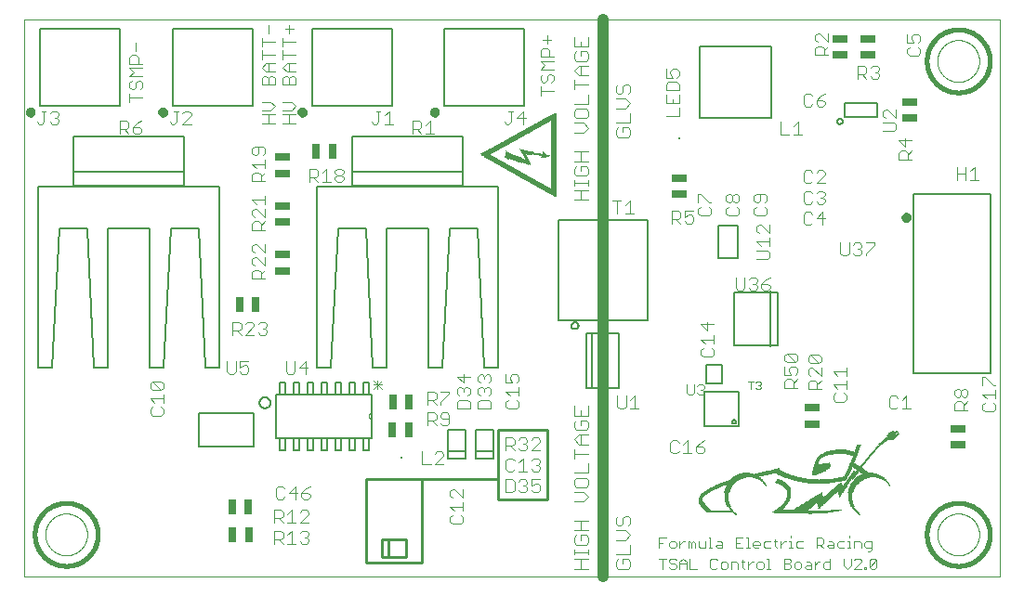
<source format=gto>
G75*
%MOIN*%
%OFA0B0*%
%FSLAX25Y25*%
%IPPOS*%
%LPD*%
%AMOC8*
5,1,8,0,0,1.08239X$1,22.5*
%
%ADD10C,0.00000*%
%ADD11C,0.00400*%
%ADD12R,0.00100X0.30000*%
%ADD13R,0.00100X0.29800*%
%ADD14R,0.00100X0.29600*%
%ADD15R,0.00100X0.29500*%
%ADD16R,0.00100X0.29400*%
%ADD17R,0.00100X0.29200*%
%ADD18R,0.00100X0.29000*%
%ADD19R,0.00100X0.28800*%
%ADD20R,0.00100X0.28600*%
%ADD21R,0.00100X0.28500*%
%ADD22R,0.00100X0.28400*%
%ADD23R,0.00100X0.07900*%
%ADD24R,0.00100X0.09000*%
%ADD25R,0.00100X0.01600*%
%ADD26R,0.00100X0.02000*%
%ADD27R,0.00100X0.01800*%
%ADD28R,0.00100X0.01900*%
%ADD29R,0.00100X0.01700*%
%ADD30R,0.00100X0.00200*%
%ADD31R,0.00100X0.00100*%
%ADD32R,0.00100X0.00300*%
%ADD33R,0.00100X0.00500*%
%ADD34R,0.00100X0.00400*%
%ADD35R,0.00100X0.00600*%
%ADD36R,0.00100X0.00700*%
%ADD37R,0.00100X0.00900*%
%ADD38R,0.00100X0.01200*%
%ADD39R,0.00100X0.01100*%
%ADD40R,0.00100X0.01300*%
%ADD41R,0.00100X0.01500*%
%ADD42R,0.00100X0.01400*%
%ADD43R,0.00100X0.00800*%
%ADD44R,0.00100X0.01000*%
%ADD45R,0.00100X0.02200*%
%ADD46R,0.00100X0.02600*%
%ADD47R,0.00100X0.02700*%
%ADD48R,0.00100X0.02800*%
%ADD49R,0.00100X0.03100*%
%ADD50R,0.00100X0.04600*%
%ADD51R,0.00100X0.02900*%
%ADD52R,0.00100X0.02500*%
%ADD53R,0.00100X0.02300*%
%ADD54R,0.00100X0.02100*%
%ADD55R,0.00100X0.02400*%
%ADD56R,0.00100X0.03900*%
%ADD57R,0.00100X0.03800*%
%ADD58R,0.00100X0.03700*%
%ADD59R,0.00100X0.03600*%
%ADD60R,0.00100X0.03500*%
%ADD61R,0.00100X0.03300*%
%ADD62R,0.00100X0.03200*%
%ADD63R,0.00100X0.03000*%
%ADD64C,0.01600*%
%ADD65C,0.01000*%
%ADD66C,0.00300*%
%ADD67C,0.04000*%
%ADD68R,0.00075X0.00075*%
%ADD69R,0.00225X0.00075*%
%ADD70R,0.00150X0.00075*%
%ADD71R,0.00300X0.00075*%
%ADD72R,0.00375X0.00075*%
%ADD73R,0.01575X0.00075*%
%ADD74R,0.00450X0.00075*%
%ADD75R,0.08550X0.00075*%
%ADD76R,0.12825X0.00075*%
%ADD77R,0.00525X0.00075*%
%ADD78R,0.15825X0.00075*%
%ADD79R,0.17850X0.00075*%
%ADD80R,0.19350X0.00075*%
%ADD81R,0.00600X0.00075*%
%ADD82R,0.20550X0.00075*%
%ADD83R,0.09900X0.00075*%
%ADD84R,0.20850X0.00075*%
%ADD85R,0.21225X0.00075*%
%ADD86R,0.21450X0.00075*%
%ADD87R,0.21750X0.00075*%
%ADD88R,0.00675X0.00075*%
%ADD89R,0.09975X0.00075*%
%ADD90R,0.22050X0.00075*%
%ADD91R,0.10050X0.00075*%
%ADD92R,0.22350X0.00075*%
%ADD93R,0.11775X0.00075*%
%ADD94R,0.05925X0.00075*%
%ADD95R,0.00750X0.00075*%
%ADD96R,0.02325X0.00075*%
%ADD97R,0.05850X0.00075*%
%ADD98R,0.05700X0.00075*%
%ADD99R,0.03375X0.00075*%
%ADD100R,0.03075X0.00075*%
%ADD101R,0.05625X0.00075*%
%ADD102R,0.02250X0.00075*%
%ADD103R,0.01875X0.00075*%
%ADD104R,0.01950X0.00075*%
%ADD105R,0.05550X0.00075*%
%ADD106R,0.00825X0.00075*%
%ADD107R,0.05475X0.00075*%
%ADD108R,0.02175X0.00075*%
%ADD109R,0.02100X0.00075*%
%ADD110R,0.01800X0.00075*%
%ADD111R,0.05400X0.00075*%
%ADD112R,0.00900X0.00075*%
%ADD113R,0.05325X0.00075*%
%ADD114R,0.05250X0.00075*%
%ADD115R,0.05175X0.00075*%
%ADD116R,0.02025X0.00075*%
%ADD117R,0.01725X0.00075*%
%ADD118R,0.05100X0.00075*%
%ADD119R,0.00975X0.00075*%
%ADD120R,0.05025X0.00075*%
%ADD121R,0.01650X0.00075*%
%ADD122R,0.04950X0.00075*%
%ADD123R,0.04875X0.00075*%
%ADD124R,0.01050X0.00075*%
%ADD125R,0.01125X0.00075*%
%ADD126R,0.04800X0.00075*%
%ADD127R,0.01200X0.00075*%
%ADD128R,0.04725X0.00075*%
%ADD129R,0.01350X0.00075*%
%ADD130R,0.01500X0.00075*%
%ADD131R,0.04650X0.00075*%
%ADD132R,0.04575X0.00075*%
%ADD133R,0.04500X0.00075*%
%ADD134R,0.04425X0.00075*%
%ADD135R,0.04350X0.00075*%
%ADD136R,0.04275X0.00075*%
%ADD137R,0.04200X0.00075*%
%ADD138R,0.02475X0.00075*%
%ADD139R,0.04125X0.00075*%
%ADD140R,0.02550X0.00075*%
%ADD141R,0.02625X0.00075*%
%ADD142R,0.04050X0.00075*%
%ADD143R,0.02700X0.00075*%
%ADD144R,0.03975X0.00075*%
%ADD145R,0.02850X0.00075*%
%ADD146R,0.03000X0.00075*%
%ADD147R,0.03900X0.00075*%
%ADD148R,0.03825X0.00075*%
%ADD149R,0.03225X0.00075*%
%ADD150R,0.03300X0.00075*%
%ADD151R,0.01275X0.00075*%
%ADD152R,0.07125X0.00075*%
%ADD153R,0.07050X0.00075*%
%ADD154R,0.01425X0.00075*%
%ADD155R,0.06975X0.00075*%
%ADD156R,0.06900X0.00075*%
%ADD157R,0.06825X0.00075*%
%ADD158R,0.06750X0.00075*%
%ADD159R,0.06675X0.00075*%
%ADD160R,0.06600X0.00075*%
%ADD161R,0.06525X0.00075*%
%ADD162R,0.06450X0.00075*%
%ADD163R,0.06375X0.00075*%
%ADD164R,0.06300X0.00075*%
%ADD165R,0.02775X0.00075*%
%ADD166R,0.03150X0.00075*%
%ADD167R,0.02400X0.00075*%
%ADD168R,0.03750X0.00075*%
%ADD169R,0.03675X0.00075*%
%ADD170R,0.02925X0.00075*%
%ADD171R,0.03525X0.00075*%
%ADD172R,0.08100X0.00075*%
%ADD173R,0.09225X0.00075*%
%ADD174R,0.10200X0.00075*%
%ADD175R,0.11175X0.00075*%
%ADD176R,0.12075X0.00075*%
%ADD177R,0.12975X0.00075*%
%ADD178R,0.13725X0.00075*%
%ADD179R,0.14550X0.00075*%
%ADD180R,0.03600X0.00075*%
%ADD181R,0.15375X0.00075*%
%ADD182R,0.03450X0.00075*%
%ADD183R,0.16125X0.00075*%
%ADD184R,0.16875X0.00075*%
%ADD185R,0.17625X0.00075*%
%ADD186R,0.18075X0.00075*%
%ADD187R,0.18450X0.00075*%
%ADD188R,0.09075X0.00075*%
%ADD189R,0.09150X0.00075*%
%ADD190R,0.07425X0.00075*%
%ADD191R,0.07275X0.00075*%
%ADD192R,0.06150X0.00075*%
%ADD193R,0.05775X0.00075*%
%ADD194R,0.09000X0.00075*%
%ADD195R,0.08850X0.00075*%
%ADD196R,0.08325X0.00075*%
%ADD197R,0.09300X0.00075*%
%ADD198R,0.09450X0.00075*%
%ADD199R,0.07800X0.00075*%
%ADD200R,0.09600X0.00075*%
%ADD201R,0.07650X0.00075*%
%ADD202R,0.09825X0.00075*%
%ADD203R,0.10350X0.00075*%
%ADD204R,0.10575X0.00075*%
%ADD205R,0.06000X0.00075*%
%ADD206R,0.10650X0.00075*%
%ADD207R,0.08700X0.00075*%
%ADD208R,0.08175X0.00075*%
%ADD209R,0.07725X0.00075*%
%ADD210R,0.12300X0.00075*%
%ADD211R,0.12225X0.00075*%
%ADD212R,0.11925X0.00075*%
%ADD213R,0.11625X0.00075*%
%ADD214R,0.08400X0.00075*%
%ADD215R,0.07200X0.00075*%
%ADD216C,0.01969*%
%ADD217C,0.00500*%
%ADD218R,0.05512X0.02559*%
%ADD219R,0.00787X0.00787*%
%ADD220R,0.02559X0.05512*%
%ADD221C,0.00200*%
%ADD222C,0.00600*%
D10*
X0037000Y0037000D02*
X0037000Y0237000D01*
X0387000Y0237000D01*
X0387000Y0037000D01*
X0037000Y0037000D01*
X0044500Y0052000D02*
X0044502Y0052184D01*
X0044509Y0052368D01*
X0044520Y0052552D01*
X0044536Y0052735D01*
X0044556Y0052918D01*
X0044581Y0053100D01*
X0044610Y0053282D01*
X0044644Y0053463D01*
X0044682Y0053643D01*
X0044725Y0053822D01*
X0044772Y0054000D01*
X0044823Y0054177D01*
X0044879Y0054353D01*
X0044938Y0054527D01*
X0045003Y0054699D01*
X0045071Y0054870D01*
X0045143Y0055039D01*
X0045220Y0055207D01*
X0045301Y0055372D01*
X0045386Y0055535D01*
X0045474Y0055697D01*
X0045567Y0055856D01*
X0045664Y0056012D01*
X0045764Y0056167D01*
X0045868Y0056319D01*
X0045976Y0056468D01*
X0046087Y0056614D01*
X0046202Y0056758D01*
X0046321Y0056899D01*
X0046443Y0057037D01*
X0046568Y0057172D01*
X0046697Y0057303D01*
X0046828Y0057432D01*
X0046963Y0057557D01*
X0047101Y0057679D01*
X0047242Y0057798D01*
X0047386Y0057913D01*
X0047532Y0058024D01*
X0047681Y0058132D01*
X0047833Y0058236D01*
X0047988Y0058336D01*
X0048144Y0058433D01*
X0048303Y0058526D01*
X0048465Y0058614D01*
X0048628Y0058699D01*
X0048793Y0058780D01*
X0048961Y0058857D01*
X0049130Y0058929D01*
X0049301Y0058997D01*
X0049473Y0059062D01*
X0049647Y0059121D01*
X0049823Y0059177D01*
X0050000Y0059228D01*
X0050178Y0059275D01*
X0050357Y0059318D01*
X0050537Y0059356D01*
X0050718Y0059390D01*
X0050900Y0059419D01*
X0051082Y0059444D01*
X0051265Y0059464D01*
X0051448Y0059480D01*
X0051632Y0059491D01*
X0051816Y0059498D01*
X0052000Y0059500D01*
X0052184Y0059498D01*
X0052368Y0059491D01*
X0052552Y0059480D01*
X0052735Y0059464D01*
X0052918Y0059444D01*
X0053100Y0059419D01*
X0053282Y0059390D01*
X0053463Y0059356D01*
X0053643Y0059318D01*
X0053822Y0059275D01*
X0054000Y0059228D01*
X0054177Y0059177D01*
X0054353Y0059121D01*
X0054527Y0059062D01*
X0054699Y0058997D01*
X0054870Y0058929D01*
X0055039Y0058857D01*
X0055207Y0058780D01*
X0055372Y0058699D01*
X0055535Y0058614D01*
X0055697Y0058526D01*
X0055856Y0058433D01*
X0056012Y0058336D01*
X0056167Y0058236D01*
X0056319Y0058132D01*
X0056468Y0058024D01*
X0056614Y0057913D01*
X0056758Y0057798D01*
X0056899Y0057679D01*
X0057037Y0057557D01*
X0057172Y0057432D01*
X0057303Y0057303D01*
X0057432Y0057172D01*
X0057557Y0057037D01*
X0057679Y0056899D01*
X0057798Y0056758D01*
X0057913Y0056614D01*
X0058024Y0056468D01*
X0058132Y0056319D01*
X0058236Y0056167D01*
X0058336Y0056012D01*
X0058433Y0055856D01*
X0058526Y0055697D01*
X0058614Y0055535D01*
X0058699Y0055372D01*
X0058780Y0055207D01*
X0058857Y0055039D01*
X0058929Y0054870D01*
X0058997Y0054699D01*
X0059062Y0054527D01*
X0059121Y0054353D01*
X0059177Y0054177D01*
X0059228Y0054000D01*
X0059275Y0053822D01*
X0059318Y0053643D01*
X0059356Y0053463D01*
X0059390Y0053282D01*
X0059419Y0053100D01*
X0059444Y0052918D01*
X0059464Y0052735D01*
X0059480Y0052552D01*
X0059491Y0052368D01*
X0059498Y0052184D01*
X0059500Y0052000D01*
X0059498Y0051816D01*
X0059491Y0051632D01*
X0059480Y0051448D01*
X0059464Y0051265D01*
X0059444Y0051082D01*
X0059419Y0050900D01*
X0059390Y0050718D01*
X0059356Y0050537D01*
X0059318Y0050357D01*
X0059275Y0050178D01*
X0059228Y0050000D01*
X0059177Y0049823D01*
X0059121Y0049647D01*
X0059062Y0049473D01*
X0058997Y0049301D01*
X0058929Y0049130D01*
X0058857Y0048961D01*
X0058780Y0048793D01*
X0058699Y0048628D01*
X0058614Y0048465D01*
X0058526Y0048303D01*
X0058433Y0048144D01*
X0058336Y0047988D01*
X0058236Y0047833D01*
X0058132Y0047681D01*
X0058024Y0047532D01*
X0057913Y0047386D01*
X0057798Y0047242D01*
X0057679Y0047101D01*
X0057557Y0046963D01*
X0057432Y0046828D01*
X0057303Y0046697D01*
X0057172Y0046568D01*
X0057037Y0046443D01*
X0056899Y0046321D01*
X0056758Y0046202D01*
X0056614Y0046087D01*
X0056468Y0045976D01*
X0056319Y0045868D01*
X0056167Y0045764D01*
X0056012Y0045664D01*
X0055856Y0045567D01*
X0055697Y0045474D01*
X0055535Y0045386D01*
X0055372Y0045301D01*
X0055207Y0045220D01*
X0055039Y0045143D01*
X0054870Y0045071D01*
X0054699Y0045003D01*
X0054527Y0044938D01*
X0054353Y0044879D01*
X0054177Y0044823D01*
X0054000Y0044772D01*
X0053822Y0044725D01*
X0053643Y0044682D01*
X0053463Y0044644D01*
X0053282Y0044610D01*
X0053100Y0044581D01*
X0052918Y0044556D01*
X0052735Y0044536D01*
X0052552Y0044520D01*
X0052368Y0044509D01*
X0052184Y0044502D01*
X0052000Y0044500D01*
X0051816Y0044502D01*
X0051632Y0044509D01*
X0051448Y0044520D01*
X0051265Y0044536D01*
X0051082Y0044556D01*
X0050900Y0044581D01*
X0050718Y0044610D01*
X0050537Y0044644D01*
X0050357Y0044682D01*
X0050178Y0044725D01*
X0050000Y0044772D01*
X0049823Y0044823D01*
X0049647Y0044879D01*
X0049473Y0044938D01*
X0049301Y0045003D01*
X0049130Y0045071D01*
X0048961Y0045143D01*
X0048793Y0045220D01*
X0048628Y0045301D01*
X0048465Y0045386D01*
X0048303Y0045474D01*
X0048144Y0045567D01*
X0047988Y0045664D01*
X0047833Y0045764D01*
X0047681Y0045868D01*
X0047532Y0045976D01*
X0047386Y0046087D01*
X0047242Y0046202D01*
X0047101Y0046321D01*
X0046963Y0046443D01*
X0046828Y0046568D01*
X0046697Y0046697D01*
X0046568Y0046828D01*
X0046443Y0046963D01*
X0046321Y0047101D01*
X0046202Y0047242D01*
X0046087Y0047386D01*
X0045976Y0047532D01*
X0045868Y0047681D01*
X0045764Y0047833D01*
X0045664Y0047988D01*
X0045567Y0048144D01*
X0045474Y0048303D01*
X0045386Y0048465D01*
X0045301Y0048628D01*
X0045220Y0048793D01*
X0045143Y0048961D01*
X0045071Y0049130D01*
X0045003Y0049301D01*
X0044938Y0049473D01*
X0044879Y0049647D01*
X0044823Y0049823D01*
X0044772Y0050000D01*
X0044725Y0050178D01*
X0044682Y0050357D01*
X0044644Y0050537D01*
X0044610Y0050718D01*
X0044581Y0050900D01*
X0044556Y0051082D01*
X0044536Y0051265D01*
X0044520Y0051448D01*
X0044509Y0051632D01*
X0044502Y0051816D01*
X0044500Y0052000D01*
X0161700Y0093300D02*
X0161631Y0093302D01*
X0161563Y0093308D01*
X0161495Y0093318D01*
X0161428Y0093331D01*
X0161362Y0093349D01*
X0161297Y0093370D01*
X0161233Y0093395D01*
X0161171Y0093423D01*
X0161110Y0093455D01*
X0161051Y0093490D01*
X0160995Y0093529D01*
X0160940Y0093571D01*
X0160889Y0093616D01*
X0160839Y0093664D01*
X0160793Y0093714D01*
X0160750Y0093767D01*
X0160709Y0093823D01*
X0160672Y0093880D01*
X0160639Y0093940D01*
X0160608Y0094002D01*
X0160582Y0094065D01*
X0160559Y0094129D01*
X0160539Y0094195D01*
X0160524Y0094262D01*
X0160512Y0094329D01*
X0160504Y0094397D01*
X0160500Y0094466D01*
X0160500Y0094534D01*
X0160504Y0094603D01*
X0160512Y0094671D01*
X0160524Y0094738D01*
X0160539Y0094805D01*
X0160559Y0094871D01*
X0160582Y0094935D01*
X0160608Y0094998D01*
X0160639Y0095060D01*
X0160672Y0095120D01*
X0160709Y0095177D01*
X0160750Y0095233D01*
X0160793Y0095286D01*
X0160839Y0095336D01*
X0160889Y0095384D01*
X0160940Y0095429D01*
X0160995Y0095471D01*
X0161051Y0095510D01*
X0161110Y0095545D01*
X0161171Y0095577D01*
X0161233Y0095605D01*
X0161297Y0095630D01*
X0161362Y0095651D01*
X0161428Y0095669D01*
X0161495Y0095682D01*
X0161563Y0095692D01*
X0161631Y0095698D01*
X0161700Y0095700D01*
X0161631Y0095698D01*
X0161563Y0095692D01*
X0161495Y0095682D01*
X0161428Y0095669D01*
X0161362Y0095651D01*
X0161297Y0095630D01*
X0161233Y0095605D01*
X0161171Y0095577D01*
X0161110Y0095545D01*
X0161051Y0095510D01*
X0160995Y0095471D01*
X0160940Y0095429D01*
X0160889Y0095384D01*
X0160839Y0095336D01*
X0160793Y0095286D01*
X0160750Y0095233D01*
X0160709Y0095177D01*
X0160672Y0095120D01*
X0160639Y0095060D01*
X0160608Y0094998D01*
X0160582Y0094935D01*
X0160559Y0094871D01*
X0160539Y0094805D01*
X0160524Y0094738D01*
X0160512Y0094671D01*
X0160504Y0094603D01*
X0160500Y0094534D01*
X0160500Y0094466D01*
X0160504Y0094397D01*
X0160512Y0094329D01*
X0160524Y0094262D01*
X0160539Y0094195D01*
X0160559Y0094129D01*
X0160582Y0094065D01*
X0160608Y0094002D01*
X0160639Y0093940D01*
X0160672Y0093880D01*
X0160709Y0093823D01*
X0160750Y0093767D01*
X0160793Y0093714D01*
X0160839Y0093664D01*
X0160889Y0093616D01*
X0160940Y0093571D01*
X0160995Y0093529D01*
X0161051Y0093490D01*
X0161110Y0093455D01*
X0161171Y0093423D01*
X0161233Y0093395D01*
X0161297Y0093370D01*
X0161362Y0093349D01*
X0161428Y0093331D01*
X0161495Y0093318D01*
X0161563Y0093308D01*
X0161631Y0093302D01*
X0161700Y0093300D01*
X0161631Y0093302D01*
X0161563Y0093308D01*
X0161495Y0093318D01*
X0161428Y0093331D01*
X0161362Y0093349D01*
X0161297Y0093370D01*
X0161233Y0093395D01*
X0161171Y0093423D01*
X0161110Y0093455D01*
X0161051Y0093490D01*
X0160995Y0093529D01*
X0160940Y0093571D01*
X0160889Y0093616D01*
X0160839Y0093664D01*
X0160793Y0093714D01*
X0160750Y0093767D01*
X0160709Y0093823D01*
X0160672Y0093880D01*
X0160639Y0093940D01*
X0160608Y0094002D01*
X0160582Y0094065D01*
X0160559Y0094129D01*
X0160539Y0094195D01*
X0160524Y0094262D01*
X0160512Y0094329D01*
X0160504Y0094397D01*
X0160500Y0094466D01*
X0160500Y0094534D01*
X0160504Y0094603D01*
X0160512Y0094671D01*
X0160524Y0094738D01*
X0160539Y0094805D01*
X0160559Y0094871D01*
X0160582Y0094935D01*
X0160608Y0094998D01*
X0160639Y0095060D01*
X0160672Y0095120D01*
X0160709Y0095177D01*
X0160750Y0095233D01*
X0160793Y0095286D01*
X0160839Y0095336D01*
X0160889Y0095384D01*
X0160940Y0095429D01*
X0160995Y0095471D01*
X0161051Y0095510D01*
X0161110Y0095545D01*
X0161171Y0095577D01*
X0161233Y0095605D01*
X0161297Y0095630D01*
X0161362Y0095651D01*
X0161428Y0095669D01*
X0161495Y0095682D01*
X0161563Y0095692D01*
X0161631Y0095698D01*
X0161700Y0095700D01*
X0161631Y0095698D01*
X0161563Y0095692D01*
X0161495Y0095682D01*
X0161428Y0095669D01*
X0161362Y0095651D01*
X0161297Y0095630D01*
X0161233Y0095605D01*
X0161171Y0095577D01*
X0161110Y0095545D01*
X0161051Y0095510D01*
X0160995Y0095471D01*
X0160940Y0095429D01*
X0160889Y0095384D01*
X0160839Y0095336D01*
X0160793Y0095286D01*
X0160750Y0095233D01*
X0160709Y0095177D01*
X0160672Y0095120D01*
X0160639Y0095060D01*
X0160608Y0094998D01*
X0160582Y0094935D01*
X0160559Y0094871D01*
X0160539Y0094805D01*
X0160524Y0094738D01*
X0160512Y0094671D01*
X0160504Y0094603D01*
X0160500Y0094534D01*
X0160500Y0094466D01*
X0160504Y0094397D01*
X0160512Y0094329D01*
X0160524Y0094262D01*
X0160539Y0094195D01*
X0160559Y0094129D01*
X0160582Y0094065D01*
X0160608Y0094002D01*
X0160639Y0093940D01*
X0160672Y0093880D01*
X0160709Y0093823D01*
X0160750Y0093767D01*
X0160793Y0093714D01*
X0160839Y0093664D01*
X0160889Y0093616D01*
X0160940Y0093571D01*
X0160995Y0093529D01*
X0161051Y0093490D01*
X0161110Y0093455D01*
X0161171Y0093423D01*
X0161233Y0093395D01*
X0161297Y0093370D01*
X0161362Y0093349D01*
X0161428Y0093331D01*
X0161495Y0093318D01*
X0161563Y0093308D01*
X0161631Y0093302D01*
X0161700Y0093300D01*
X0161631Y0093302D01*
X0161563Y0093308D01*
X0161495Y0093318D01*
X0161428Y0093331D01*
X0161362Y0093349D01*
X0161297Y0093370D01*
X0161233Y0093395D01*
X0161171Y0093423D01*
X0161110Y0093455D01*
X0161051Y0093490D01*
X0160995Y0093529D01*
X0160940Y0093571D01*
X0160889Y0093616D01*
X0160839Y0093664D01*
X0160793Y0093714D01*
X0160750Y0093767D01*
X0160709Y0093823D01*
X0160672Y0093880D01*
X0160639Y0093940D01*
X0160608Y0094002D01*
X0160582Y0094065D01*
X0160559Y0094129D01*
X0160539Y0094195D01*
X0160524Y0094262D01*
X0160512Y0094329D01*
X0160504Y0094397D01*
X0160500Y0094466D01*
X0160500Y0094534D01*
X0160504Y0094603D01*
X0160512Y0094671D01*
X0160524Y0094738D01*
X0160539Y0094805D01*
X0160559Y0094871D01*
X0160582Y0094935D01*
X0160608Y0094998D01*
X0160639Y0095060D01*
X0160672Y0095120D01*
X0160709Y0095177D01*
X0160750Y0095233D01*
X0160793Y0095286D01*
X0160839Y0095336D01*
X0160889Y0095384D01*
X0160940Y0095429D01*
X0160995Y0095471D01*
X0161051Y0095510D01*
X0161110Y0095545D01*
X0161171Y0095577D01*
X0161233Y0095605D01*
X0161297Y0095630D01*
X0161362Y0095651D01*
X0161428Y0095669D01*
X0161495Y0095682D01*
X0161563Y0095692D01*
X0161631Y0095698D01*
X0161700Y0095700D01*
X0161631Y0095698D01*
X0161563Y0095692D01*
X0161495Y0095682D01*
X0161428Y0095669D01*
X0161362Y0095651D01*
X0161297Y0095630D01*
X0161233Y0095605D01*
X0161171Y0095577D01*
X0161110Y0095545D01*
X0161051Y0095510D01*
X0160995Y0095471D01*
X0160940Y0095429D01*
X0160889Y0095384D01*
X0160839Y0095336D01*
X0160793Y0095286D01*
X0160750Y0095233D01*
X0160709Y0095177D01*
X0160672Y0095120D01*
X0160639Y0095060D01*
X0160608Y0094998D01*
X0160582Y0094935D01*
X0160559Y0094871D01*
X0160539Y0094805D01*
X0160524Y0094738D01*
X0160512Y0094671D01*
X0160504Y0094603D01*
X0160500Y0094534D01*
X0160500Y0094466D01*
X0160504Y0094397D01*
X0160512Y0094329D01*
X0160524Y0094262D01*
X0160539Y0094195D01*
X0160559Y0094129D01*
X0160582Y0094065D01*
X0160608Y0094002D01*
X0160639Y0093940D01*
X0160672Y0093880D01*
X0160709Y0093823D01*
X0160750Y0093767D01*
X0160793Y0093714D01*
X0160839Y0093664D01*
X0160889Y0093616D01*
X0160940Y0093571D01*
X0160995Y0093529D01*
X0161051Y0093490D01*
X0161110Y0093455D01*
X0161171Y0093423D01*
X0161233Y0093395D01*
X0161297Y0093370D01*
X0161362Y0093349D01*
X0161428Y0093331D01*
X0161495Y0093318D01*
X0161563Y0093308D01*
X0161631Y0093302D01*
X0161700Y0093300D01*
X0161631Y0093302D01*
X0161563Y0093308D01*
X0161495Y0093318D01*
X0161428Y0093331D01*
X0161362Y0093349D01*
X0161297Y0093370D01*
X0161233Y0093395D01*
X0161171Y0093423D01*
X0161110Y0093455D01*
X0161051Y0093490D01*
X0160995Y0093529D01*
X0160940Y0093571D01*
X0160889Y0093616D01*
X0160839Y0093664D01*
X0160793Y0093714D01*
X0160750Y0093767D01*
X0160709Y0093823D01*
X0160672Y0093880D01*
X0160639Y0093940D01*
X0160608Y0094002D01*
X0160582Y0094065D01*
X0160559Y0094129D01*
X0160539Y0094195D01*
X0160524Y0094262D01*
X0160512Y0094329D01*
X0160504Y0094397D01*
X0160500Y0094466D01*
X0160500Y0094534D01*
X0160504Y0094603D01*
X0160512Y0094671D01*
X0160524Y0094738D01*
X0160539Y0094805D01*
X0160559Y0094871D01*
X0160582Y0094935D01*
X0160608Y0094998D01*
X0160639Y0095060D01*
X0160672Y0095120D01*
X0160709Y0095177D01*
X0160750Y0095233D01*
X0160793Y0095286D01*
X0160839Y0095336D01*
X0160889Y0095384D01*
X0160940Y0095429D01*
X0160995Y0095471D01*
X0161051Y0095510D01*
X0161110Y0095545D01*
X0161171Y0095577D01*
X0161233Y0095605D01*
X0161297Y0095630D01*
X0161362Y0095651D01*
X0161428Y0095669D01*
X0161495Y0095682D01*
X0161563Y0095692D01*
X0161631Y0095698D01*
X0161700Y0095700D01*
X0364500Y0052000D02*
X0364502Y0052184D01*
X0364509Y0052368D01*
X0364520Y0052552D01*
X0364536Y0052735D01*
X0364556Y0052918D01*
X0364581Y0053100D01*
X0364610Y0053282D01*
X0364644Y0053463D01*
X0364682Y0053643D01*
X0364725Y0053822D01*
X0364772Y0054000D01*
X0364823Y0054177D01*
X0364879Y0054353D01*
X0364938Y0054527D01*
X0365003Y0054699D01*
X0365071Y0054870D01*
X0365143Y0055039D01*
X0365220Y0055207D01*
X0365301Y0055372D01*
X0365386Y0055535D01*
X0365474Y0055697D01*
X0365567Y0055856D01*
X0365664Y0056012D01*
X0365764Y0056167D01*
X0365868Y0056319D01*
X0365976Y0056468D01*
X0366087Y0056614D01*
X0366202Y0056758D01*
X0366321Y0056899D01*
X0366443Y0057037D01*
X0366568Y0057172D01*
X0366697Y0057303D01*
X0366828Y0057432D01*
X0366963Y0057557D01*
X0367101Y0057679D01*
X0367242Y0057798D01*
X0367386Y0057913D01*
X0367532Y0058024D01*
X0367681Y0058132D01*
X0367833Y0058236D01*
X0367988Y0058336D01*
X0368144Y0058433D01*
X0368303Y0058526D01*
X0368465Y0058614D01*
X0368628Y0058699D01*
X0368793Y0058780D01*
X0368961Y0058857D01*
X0369130Y0058929D01*
X0369301Y0058997D01*
X0369473Y0059062D01*
X0369647Y0059121D01*
X0369823Y0059177D01*
X0370000Y0059228D01*
X0370178Y0059275D01*
X0370357Y0059318D01*
X0370537Y0059356D01*
X0370718Y0059390D01*
X0370900Y0059419D01*
X0371082Y0059444D01*
X0371265Y0059464D01*
X0371448Y0059480D01*
X0371632Y0059491D01*
X0371816Y0059498D01*
X0372000Y0059500D01*
X0372184Y0059498D01*
X0372368Y0059491D01*
X0372552Y0059480D01*
X0372735Y0059464D01*
X0372918Y0059444D01*
X0373100Y0059419D01*
X0373282Y0059390D01*
X0373463Y0059356D01*
X0373643Y0059318D01*
X0373822Y0059275D01*
X0374000Y0059228D01*
X0374177Y0059177D01*
X0374353Y0059121D01*
X0374527Y0059062D01*
X0374699Y0058997D01*
X0374870Y0058929D01*
X0375039Y0058857D01*
X0375207Y0058780D01*
X0375372Y0058699D01*
X0375535Y0058614D01*
X0375697Y0058526D01*
X0375856Y0058433D01*
X0376012Y0058336D01*
X0376167Y0058236D01*
X0376319Y0058132D01*
X0376468Y0058024D01*
X0376614Y0057913D01*
X0376758Y0057798D01*
X0376899Y0057679D01*
X0377037Y0057557D01*
X0377172Y0057432D01*
X0377303Y0057303D01*
X0377432Y0057172D01*
X0377557Y0057037D01*
X0377679Y0056899D01*
X0377798Y0056758D01*
X0377913Y0056614D01*
X0378024Y0056468D01*
X0378132Y0056319D01*
X0378236Y0056167D01*
X0378336Y0056012D01*
X0378433Y0055856D01*
X0378526Y0055697D01*
X0378614Y0055535D01*
X0378699Y0055372D01*
X0378780Y0055207D01*
X0378857Y0055039D01*
X0378929Y0054870D01*
X0378997Y0054699D01*
X0379062Y0054527D01*
X0379121Y0054353D01*
X0379177Y0054177D01*
X0379228Y0054000D01*
X0379275Y0053822D01*
X0379318Y0053643D01*
X0379356Y0053463D01*
X0379390Y0053282D01*
X0379419Y0053100D01*
X0379444Y0052918D01*
X0379464Y0052735D01*
X0379480Y0052552D01*
X0379491Y0052368D01*
X0379498Y0052184D01*
X0379500Y0052000D01*
X0379498Y0051816D01*
X0379491Y0051632D01*
X0379480Y0051448D01*
X0379464Y0051265D01*
X0379444Y0051082D01*
X0379419Y0050900D01*
X0379390Y0050718D01*
X0379356Y0050537D01*
X0379318Y0050357D01*
X0379275Y0050178D01*
X0379228Y0050000D01*
X0379177Y0049823D01*
X0379121Y0049647D01*
X0379062Y0049473D01*
X0378997Y0049301D01*
X0378929Y0049130D01*
X0378857Y0048961D01*
X0378780Y0048793D01*
X0378699Y0048628D01*
X0378614Y0048465D01*
X0378526Y0048303D01*
X0378433Y0048144D01*
X0378336Y0047988D01*
X0378236Y0047833D01*
X0378132Y0047681D01*
X0378024Y0047532D01*
X0377913Y0047386D01*
X0377798Y0047242D01*
X0377679Y0047101D01*
X0377557Y0046963D01*
X0377432Y0046828D01*
X0377303Y0046697D01*
X0377172Y0046568D01*
X0377037Y0046443D01*
X0376899Y0046321D01*
X0376758Y0046202D01*
X0376614Y0046087D01*
X0376468Y0045976D01*
X0376319Y0045868D01*
X0376167Y0045764D01*
X0376012Y0045664D01*
X0375856Y0045567D01*
X0375697Y0045474D01*
X0375535Y0045386D01*
X0375372Y0045301D01*
X0375207Y0045220D01*
X0375039Y0045143D01*
X0374870Y0045071D01*
X0374699Y0045003D01*
X0374527Y0044938D01*
X0374353Y0044879D01*
X0374177Y0044823D01*
X0374000Y0044772D01*
X0373822Y0044725D01*
X0373643Y0044682D01*
X0373463Y0044644D01*
X0373282Y0044610D01*
X0373100Y0044581D01*
X0372918Y0044556D01*
X0372735Y0044536D01*
X0372552Y0044520D01*
X0372368Y0044509D01*
X0372184Y0044502D01*
X0372000Y0044500D01*
X0371816Y0044502D01*
X0371632Y0044509D01*
X0371448Y0044520D01*
X0371265Y0044536D01*
X0371082Y0044556D01*
X0370900Y0044581D01*
X0370718Y0044610D01*
X0370537Y0044644D01*
X0370357Y0044682D01*
X0370178Y0044725D01*
X0370000Y0044772D01*
X0369823Y0044823D01*
X0369647Y0044879D01*
X0369473Y0044938D01*
X0369301Y0045003D01*
X0369130Y0045071D01*
X0368961Y0045143D01*
X0368793Y0045220D01*
X0368628Y0045301D01*
X0368465Y0045386D01*
X0368303Y0045474D01*
X0368144Y0045567D01*
X0367988Y0045664D01*
X0367833Y0045764D01*
X0367681Y0045868D01*
X0367532Y0045976D01*
X0367386Y0046087D01*
X0367242Y0046202D01*
X0367101Y0046321D01*
X0366963Y0046443D01*
X0366828Y0046568D01*
X0366697Y0046697D01*
X0366568Y0046828D01*
X0366443Y0046963D01*
X0366321Y0047101D01*
X0366202Y0047242D01*
X0366087Y0047386D01*
X0365976Y0047532D01*
X0365868Y0047681D01*
X0365764Y0047833D01*
X0365664Y0047988D01*
X0365567Y0048144D01*
X0365474Y0048303D01*
X0365386Y0048465D01*
X0365301Y0048628D01*
X0365220Y0048793D01*
X0365143Y0048961D01*
X0365071Y0049130D01*
X0365003Y0049301D01*
X0364938Y0049473D01*
X0364879Y0049647D01*
X0364823Y0049823D01*
X0364772Y0050000D01*
X0364725Y0050178D01*
X0364682Y0050357D01*
X0364644Y0050537D01*
X0364610Y0050718D01*
X0364581Y0050900D01*
X0364556Y0051082D01*
X0364536Y0051265D01*
X0364520Y0051448D01*
X0364509Y0051632D01*
X0364502Y0051816D01*
X0364500Y0052000D01*
X0364500Y0222000D02*
X0364502Y0222184D01*
X0364509Y0222368D01*
X0364520Y0222552D01*
X0364536Y0222735D01*
X0364556Y0222918D01*
X0364581Y0223100D01*
X0364610Y0223282D01*
X0364644Y0223463D01*
X0364682Y0223643D01*
X0364725Y0223822D01*
X0364772Y0224000D01*
X0364823Y0224177D01*
X0364879Y0224353D01*
X0364938Y0224527D01*
X0365003Y0224699D01*
X0365071Y0224870D01*
X0365143Y0225039D01*
X0365220Y0225207D01*
X0365301Y0225372D01*
X0365386Y0225535D01*
X0365474Y0225697D01*
X0365567Y0225856D01*
X0365664Y0226012D01*
X0365764Y0226167D01*
X0365868Y0226319D01*
X0365976Y0226468D01*
X0366087Y0226614D01*
X0366202Y0226758D01*
X0366321Y0226899D01*
X0366443Y0227037D01*
X0366568Y0227172D01*
X0366697Y0227303D01*
X0366828Y0227432D01*
X0366963Y0227557D01*
X0367101Y0227679D01*
X0367242Y0227798D01*
X0367386Y0227913D01*
X0367532Y0228024D01*
X0367681Y0228132D01*
X0367833Y0228236D01*
X0367988Y0228336D01*
X0368144Y0228433D01*
X0368303Y0228526D01*
X0368465Y0228614D01*
X0368628Y0228699D01*
X0368793Y0228780D01*
X0368961Y0228857D01*
X0369130Y0228929D01*
X0369301Y0228997D01*
X0369473Y0229062D01*
X0369647Y0229121D01*
X0369823Y0229177D01*
X0370000Y0229228D01*
X0370178Y0229275D01*
X0370357Y0229318D01*
X0370537Y0229356D01*
X0370718Y0229390D01*
X0370900Y0229419D01*
X0371082Y0229444D01*
X0371265Y0229464D01*
X0371448Y0229480D01*
X0371632Y0229491D01*
X0371816Y0229498D01*
X0372000Y0229500D01*
X0372184Y0229498D01*
X0372368Y0229491D01*
X0372552Y0229480D01*
X0372735Y0229464D01*
X0372918Y0229444D01*
X0373100Y0229419D01*
X0373282Y0229390D01*
X0373463Y0229356D01*
X0373643Y0229318D01*
X0373822Y0229275D01*
X0374000Y0229228D01*
X0374177Y0229177D01*
X0374353Y0229121D01*
X0374527Y0229062D01*
X0374699Y0228997D01*
X0374870Y0228929D01*
X0375039Y0228857D01*
X0375207Y0228780D01*
X0375372Y0228699D01*
X0375535Y0228614D01*
X0375697Y0228526D01*
X0375856Y0228433D01*
X0376012Y0228336D01*
X0376167Y0228236D01*
X0376319Y0228132D01*
X0376468Y0228024D01*
X0376614Y0227913D01*
X0376758Y0227798D01*
X0376899Y0227679D01*
X0377037Y0227557D01*
X0377172Y0227432D01*
X0377303Y0227303D01*
X0377432Y0227172D01*
X0377557Y0227037D01*
X0377679Y0226899D01*
X0377798Y0226758D01*
X0377913Y0226614D01*
X0378024Y0226468D01*
X0378132Y0226319D01*
X0378236Y0226167D01*
X0378336Y0226012D01*
X0378433Y0225856D01*
X0378526Y0225697D01*
X0378614Y0225535D01*
X0378699Y0225372D01*
X0378780Y0225207D01*
X0378857Y0225039D01*
X0378929Y0224870D01*
X0378997Y0224699D01*
X0379062Y0224527D01*
X0379121Y0224353D01*
X0379177Y0224177D01*
X0379228Y0224000D01*
X0379275Y0223822D01*
X0379318Y0223643D01*
X0379356Y0223463D01*
X0379390Y0223282D01*
X0379419Y0223100D01*
X0379444Y0222918D01*
X0379464Y0222735D01*
X0379480Y0222552D01*
X0379491Y0222368D01*
X0379498Y0222184D01*
X0379500Y0222000D01*
X0379498Y0221816D01*
X0379491Y0221632D01*
X0379480Y0221448D01*
X0379464Y0221265D01*
X0379444Y0221082D01*
X0379419Y0220900D01*
X0379390Y0220718D01*
X0379356Y0220537D01*
X0379318Y0220357D01*
X0379275Y0220178D01*
X0379228Y0220000D01*
X0379177Y0219823D01*
X0379121Y0219647D01*
X0379062Y0219473D01*
X0378997Y0219301D01*
X0378929Y0219130D01*
X0378857Y0218961D01*
X0378780Y0218793D01*
X0378699Y0218628D01*
X0378614Y0218465D01*
X0378526Y0218303D01*
X0378433Y0218144D01*
X0378336Y0217988D01*
X0378236Y0217833D01*
X0378132Y0217681D01*
X0378024Y0217532D01*
X0377913Y0217386D01*
X0377798Y0217242D01*
X0377679Y0217101D01*
X0377557Y0216963D01*
X0377432Y0216828D01*
X0377303Y0216697D01*
X0377172Y0216568D01*
X0377037Y0216443D01*
X0376899Y0216321D01*
X0376758Y0216202D01*
X0376614Y0216087D01*
X0376468Y0215976D01*
X0376319Y0215868D01*
X0376167Y0215764D01*
X0376012Y0215664D01*
X0375856Y0215567D01*
X0375697Y0215474D01*
X0375535Y0215386D01*
X0375372Y0215301D01*
X0375207Y0215220D01*
X0375039Y0215143D01*
X0374870Y0215071D01*
X0374699Y0215003D01*
X0374527Y0214938D01*
X0374353Y0214879D01*
X0374177Y0214823D01*
X0374000Y0214772D01*
X0373822Y0214725D01*
X0373643Y0214682D01*
X0373463Y0214644D01*
X0373282Y0214610D01*
X0373100Y0214581D01*
X0372918Y0214556D01*
X0372735Y0214536D01*
X0372552Y0214520D01*
X0372368Y0214509D01*
X0372184Y0214502D01*
X0372000Y0214500D01*
X0371816Y0214502D01*
X0371632Y0214509D01*
X0371448Y0214520D01*
X0371265Y0214536D01*
X0371082Y0214556D01*
X0370900Y0214581D01*
X0370718Y0214610D01*
X0370537Y0214644D01*
X0370357Y0214682D01*
X0370178Y0214725D01*
X0370000Y0214772D01*
X0369823Y0214823D01*
X0369647Y0214879D01*
X0369473Y0214938D01*
X0369301Y0215003D01*
X0369130Y0215071D01*
X0368961Y0215143D01*
X0368793Y0215220D01*
X0368628Y0215301D01*
X0368465Y0215386D01*
X0368303Y0215474D01*
X0368144Y0215567D01*
X0367988Y0215664D01*
X0367833Y0215764D01*
X0367681Y0215868D01*
X0367532Y0215976D01*
X0367386Y0216087D01*
X0367242Y0216202D01*
X0367101Y0216321D01*
X0366963Y0216443D01*
X0366828Y0216568D01*
X0366697Y0216697D01*
X0366568Y0216828D01*
X0366443Y0216963D01*
X0366321Y0217101D01*
X0366202Y0217242D01*
X0366087Y0217386D01*
X0365976Y0217532D01*
X0365868Y0217681D01*
X0365764Y0217833D01*
X0365664Y0217988D01*
X0365567Y0218144D01*
X0365474Y0218303D01*
X0365386Y0218465D01*
X0365301Y0218628D01*
X0365220Y0218793D01*
X0365143Y0218961D01*
X0365071Y0219130D01*
X0365003Y0219301D01*
X0364938Y0219473D01*
X0364879Y0219647D01*
X0364823Y0219823D01*
X0364772Y0220000D01*
X0364725Y0220178D01*
X0364682Y0220357D01*
X0364644Y0220537D01*
X0364610Y0220718D01*
X0364581Y0220900D01*
X0364556Y0221082D01*
X0364536Y0221265D01*
X0364520Y0221448D01*
X0364509Y0221632D01*
X0364502Y0221816D01*
X0364500Y0222000D01*
D11*
X0358300Y0224759D02*
X0358300Y0226294D01*
X0357533Y0227061D01*
X0357533Y0228596D02*
X0358300Y0229363D01*
X0358300Y0230898D01*
X0357533Y0231665D01*
X0355998Y0231665D01*
X0355231Y0230898D01*
X0355231Y0230131D01*
X0355998Y0228596D01*
X0353696Y0228596D01*
X0353696Y0231665D01*
X0354463Y0227061D02*
X0353696Y0226294D01*
X0353696Y0224759D01*
X0354463Y0223992D01*
X0357533Y0223992D01*
X0358300Y0224759D01*
X0343665Y0219537D02*
X0343665Y0218769D01*
X0342898Y0218002D01*
X0343665Y0217235D01*
X0343665Y0216467D01*
X0342898Y0215700D01*
X0341363Y0215700D01*
X0340596Y0216467D01*
X0339061Y0215700D02*
X0337527Y0217235D01*
X0338294Y0217235D02*
X0335992Y0217235D01*
X0335992Y0215700D02*
X0335992Y0220304D01*
X0338294Y0220304D01*
X0339061Y0219537D01*
X0339061Y0218002D01*
X0338294Y0217235D01*
X0340596Y0219537D02*
X0341363Y0220304D01*
X0342898Y0220304D01*
X0343665Y0219537D01*
X0342898Y0218002D02*
X0342131Y0218002D01*
X0325300Y0224200D02*
X0320696Y0224200D01*
X0320696Y0226502D01*
X0321463Y0227269D01*
X0322998Y0227269D01*
X0323765Y0226502D01*
X0323765Y0224200D01*
X0323765Y0225735D02*
X0325300Y0227269D01*
X0325300Y0228804D02*
X0322231Y0231873D01*
X0321463Y0231873D01*
X0320696Y0231106D01*
X0320696Y0229571D01*
X0321463Y0228804D01*
X0325300Y0228804D02*
X0325300Y0231873D01*
X0324165Y0210304D02*
X0322631Y0209537D01*
X0321096Y0208002D01*
X0323398Y0208002D01*
X0324165Y0207235D01*
X0324165Y0206467D01*
X0323398Y0205700D01*
X0321863Y0205700D01*
X0321096Y0206467D01*
X0321096Y0208002D01*
X0319561Y0209537D02*
X0318794Y0210304D01*
X0317259Y0210304D01*
X0316492Y0209537D01*
X0316492Y0206467D01*
X0317259Y0205700D01*
X0318794Y0205700D01*
X0319561Y0206467D01*
X0314426Y0200111D02*
X0314426Y0195507D01*
X0312891Y0195507D02*
X0315961Y0195507D01*
X0312891Y0198576D02*
X0314426Y0200111D01*
X0308287Y0200111D02*
X0308287Y0195507D01*
X0311357Y0195507D01*
X0317259Y0182804D02*
X0316492Y0182037D01*
X0316492Y0178967D01*
X0317259Y0178200D01*
X0318794Y0178200D01*
X0319561Y0178967D01*
X0321096Y0178200D02*
X0324165Y0181269D01*
X0324165Y0182037D01*
X0323398Y0182804D01*
X0321863Y0182804D01*
X0321096Y0182037D01*
X0319561Y0182037D02*
X0318794Y0182804D01*
X0317259Y0182804D01*
X0321096Y0178200D02*
X0324165Y0178200D01*
X0323398Y0175304D02*
X0321863Y0175304D01*
X0321096Y0174537D01*
X0319561Y0174537D02*
X0318794Y0175304D01*
X0317259Y0175304D01*
X0316492Y0174537D01*
X0316492Y0171467D01*
X0317259Y0170700D01*
X0318794Y0170700D01*
X0319561Y0171467D01*
X0321096Y0171467D02*
X0321863Y0170700D01*
X0323398Y0170700D01*
X0324165Y0171467D01*
X0324165Y0172235D01*
X0323398Y0173002D01*
X0322631Y0173002D01*
X0323398Y0173002D02*
X0324165Y0173769D01*
X0324165Y0174537D01*
X0323398Y0175304D01*
X0323398Y0167804D02*
X0321096Y0165502D01*
X0324165Y0165502D01*
X0323398Y0163200D02*
X0323398Y0167804D01*
X0319561Y0167037D02*
X0318794Y0167804D01*
X0317259Y0167804D01*
X0316492Y0167037D01*
X0316492Y0163967D01*
X0317259Y0163200D01*
X0318794Y0163200D01*
X0319561Y0163967D01*
X0329700Y0156804D02*
X0329700Y0152967D01*
X0330467Y0152200D01*
X0332002Y0152200D01*
X0332769Y0152967D01*
X0332769Y0156804D01*
X0334304Y0156037D02*
X0335071Y0156804D01*
X0336606Y0156804D01*
X0337373Y0156037D01*
X0337373Y0155269D01*
X0336606Y0154502D01*
X0337373Y0153735D01*
X0337373Y0152967D01*
X0336606Y0152200D01*
X0335071Y0152200D01*
X0334304Y0152967D01*
X0335839Y0154502D02*
X0336606Y0154502D01*
X0338908Y0152967D02*
X0341977Y0156037D01*
X0341977Y0156804D01*
X0338908Y0156804D01*
X0338908Y0152967D02*
X0338908Y0152200D01*
X0304320Y0151727D02*
X0304320Y0153262D01*
X0303552Y0154029D01*
X0299716Y0154029D01*
X0301250Y0155564D02*
X0299716Y0157098D01*
X0304320Y0157098D01*
X0304320Y0155564D02*
X0304320Y0158633D01*
X0304320Y0160168D02*
X0301250Y0163237D01*
X0300483Y0163237D01*
X0299716Y0162470D01*
X0299716Y0160935D01*
X0300483Y0160168D01*
X0304320Y0160168D02*
X0304320Y0163237D01*
X0302533Y0166492D02*
X0303300Y0167259D01*
X0303300Y0168794D01*
X0302533Y0169561D01*
X0302533Y0171096D02*
X0303300Y0171863D01*
X0303300Y0173398D01*
X0302533Y0174165D01*
X0299463Y0174165D01*
X0298696Y0173398D01*
X0298696Y0171863D01*
X0299463Y0171096D01*
X0300231Y0171096D01*
X0300998Y0171863D01*
X0300998Y0174165D01*
X0299463Y0169561D02*
X0298696Y0168794D01*
X0298696Y0167259D01*
X0299463Y0166492D01*
X0302533Y0166492D01*
X0293300Y0167259D02*
X0292533Y0166492D01*
X0289463Y0166492D01*
X0288696Y0167259D01*
X0288696Y0168794D01*
X0289463Y0169561D01*
X0289463Y0171096D02*
X0290231Y0171096D01*
X0290998Y0171863D01*
X0290998Y0173398D01*
X0291765Y0174165D01*
X0292533Y0174165D01*
X0293300Y0173398D01*
X0293300Y0171863D01*
X0292533Y0171096D01*
X0291765Y0171096D01*
X0290998Y0171863D01*
X0290998Y0173398D02*
X0290231Y0174165D01*
X0289463Y0174165D01*
X0288696Y0173398D01*
X0288696Y0171863D01*
X0289463Y0171096D01*
X0292533Y0169561D02*
X0293300Y0168794D01*
X0293300Y0167259D01*
X0283300Y0167259D02*
X0282533Y0166492D01*
X0279463Y0166492D01*
X0278696Y0167259D01*
X0278696Y0168794D01*
X0279463Y0169561D01*
X0278696Y0171096D02*
X0278696Y0174165D01*
X0279463Y0174165D01*
X0282533Y0171096D01*
X0283300Y0171096D01*
X0282533Y0169561D02*
X0283300Y0168794D01*
X0283300Y0167259D01*
X0276873Y0168304D02*
X0273804Y0168304D01*
X0273804Y0166002D01*
X0275339Y0166769D01*
X0276106Y0166769D01*
X0276873Y0166002D01*
X0276873Y0164467D01*
X0276106Y0163700D01*
X0274571Y0163700D01*
X0273804Y0164467D01*
X0272269Y0163700D02*
X0270735Y0165235D01*
X0271502Y0165235D02*
X0269200Y0165235D01*
X0269200Y0163700D02*
X0269200Y0168304D01*
X0271502Y0168304D01*
X0272269Y0167537D01*
X0272269Y0166002D01*
X0271502Y0165235D01*
X0255665Y0167200D02*
X0252596Y0167200D01*
X0254131Y0167200D02*
X0254131Y0171804D01*
X0252596Y0170269D01*
X0251061Y0171804D02*
X0247992Y0171804D01*
X0249527Y0171804D02*
X0249527Y0167200D01*
X0239300Y0172200D02*
X0234096Y0172200D01*
X0236698Y0172200D02*
X0236698Y0175670D01*
X0234096Y0175670D02*
X0239300Y0175670D01*
X0239300Y0177356D02*
X0239300Y0179091D01*
X0239300Y0178224D02*
X0234096Y0178224D01*
X0234096Y0179091D02*
X0234096Y0177356D01*
X0234963Y0180794D02*
X0238433Y0180794D01*
X0239300Y0181661D01*
X0239300Y0183396D01*
X0238433Y0184264D01*
X0236698Y0184264D01*
X0236698Y0182529D01*
X0234963Y0184264D02*
X0234096Y0183396D01*
X0234096Y0181661D01*
X0234963Y0180794D01*
X0234096Y0185950D02*
X0239300Y0185950D01*
X0236698Y0185950D02*
X0236698Y0189420D01*
X0234096Y0189420D02*
X0239300Y0189420D01*
X0237565Y0196263D02*
X0234096Y0196263D01*
X0237565Y0196263D02*
X0239300Y0197998D01*
X0237565Y0199733D01*
X0234096Y0199733D01*
X0234963Y0201420D02*
X0238433Y0201420D01*
X0239300Y0202287D01*
X0239300Y0204022D01*
X0238433Y0204889D01*
X0234963Y0204889D01*
X0234096Y0204022D01*
X0234096Y0202287D01*
X0234963Y0201420D01*
X0234096Y0206576D02*
X0239300Y0206576D01*
X0239300Y0210046D01*
X0239300Y0213467D02*
X0234096Y0213467D01*
X0234096Y0211732D02*
X0234096Y0215202D01*
X0235830Y0216889D02*
X0234096Y0218624D01*
X0235830Y0220358D01*
X0239300Y0220358D01*
X0238433Y0222045D02*
X0234963Y0222045D01*
X0234096Y0222913D01*
X0234096Y0224647D01*
X0234963Y0225515D01*
X0236698Y0225515D02*
X0236698Y0223780D01*
X0236698Y0225515D02*
X0238433Y0225515D01*
X0239300Y0224647D01*
X0239300Y0222913D01*
X0238433Y0222045D01*
X0236698Y0220358D02*
X0236698Y0216889D01*
X0235830Y0216889D02*
X0239300Y0216889D01*
X0249096Y0212771D02*
X0249096Y0211037D01*
X0249963Y0210169D01*
X0250830Y0210169D01*
X0251698Y0211037D01*
X0251698Y0212771D01*
X0252565Y0213639D01*
X0253433Y0213639D01*
X0254300Y0212771D01*
X0254300Y0211037D01*
X0253433Y0210169D01*
X0252565Y0208482D02*
X0249096Y0208482D01*
X0252565Y0208482D02*
X0254300Y0206748D01*
X0252565Y0205013D01*
X0249096Y0205013D01*
X0254300Y0203326D02*
X0254300Y0199856D01*
X0249096Y0199856D01*
X0249963Y0198170D02*
X0249096Y0197302D01*
X0249096Y0195567D01*
X0249963Y0194700D01*
X0253433Y0194700D01*
X0254300Y0195567D01*
X0254300Y0197302D01*
X0253433Y0198170D01*
X0251698Y0198170D01*
X0251698Y0196435D01*
X0267196Y0202200D02*
X0271800Y0202200D01*
X0271800Y0205269D01*
X0271800Y0206804D02*
X0271800Y0209873D01*
X0271800Y0211408D02*
X0271800Y0213710D01*
X0271033Y0214477D01*
X0267963Y0214477D01*
X0267196Y0213710D01*
X0267196Y0211408D01*
X0271800Y0211408D01*
X0269498Y0208339D02*
X0269498Y0206804D01*
X0267196Y0206804D02*
X0271800Y0206804D01*
X0267196Y0206804D02*
X0267196Y0209873D01*
X0267196Y0216012D02*
X0269498Y0216012D01*
X0268731Y0217546D01*
X0268731Y0218314D01*
X0269498Y0219081D01*
X0271033Y0219081D01*
X0271800Y0218314D01*
X0271800Y0216779D01*
X0271033Y0216012D01*
X0267196Y0216012D02*
X0267196Y0219081D01*
X0249963Y0213639D02*
X0249096Y0212771D01*
X0239300Y0227202D02*
X0234096Y0227202D01*
X0234096Y0230671D01*
X0236698Y0228936D02*
X0236698Y0227202D01*
X0239300Y0227202D02*
X0239300Y0230671D01*
X0226033Y0229650D02*
X0222963Y0229650D01*
X0224498Y0228116D02*
X0224498Y0231185D01*
X0224498Y0226581D02*
X0225265Y0225814D01*
X0225265Y0223512D01*
X0226800Y0223512D02*
X0222196Y0223512D01*
X0222196Y0225814D01*
X0222963Y0226581D01*
X0224498Y0226581D01*
X0222196Y0221977D02*
X0226800Y0221977D01*
X0226800Y0218908D02*
X0222196Y0218908D01*
X0223731Y0220442D01*
X0222196Y0221977D01*
X0222963Y0217373D02*
X0222196Y0216606D01*
X0222196Y0215071D01*
X0222963Y0214304D01*
X0223731Y0214304D01*
X0224498Y0215071D01*
X0224498Y0216606D01*
X0225265Y0217373D01*
X0226033Y0217373D01*
X0226800Y0216606D01*
X0226800Y0215071D01*
X0226033Y0214304D01*
X0226800Y0211235D02*
X0222196Y0211235D01*
X0222196Y0212769D02*
X0222196Y0209700D01*
X0216020Y0203993D02*
X0213718Y0201691D01*
X0216787Y0201691D01*
X0216020Y0199389D02*
X0216020Y0203993D01*
X0212183Y0203993D02*
X0210649Y0203993D01*
X0211416Y0203993D02*
X0211416Y0200156D01*
X0210649Y0199389D01*
X0209881Y0199389D01*
X0209114Y0200156D01*
X0183968Y0195920D02*
X0180898Y0195920D01*
X0179364Y0195920D02*
X0177829Y0197455D01*
X0178596Y0197455D02*
X0176294Y0197455D01*
X0176294Y0195920D02*
X0176294Y0200524D01*
X0178596Y0200524D01*
X0179364Y0199757D01*
X0179364Y0198222D01*
X0178596Y0197455D01*
X0180898Y0198990D02*
X0182433Y0200524D01*
X0182433Y0195920D01*
X0169287Y0199389D02*
X0166218Y0199389D01*
X0167753Y0199389D02*
X0167753Y0203993D01*
X0166218Y0202458D01*
X0164683Y0203993D02*
X0163149Y0203993D01*
X0163916Y0203993D02*
X0163916Y0200156D01*
X0163149Y0199389D01*
X0162381Y0199389D01*
X0161614Y0200156D01*
X0150710Y0183304D02*
X0149175Y0183304D01*
X0148408Y0182537D01*
X0148408Y0181769D01*
X0149175Y0181002D01*
X0150710Y0181002D01*
X0151477Y0180235D01*
X0151477Y0179467D01*
X0150710Y0178700D01*
X0149175Y0178700D01*
X0148408Y0179467D01*
X0148408Y0180235D01*
X0149175Y0181002D01*
X0150710Y0181002D02*
X0151477Y0181769D01*
X0151477Y0182537D01*
X0150710Y0183304D01*
X0145339Y0183304D02*
X0145339Y0178700D01*
X0146873Y0178700D02*
X0143804Y0178700D01*
X0142269Y0178700D02*
X0140735Y0180235D01*
X0141502Y0180235D02*
X0139200Y0180235D01*
X0139200Y0178700D02*
X0139200Y0183304D01*
X0141502Y0183304D01*
X0142269Y0182537D01*
X0142269Y0181002D01*
X0141502Y0180235D01*
X0143804Y0181769D02*
X0145339Y0183304D01*
X0123300Y0183492D02*
X0123300Y0186561D01*
X0123300Y0185027D02*
X0118696Y0185027D01*
X0120231Y0183492D01*
X0120998Y0181957D02*
X0121765Y0181190D01*
X0121765Y0178888D01*
X0121765Y0180423D02*
X0123300Y0181957D01*
X0120998Y0181957D02*
X0119463Y0181957D01*
X0118696Y0181190D01*
X0118696Y0178888D01*
X0123300Y0178888D01*
X0123300Y0173665D02*
X0123300Y0170596D01*
X0123300Y0169061D02*
X0123300Y0165992D01*
X0120231Y0169061D01*
X0119463Y0169061D01*
X0118696Y0168294D01*
X0118696Y0166759D01*
X0119463Y0165992D01*
X0119463Y0164457D02*
X0120998Y0164457D01*
X0121765Y0163690D01*
X0121765Y0161388D01*
X0121765Y0162923D02*
X0123300Y0164457D01*
X0123300Y0161388D02*
X0118696Y0161388D01*
X0118696Y0163690D01*
X0119463Y0164457D01*
X0120231Y0170596D02*
X0118696Y0172131D01*
X0123300Y0172131D01*
X0122533Y0188096D02*
X0123300Y0188863D01*
X0123300Y0190398D01*
X0122533Y0191165D01*
X0119463Y0191165D01*
X0118696Y0190398D01*
X0118696Y0188863D01*
X0119463Y0188096D01*
X0120231Y0188096D01*
X0120998Y0188863D01*
X0120998Y0191165D01*
X0122196Y0199700D02*
X0126800Y0199700D01*
X0124498Y0199700D02*
X0124498Y0202769D01*
X0125265Y0204304D02*
X0126800Y0205839D01*
X0125265Y0207373D01*
X0122196Y0207373D01*
X0129696Y0207373D02*
X0132765Y0207373D01*
X0134300Y0205839D01*
X0132765Y0204304D01*
X0129696Y0204304D01*
X0129696Y0202769D02*
X0134300Y0202769D01*
X0131998Y0202769D02*
X0131998Y0199700D01*
X0134300Y0199700D02*
X0129696Y0199700D01*
X0126800Y0202769D02*
X0122196Y0202769D01*
X0122196Y0204304D02*
X0125265Y0204304D01*
X0124498Y0213512D02*
X0124498Y0215814D01*
X0125265Y0216581D01*
X0126033Y0216581D01*
X0126800Y0215814D01*
X0126800Y0213512D01*
X0122196Y0213512D01*
X0122196Y0215814D01*
X0122963Y0216581D01*
X0123731Y0216581D01*
X0124498Y0215814D01*
X0124498Y0218116D02*
X0124498Y0221185D01*
X0123731Y0221185D02*
X0126800Y0221185D01*
X0126800Y0224254D02*
X0122196Y0224254D01*
X0122196Y0222720D02*
X0122196Y0225789D01*
X0122196Y0227324D02*
X0122196Y0230393D01*
X0122196Y0228858D02*
X0126800Y0228858D01*
X0129696Y0228858D02*
X0134300Y0228858D01*
X0131998Y0231927D02*
X0131998Y0234997D01*
X0130463Y0233462D02*
X0133533Y0233462D01*
X0129696Y0230393D02*
X0129696Y0227324D01*
X0129696Y0225789D02*
X0129696Y0222720D01*
X0129696Y0224254D02*
X0134300Y0224254D01*
X0134300Y0221185D02*
X0131231Y0221185D01*
X0129696Y0219650D01*
X0131231Y0218116D01*
X0134300Y0218116D01*
X0133533Y0216581D02*
X0134300Y0215814D01*
X0134300Y0213512D01*
X0129696Y0213512D01*
X0129696Y0215814D01*
X0130463Y0216581D01*
X0131231Y0216581D01*
X0131998Y0215814D01*
X0131998Y0213512D01*
X0131998Y0215814D02*
X0132765Y0216581D01*
X0133533Y0216581D01*
X0131998Y0218116D02*
X0131998Y0221185D01*
X0126800Y0218116D02*
X0123731Y0218116D01*
X0122196Y0219650D01*
X0123731Y0221185D01*
X0124498Y0231927D02*
X0124498Y0234997D01*
X0079300Y0221012D02*
X0074696Y0221012D01*
X0074696Y0223314D01*
X0075463Y0224081D01*
X0076998Y0224081D01*
X0077765Y0223314D01*
X0077765Y0221012D01*
X0079300Y0219477D02*
X0074696Y0219477D01*
X0076231Y0217942D01*
X0074696Y0216408D01*
X0079300Y0216408D01*
X0078533Y0214873D02*
X0079300Y0214106D01*
X0079300Y0212571D01*
X0078533Y0211804D01*
X0076998Y0212571D02*
X0076231Y0211804D01*
X0075463Y0211804D01*
X0074696Y0212571D01*
X0074696Y0214106D01*
X0075463Y0214873D01*
X0076998Y0214106D02*
X0077765Y0214873D01*
X0078533Y0214873D01*
X0076998Y0214106D02*
X0076998Y0212571D01*
X0074696Y0210269D02*
X0074696Y0207200D01*
X0074696Y0208735D02*
X0079300Y0208735D01*
X0078968Y0200524D02*
X0077433Y0199757D01*
X0075898Y0198222D01*
X0078200Y0198222D01*
X0078968Y0197455D01*
X0078968Y0196688D01*
X0078200Y0195920D01*
X0076666Y0195920D01*
X0075898Y0196688D01*
X0075898Y0198222D01*
X0074364Y0198222D02*
X0074364Y0199757D01*
X0073596Y0200524D01*
X0071294Y0200524D01*
X0071294Y0195920D01*
X0071294Y0197455D02*
X0073596Y0197455D01*
X0074364Y0198222D01*
X0072829Y0197455D02*
X0074364Y0195920D01*
X0089114Y0200156D02*
X0089881Y0199389D01*
X0090649Y0199389D01*
X0091416Y0200156D01*
X0091416Y0203993D01*
X0090649Y0203993D02*
X0092183Y0203993D01*
X0093718Y0203226D02*
X0094485Y0203993D01*
X0096020Y0203993D01*
X0096787Y0203226D01*
X0096787Y0202458D01*
X0093718Y0199389D01*
X0096787Y0199389D01*
X0076998Y0225616D02*
X0076998Y0228685D01*
X0049287Y0203226D02*
X0049287Y0202458D01*
X0048520Y0201691D01*
X0049287Y0200924D01*
X0049287Y0200156D01*
X0048520Y0199389D01*
X0046985Y0199389D01*
X0046218Y0200156D01*
X0047753Y0201691D02*
X0048520Y0201691D01*
X0049287Y0203226D02*
X0048520Y0203993D01*
X0046985Y0203993D01*
X0046218Y0203226D01*
X0044683Y0203993D02*
X0043149Y0203993D01*
X0043916Y0203993D02*
X0043916Y0200156D01*
X0043149Y0199389D01*
X0042381Y0199389D01*
X0041614Y0200156D01*
X0118696Y0155398D02*
X0118696Y0153863D01*
X0119463Y0153096D01*
X0119463Y0151561D02*
X0118696Y0150794D01*
X0118696Y0149259D01*
X0119463Y0148492D01*
X0119463Y0146957D02*
X0120998Y0146957D01*
X0121765Y0146190D01*
X0121765Y0143888D01*
X0121765Y0145423D02*
X0123300Y0146957D01*
X0123300Y0148492D02*
X0120231Y0151561D01*
X0119463Y0151561D01*
X0123300Y0151561D02*
X0123300Y0148492D01*
X0119463Y0146957D02*
X0118696Y0146190D01*
X0118696Y0143888D01*
X0123300Y0143888D01*
X0123300Y0153096D02*
X0120231Y0156165D01*
X0119463Y0156165D01*
X0118696Y0155398D01*
X0123300Y0156165D02*
X0123300Y0153096D01*
X0123210Y0128304D02*
X0121675Y0128304D01*
X0120908Y0127537D01*
X0119373Y0127537D02*
X0118606Y0128304D01*
X0117071Y0128304D01*
X0116304Y0127537D01*
X0114769Y0127537D02*
X0114769Y0126002D01*
X0114002Y0125235D01*
X0111700Y0125235D01*
X0113235Y0125235D02*
X0114769Y0123700D01*
X0116304Y0123700D02*
X0119373Y0126769D01*
X0119373Y0127537D01*
X0122442Y0126002D02*
X0123210Y0126002D01*
X0123977Y0125235D01*
X0123977Y0124467D01*
X0123210Y0123700D01*
X0121675Y0123700D01*
X0120908Y0124467D01*
X0119373Y0123700D02*
X0116304Y0123700D01*
X0111700Y0123700D02*
X0111700Y0128304D01*
X0114002Y0128304D01*
X0114769Y0127537D01*
X0123210Y0128304D02*
X0123977Y0127537D01*
X0123977Y0126769D01*
X0123210Y0126002D01*
X0117373Y0114304D02*
X0114304Y0114304D01*
X0114304Y0112002D01*
X0115839Y0112769D01*
X0116606Y0112769D01*
X0117373Y0112002D01*
X0117373Y0110467D01*
X0116606Y0109700D01*
X0115071Y0109700D01*
X0114304Y0110467D01*
X0112769Y0110467D02*
X0112002Y0109700D01*
X0110467Y0109700D01*
X0109700Y0110467D01*
X0109700Y0114304D01*
X0112769Y0114304D02*
X0112769Y0110467D01*
X0086800Y0106210D02*
X0086800Y0104675D01*
X0086033Y0103908D01*
X0082963Y0106977D01*
X0086033Y0106977D01*
X0086800Y0106210D01*
X0086033Y0103908D02*
X0082963Y0103908D01*
X0082196Y0104675D01*
X0082196Y0106210D01*
X0082963Y0106977D01*
X0086800Y0102373D02*
X0086800Y0099304D01*
X0086800Y0100839D02*
X0082196Y0100839D01*
X0083731Y0099304D01*
X0082963Y0097769D02*
X0082196Y0097002D01*
X0082196Y0095467D01*
X0082963Y0094700D01*
X0086033Y0094700D01*
X0086800Y0095467D01*
X0086800Y0097002D01*
X0086033Y0097769D01*
X0127200Y0068537D02*
X0127200Y0065467D01*
X0127967Y0064700D01*
X0129502Y0064700D01*
X0130269Y0065467D01*
X0131804Y0067002D02*
X0134873Y0067002D01*
X0136408Y0067002D02*
X0138710Y0067002D01*
X0139477Y0066235D01*
X0139477Y0065467D01*
X0138710Y0064700D01*
X0137175Y0064700D01*
X0136408Y0065467D01*
X0136408Y0067002D01*
X0137942Y0068537D01*
X0139477Y0069304D01*
X0134106Y0069304D02*
X0131804Y0067002D01*
X0130269Y0068537D02*
X0129502Y0069304D01*
X0127967Y0069304D01*
X0127200Y0068537D01*
X0134106Y0069304D02*
X0134106Y0064700D01*
X0132839Y0060804D02*
X0132839Y0056200D01*
X0134373Y0056200D02*
X0131304Y0056200D01*
X0129769Y0056200D02*
X0128235Y0057735D01*
X0129002Y0057735D02*
X0126700Y0057735D01*
X0126700Y0056200D02*
X0126700Y0060804D01*
X0129002Y0060804D01*
X0129769Y0060037D01*
X0129769Y0058502D01*
X0129002Y0057735D01*
X0131304Y0059269D02*
X0132839Y0060804D01*
X0135908Y0060037D02*
X0136675Y0060804D01*
X0138210Y0060804D01*
X0138977Y0060037D01*
X0138977Y0059269D01*
X0135908Y0056200D01*
X0138977Y0056200D01*
X0138210Y0053304D02*
X0136675Y0053304D01*
X0135908Y0052537D01*
X0137442Y0051002D02*
X0138210Y0051002D01*
X0138977Y0050235D01*
X0138977Y0049467D01*
X0138210Y0048700D01*
X0136675Y0048700D01*
X0135908Y0049467D01*
X0134373Y0048700D02*
X0131304Y0048700D01*
X0132839Y0048700D02*
X0132839Y0053304D01*
X0131304Y0051769D01*
X0129769Y0051002D02*
X0129769Y0052537D01*
X0129002Y0053304D01*
X0126700Y0053304D01*
X0126700Y0048700D01*
X0126700Y0050235D02*
X0129002Y0050235D01*
X0129769Y0051002D01*
X0128235Y0050235D02*
X0129769Y0048700D01*
X0138210Y0051002D02*
X0138977Y0051769D01*
X0138977Y0052537D01*
X0138210Y0053304D01*
X0179700Y0077200D02*
X0182769Y0077200D01*
X0184304Y0077200D02*
X0187373Y0080269D01*
X0187373Y0081037D01*
X0186606Y0081804D01*
X0185071Y0081804D01*
X0184304Y0081037D01*
X0179700Y0081804D02*
X0179700Y0077200D01*
X0184304Y0077200D02*
X0187373Y0077200D01*
X0190463Y0068165D02*
X0189696Y0067398D01*
X0189696Y0065863D01*
X0190463Y0065096D01*
X0190463Y0068165D02*
X0191231Y0068165D01*
X0194300Y0065096D01*
X0194300Y0068165D01*
X0194300Y0063561D02*
X0194300Y0060492D01*
X0194300Y0062027D02*
X0189696Y0062027D01*
X0191231Y0060492D01*
X0190463Y0058957D02*
X0189696Y0058190D01*
X0189696Y0056656D01*
X0190463Y0055888D01*
X0193533Y0055888D01*
X0194300Y0056656D01*
X0194300Y0058190D01*
X0193533Y0058957D01*
X0209700Y0067200D02*
X0212002Y0067200D01*
X0212769Y0067967D01*
X0212769Y0071037D01*
X0212002Y0071804D01*
X0209700Y0071804D01*
X0209700Y0067200D01*
X0214304Y0067967D02*
X0215071Y0067200D01*
X0216606Y0067200D01*
X0217373Y0067967D01*
X0217373Y0068735D01*
X0216606Y0069502D01*
X0215839Y0069502D01*
X0216606Y0069502D02*
X0217373Y0070269D01*
X0217373Y0071037D01*
X0216606Y0071804D01*
X0215071Y0071804D01*
X0214304Y0071037D01*
X0214304Y0074700D02*
X0217373Y0074700D01*
X0215839Y0074700D02*
X0215839Y0079304D01*
X0214304Y0077769D01*
X0212769Y0078537D02*
X0212002Y0079304D01*
X0210467Y0079304D01*
X0209700Y0078537D01*
X0209700Y0075467D01*
X0210467Y0074700D01*
X0212002Y0074700D01*
X0212769Y0075467D01*
X0218908Y0075467D02*
X0219675Y0074700D01*
X0221210Y0074700D01*
X0221977Y0075467D01*
X0221977Y0076235D01*
X0221210Y0077002D01*
X0220442Y0077002D01*
X0221210Y0077002D02*
X0221977Y0077769D01*
X0221977Y0078537D01*
X0221210Y0079304D01*
X0219675Y0079304D01*
X0218908Y0078537D01*
X0218908Y0082200D02*
X0221977Y0085269D01*
X0221977Y0086037D01*
X0221210Y0086804D01*
X0219675Y0086804D01*
X0218908Y0086037D01*
X0217373Y0086037D02*
X0217373Y0085269D01*
X0216606Y0084502D01*
X0217373Y0083735D01*
X0217373Y0082967D01*
X0216606Y0082200D01*
X0215071Y0082200D01*
X0214304Y0082967D01*
X0212769Y0082200D02*
X0211235Y0083735D01*
X0212002Y0083735D02*
X0209700Y0083735D01*
X0209700Y0082200D02*
X0209700Y0086804D01*
X0212002Y0086804D01*
X0212769Y0086037D01*
X0212769Y0084502D01*
X0212002Y0083735D01*
X0214304Y0086037D02*
X0215071Y0086804D01*
X0216606Y0086804D01*
X0217373Y0086037D01*
X0216606Y0084502D02*
X0215839Y0084502D01*
X0218908Y0082200D02*
X0221977Y0082200D01*
X0234096Y0082702D02*
X0234096Y0079232D01*
X0234096Y0080967D02*
X0239300Y0080967D01*
X0239300Y0077546D02*
X0239300Y0074076D01*
X0234096Y0074076D01*
X0234963Y0072389D02*
X0234096Y0071522D01*
X0234096Y0069787D01*
X0234963Y0068920D01*
X0238433Y0068920D01*
X0239300Y0069787D01*
X0239300Y0071522D01*
X0238433Y0072389D01*
X0234963Y0072389D01*
X0234096Y0067233D02*
X0237565Y0067233D01*
X0239300Y0065498D01*
X0237565Y0063763D01*
X0234096Y0063763D01*
X0234096Y0056920D02*
X0239300Y0056920D01*
X0236698Y0056920D02*
X0236698Y0053450D01*
X0236698Y0051764D02*
X0236698Y0050029D01*
X0236698Y0051764D02*
X0238433Y0051764D01*
X0239300Y0050896D01*
X0239300Y0049161D01*
X0238433Y0048294D01*
X0234963Y0048294D01*
X0234096Y0049161D01*
X0234096Y0050896D01*
X0234963Y0051764D01*
X0234096Y0053450D02*
X0239300Y0053450D01*
X0239300Y0046591D02*
X0239300Y0044856D01*
X0239300Y0045724D02*
X0234096Y0045724D01*
X0234096Y0046591D02*
X0234096Y0044856D01*
X0234096Y0043170D02*
X0239300Y0043170D01*
X0236698Y0043170D02*
X0236698Y0039700D01*
X0239300Y0039700D02*
X0234096Y0039700D01*
X0249096Y0040567D02*
X0249963Y0039700D01*
X0253433Y0039700D01*
X0254300Y0040567D01*
X0254300Y0042302D01*
X0253433Y0043170D01*
X0251698Y0043170D01*
X0251698Y0041435D01*
X0249963Y0043170D02*
X0249096Y0042302D01*
X0249096Y0040567D01*
X0249096Y0044856D02*
X0254300Y0044856D01*
X0254300Y0048326D01*
X0252565Y0050013D02*
X0249096Y0050013D01*
X0252565Y0050013D02*
X0254300Y0051748D01*
X0252565Y0053482D01*
X0249096Y0053482D01*
X0249963Y0055169D02*
X0250830Y0055169D01*
X0251698Y0056037D01*
X0251698Y0057771D01*
X0252565Y0058639D01*
X0253433Y0058639D01*
X0254300Y0057771D01*
X0254300Y0056037D01*
X0253433Y0055169D01*
X0249963Y0055169D02*
X0249096Y0056037D01*
X0249096Y0057771D01*
X0249963Y0058639D01*
X0221977Y0067967D02*
X0221210Y0067200D01*
X0219675Y0067200D01*
X0218908Y0067967D01*
X0218908Y0069502D02*
X0220442Y0070269D01*
X0221210Y0070269D01*
X0221977Y0069502D01*
X0221977Y0067967D01*
X0218908Y0069502D02*
X0218908Y0071804D01*
X0221977Y0071804D01*
X0235830Y0084389D02*
X0234096Y0086124D01*
X0235830Y0087858D01*
X0239300Y0087858D01*
X0238433Y0089545D02*
X0239300Y0090413D01*
X0239300Y0092147D01*
X0238433Y0093015D01*
X0236698Y0093015D01*
X0236698Y0091280D01*
X0234963Y0089545D02*
X0238433Y0089545D01*
X0236698Y0087858D02*
X0236698Y0084389D01*
X0235830Y0084389D02*
X0239300Y0084389D01*
X0234963Y0089545D02*
X0234096Y0090413D01*
X0234096Y0092147D01*
X0234963Y0093015D01*
X0234096Y0094702D02*
X0239300Y0094702D01*
X0239300Y0098171D01*
X0236698Y0096436D02*
X0236698Y0094702D01*
X0234096Y0094702D02*
X0234096Y0098171D01*
X0249700Y0097967D02*
X0250467Y0097200D01*
X0252002Y0097200D01*
X0252769Y0097967D01*
X0252769Y0101804D01*
X0254304Y0100269D02*
X0255839Y0101804D01*
X0255839Y0097200D01*
X0257373Y0097200D02*
X0254304Y0097200D01*
X0249700Y0097967D02*
X0249700Y0101804D01*
X0268700Y0085037D02*
X0268700Y0081967D01*
X0269467Y0081200D01*
X0271002Y0081200D01*
X0271769Y0081967D01*
X0273304Y0081200D02*
X0276373Y0081200D01*
X0274839Y0081200D02*
X0274839Y0085804D01*
X0273304Y0084269D01*
X0271769Y0085037D02*
X0271002Y0085804D01*
X0269467Y0085804D01*
X0268700Y0085037D01*
X0277908Y0083502D02*
X0277908Y0081967D01*
X0278675Y0081200D01*
X0280210Y0081200D01*
X0280977Y0081967D01*
X0280977Y0082735D01*
X0280210Y0083502D01*
X0277908Y0083502D01*
X0279442Y0085037D01*
X0280977Y0085804D01*
X0309696Y0104700D02*
X0309696Y0107002D01*
X0310463Y0107769D01*
X0311998Y0107769D01*
X0312765Y0107002D01*
X0312765Y0104700D01*
X0312765Y0106235D02*
X0314300Y0107769D01*
X0313533Y0109304D02*
X0314300Y0110071D01*
X0314300Y0111606D01*
X0313533Y0112373D01*
X0311998Y0112373D01*
X0311231Y0111606D01*
X0311231Y0110839D01*
X0311998Y0109304D01*
X0309696Y0109304D01*
X0309696Y0112373D01*
X0310463Y0113908D02*
X0309696Y0114675D01*
X0309696Y0116210D01*
X0310463Y0116977D01*
X0313533Y0113908D01*
X0314300Y0114675D01*
X0314300Y0116210D01*
X0313533Y0116977D01*
X0310463Y0116977D01*
X0310463Y0113908D02*
X0313533Y0113908D01*
X0318196Y0114175D02*
X0318196Y0115710D01*
X0318963Y0116477D01*
X0322033Y0113408D01*
X0322800Y0114175D01*
X0322800Y0115710D01*
X0322033Y0116477D01*
X0318963Y0116477D01*
X0318196Y0114175D02*
X0318963Y0113408D01*
X0322033Y0113408D01*
X0322800Y0111873D02*
X0322800Y0108804D01*
X0319731Y0111873D01*
X0318963Y0111873D01*
X0318196Y0111106D01*
X0318196Y0109571D01*
X0318963Y0108804D01*
X0318963Y0107269D02*
X0320498Y0107269D01*
X0321265Y0106502D01*
X0321265Y0104200D01*
X0321265Y0105735D02*
X0322800Y0107269D01*
X0322800Y0104200D02*
X0318196Y0104200D01*
X0318196Y0106502D01*
X0318963Y0107269D01*
X0314300Y0104700D02*
X0309696Y0104700D01*
X0327196Y0105839D02*
X0328731Y0104304D01*
X0327963Y0102769D02*
X0327196Y0102002D01*
X0327196Y0100467D01*
X0327963Y0099700D01*
X0331033Y0099700D01*
X0331800Y0100467D01*
X0331800Y0102002D01*
X0331033Y0102769D01*
X0331800Y0104304D02*
X0331800Y0107373D01*
X0331800Y0105839D02*
X0327196Y0105839D01*
X0328731Y0108908D02*
X0327196Y0110442D01*
X0331800Y0110442D01*
X0331800Y0108908D02*
X0331800Y0111977D01*
X0347200Y0101037D02*
X0347200Y0097967D01*
X0347967Y0097200D01*
X0349502Y0097200D01*
X0350269Y0097967D01*
X0351804Y0097200D02*
X0354873Y0097200D01*
X0353339Y0097200D02*
X0353339Y0101804D01*
X0351804Y0100269D01*
X0350269Y0101037D02*
X0349502Y0101804D01*
X0347967Y0101804D01*
X0347200Y0101037D01*
X0370696Y0102071D02*
X0370696Y0103606D01*
X0371463Y0104373D01*
X0372231Y0104373D01*
X0372998Y0103606D01*
X0372998Y0102071D01*
X0372231Y0101304D01*
X0371463Y0101304D01*
X0370696Y0102071D01*
X0372998Y0102071D02*
X0373765Y0101304D01*
X0374533Y0101304D01*
X0375300Y0102071D01*
X0375300Y0103606D01*
X0374533Y0104373D01*
X0373765Y0104373D01*
X0372998Y0103606D01*
X0372998Y0099769D02*
X0373765Y0099002D01*
X0373765Y0096700D01*
X0373765Y0098235D02*
X0375300Y0099769D01*
X0372998Y0099769D02*
X0371463Y0099769D01*
X0370696Y0099002D01*
X0370696Y0096700D01*
X0375300Y0096700D01*
X0380696Y0096967D02*
X0380696Y0098502D01*
X0381463Y0099269D01*
X0382231Y0100804D02*
X0380696Y0102339D01*
X0385300Y0102339D01*
X0385300Y0103873D02*
X0385300Y0100804D01*
X0384533Y0099269D02*
X0385300Y0098502D01*
X0385300Y0096967D01*
X0384533Y0096200D01*
X0381463Y0096200D01*
X0380696Y0096967D01*
X0380696Y0105408D02*
X0380696Y0108477D01*
X0381463Y0108477D01*
X0384533Y0105408D01*
X0385300Y0105408D01*
X0304477Y0140467D02*
X0303710Y0139700D01*
X0302175Y0139700D01*
X0301408Y0140467D01*
X0301408Y0142002D01*
X0303710Y0142002D01*
X0304477Y0141235D01*
X0304477Y0140467D01*
X0301408Y0142002D02*
X0302942Y0143537D01*
X0304477Y0144304D01*
X0299873Y0143537D02*
X0299873Y0142769D01*
X0299106Y0142002D01*
X0299873Y0141235D01*
X0299873Y0140467D01*
X0299106Y0139700D01*
X0297571Y0139700D01*
X0296804Y0140467D01*
X0295269Y0140467D02*
X0294502Y0139700D01*
X0292967Y0139700D01*
X0292200Y0140467D01*
X0292200Y0144304D01*
X0295269Y0144304D02*
X0295269Y0140467D01*
X0298339Y0142002D02*
X0299106Y0142002D01*
X0299873Y0143537D02*
X0299106Y0144304D01*
X0297571Y0144304D01*
X0296804Y0143537D01*
X0299716Y0150960D02*
X0303552Y0150960D01*
X0304320Y0151727D01*
X0284300Y0127398D02*
X0279696Y0127398D01*
X0281998Y0125096D01*
X0281998Y0128165D01*
X0284300Y0123561D02*
X0284300Y0120492D01*
X0284300Y0122027D02*
X0279696Y0122027D01*
X0281231Y0120492D01*
X0280463Y0118957D02*
X0279696Y0118190D01*
X0279696Y0116656D01*
X0280463Y0115888D01*
X0283533Y0115888D01*
X0284300Y0116656D01*
X0284300Y0118190D01*
X0283533Y0118957D01*
X0214300Y0108710D02*
X0214300Y0107175D01*
X0213533Y0106408D01*
X0211998Y0106408D02*
X0211231Y0107942D01*
X0211231Y0108710D01*
X0211998Y0109477D01*
X0213533Y0109477D01*
X0214300Y0108710D01*
X0211998Y0106408D02*
X0209696Y0106408D01*
X0209696Y0109477D01*
X0214300Y0104873D02*
X0214300Y0101804D01*
X0214300Y0103339D02*
X0209696Y0103339D01*
X0211231Y0101804D01*
X0210463Y0100269D02*
X0209696Y0099502D01*
X0209696Y0097967D01*
X0210463Y0097200D01*
X0213533Y0097200D01*
X0214300Y0097967D01*
X0214300Y0099502D01*
X0213533Y0100269D01*
X0204300Y0099502D02*
X0204300Y0097200D01*
X0199696Y0097200D01*
X0199696Y0099502D01*
X0200463Y0100269D01*
X0203533Y0100269D01*
X0204300Y0099502D01*
X0203533Y0101804D02*
X0204300Y0102571D01*
X0204300Y0104106D01*
X0203533Y0104873D01*
X0202765Y0104873D01*
X0201998Y0104106D01*
X0201998Y0103339D01*
X0201998Y0104106D02*
X0201231Y0104873D01*
X0200463Y0104873D01*
X0199696Y0104106D01*
X0199696Y0102571D01*
X0200463Y0101804D01*
X0196800Y0102571D02*
X0196033Y0101804D01*
X0196800Y0102571D02*
X0196800Y0104106D01*
X0196033Y0104873D01*
X0195265Y0104873D01*
X0194498Y0104106D01*
X0194498Y0103339D01*
X0194498Y0104106D02*
X0193731Y0104873D01*
X0192963Y0104873D01*
X0192196Y0104106D01*
X0192196Y0102571D01*
X0192963Y0101804D01*
X0192963Y0100269D02*
X0192196Y0099502D01*
X0192196Y0097200D01*
X0196800Y0097200D01*
X0196800Y0099502D01*
X0196033Y0100269D01*
X0192963Y0100269D01*
X0189373Y0102537D02*
X0186304Y0099467D01*
X0186304Y0098700D01*
X0184769Y0098700D02*
X0183235Y0100235D01*
X0184002Y0100235D02*
X0181700Y0100235D01*
X0181700Y0098700D02*
X0181700Y0103304D01*
X0184002Y0103304D01*
X0184769Y0102537D01*
X0184769Y0101002D01*
X0184002Y0100235D01*
X0186304Y0103304D02*
X0189373Y0103304D01*
X0189373Y0102537D01*
X0194498Y0106408D02*
X0194498Y0109477D01*
X0196800Y0108710D02*
X0192196Y0108710D01*
X0194498Y0106408D01*
X0199696Y0107175D02*
X0199696Y0108710D01*
X0200463Y0109477D01*
X0201231Y0109477D01*
X0201998Y0108710D01*
X0202765Y0109477D01*
X0203533Y0109477D01*
X0204300Y0108710D01*
X0204300Y0107175D01*
X0203533Y0106408D01*
X0201998Y0107942D02*
X0201998Y0108710D01*
X0200463Y0106408D02*
X0199696Y0107175D01*
X0188606Y0095804D02*
X0187071Y0095804D01*
X0186304Y0095037D01*
X0186304Y0094269D01*
X0187071Y0093502D01*
X0189373Y0093502D01*
X0189373Y0095037D02*
X0188606Y0095804D01*
X0189373Y0095037D02*
X0189373Y0091967D01*
X0188606Y0091200D01*
X0187071Y0091200D01*
X0186304Y0091967D01*
X0184769Y0091200D02*
X0183235Y0092735D01*
X0184002Y0092735D02*
X0181700Y0092735D01*
X0181700Y0091200D02*
X0181700Y0095804D01*
X0184002Y0095804D01*
X0184769Y0095037D01*
X0184769Y0093502D01*
X0184002Y0092735D01*
X0344991Y0196890D02*
X0348828Y0196890D01*
X0349595Y0197657D01*
X0349595Y0199192D01*
X0348828Y0199959D01*
X0344991Y0199959D01*
X0345759Y0201494D02*
X0344991Y0202261D01*
X0344991Y0203796D01*
X0345759Y0204563D01*
X0346526Y0204563D01*
X0349595Y0201494D01*
X0349595Y0204563D01*
X0352998Y0194373D02*
X0352998Y0191304D01*
X0350696Y0193606D01*
X0355300Y0193606D01*
X0355300Y0189769D02*
X0353765Y0188235D01*
X0353765Y0189002D02*
X0353765Y0186700D01*
X0355300Y0186700D02*
X0350696Y0186700D01*
X0350696Y0189002D01*
X0351463Y0189769D01*
X0352998Y0189769D01*
X0353765Y0189002D01*
X0371614Y0183993D02*
X0371614Y0179389D01*
X0371614Y0181691D02*
X0374683Y0181691D01*
X0376218Y0182458D02*
X0377753Y0183993D01*
X0377753Y0179389D01*
X0379287Y0179389D02*
X0376218Y0179389D01*
X0374683Y0179389D02*
X0374683Y0183993D01*
D12*
X0227800Y0188250D03*
X0227700Y0188250D03*
X0227600Y0188250D03*
D13*
X0227500Y0188250D03*
X0227400Y0188250D03*
D14*
X0227300Y0188250D03*
D15*
X0227200Y0188300D03*
D16*
X0227100Y0188250D03*
D17*
X0227000Y0188250D03*
X0226900Y0188250D03*
D18*
X0226800Y0188250D03*
X0226700Y0188250D03*
D19*
X0226600Y0188250D03*
X0226500Y0188250D03*
D20*
X0226400Y0188250D03*
D21*
X0226300Y0188300D03*
D22*
X0226200Y0188250D03*
D23*
X0226100Y0178100D03*
D24*
X0226100Y0194650D03*
D25*
X0222100Y0199350D03*
X0221900Y0199250D03*
X0221200Y0198850D03*
X0221000Y0198750D03*
X0222800Y0199750D03*
X0223000Y0199850D03*
X0223200Y0199950D03*
X0223500Y0200150D03*
X0223700Y0200250D03*
X0223900Y0200350D03*
X0224100Y0200450D03*
X0224400Y0200650D03*
X0224600Y0200750D03*
X0224800Y0200850D03*
X0225000Y0200950D03*
X0225300Y0201150D03*
X0225500Y0201250D03*
X0225700Y0201350D03*
X0225900Y0201450D03*
X0226000Y0201550D03*
X0226100Y0201550D03*
X0216000Y0189150D03*
X0215300Y0186450D03*
X0215200Y0186450D03*
X0215400Y0186350D03*
X0215800Y0186250D03*
X0215900Y0186150D03*
X0216200Y0186150D03*
X0214900Y0186550D03*
X0209900Y0187850D03*
D26*
X0212300Y0187450D03*
X0212600Y0187350D03*
X0212800Y0187250D03*
X0213100Y0187150D03*
X0213200Y0187150D03*
X0216200Y0189050D03*
X0217600Y0186050D03*
X0213400Y0182250D03*
X0213200Y0182350D03*
X0212500Y0182750D03*
X0211800Y0183150D03*
X0211600Y0183250D03*
X0210900Y0183650D03*
X0210200Y0184050D03*
X0210000Y0184150D03*
X0209300Y0184550D03*
X0208600Y0184950D03*
X0208400Y0185050D03*
X0207700Y0185450D03*
X0207000Y0185850D03*
X0206100Y0186350D03*
X0205400Y0186750D03*
X0204500Y0187250D03*
X0202500Y0188350D03*
X0204700Y0189650D03*
X0204900Y0189750D03*
X0214100Y0181850D03*
X0214800Y0181450D03*
X0215700Y0180950D03*
X0216400Y0180550D03*
X0217300Y0180050D03*
X0218000Y0179650D03*
X0218900Y0179150D03*
X0219600Y0178750D03*
X0220300Y0178350D03*
X0220500Y0178250D03*
X0221200Y0177850D03*
X0221900Y0177450D03*
X0222100Y0177350D03*
X0222800Y0176950D03*
X0223500Y0176550D03*
X0223700Y0176450D03*
X0224400Y0176050D03*
X0225100Y0175650D03*
X0226000Y0175150D03*
D27*
X0225900Y0175150D03*
X0225600Y0175350D03*
X0225400Y0175450D03*
X0225200Y0175550D03*
X0225000Y0175650D03*
X0224700Y0175850D03*
X0224500Y0175950D03*
X0224300Y0176050D03*
X0223800Y0176350D03*
X0223600Y0176450D03*
X0223400Y0176550D03*
X0223100Y0176750D03*
X0222900Y0176850D03*
X0222700Y0176950D03*
X0222200Y0177250D03*
X0222000Y0177350D03*
X0221800Y0177450D03*
X0221500Y0177650D03*
X0221300Y0177750D03*
X0221100Y0177850D03*
X0220600Y0178150D03*
X0220400Y0178250D03*
X0220200Y0178350D03*
X0219900Y0178550D03*
X0219700Y0178650D03*
X0219500Y0178750D03*
X0219000Y0179050D03*
X0218800Y0179150D03*
X0218600Y0179250D03*
X0218300Y0179450D03*
X0218100Y0179550D03*
X0217900Y0179650D03*
X0217400Y0179950D03*
X0217200Y0180050D03*
X0217000Y0180150D03*
X0216700Y0180350D03*
X0216500Y0180450D03*
X0216300Y0180550D03*
X0215800Y0180850D03*
X0215600Y0180950D03*
X0215400Y0181050D03*
X0215100Y0181250D03*
X0214900Y0181350D03*
X0214700Y0181450D03*
X0214200Y0181750D03*
X0214000Y0181850D03*
X0213800Y0181950D03*
X0213300Y0182250D03*
X0213100Y0182350D03*
X0212600Y0182650D03*
X0212400Y0182750D03*
X0211700Y0183150D03*
X0211500Y0183250D03*
X0211000Y0183550D03*
X0210800Y0183650D03*
X0210100Y0184050D03*
X0209900Y0184150D03*
X0209400Y0184450D03*
X0209200Y0184550D03*
X0208500Y0184950D03*
X0208300Y0185050D03*
X0207800Y0185350D03*
X0207600Y0185450D03*
X0206900Y0185850D03*
X0206700Y0185950D03*
X0206200Y0186250D03*
X0206000Y0186350D03*
X0205300Y0186750D03*
X0205100Y0186850D03*
X0204600Y0187150D03*
X0204400Y0187250D03*
X0204300Y0189450D03*
X0204500Y0189550D03*
X0204600Y0189650D03*
X0204800Y0189750D03*
X0205000Y0189850D03*
X0205200Y0189950D03*
X0205300Y0190050D03*
X0205400Y0190050D03*
X0205500Y0190150D03*
X0205700Y0190250D03*
X0205900Y0190350D03*
X0206100Y0190450D03*
X0206200Y0190550D03*
X0206300Y0190550D03*
X0206400Y0190650D03*
X0206600Y0190750D03*
X0206800Y0190850D03*
X0207000Y0190950D03*
X0207100Y0191050D03*
X0207300Y0191150D03*
X0207400Y0191150D03*
X0207500Y0191250D03*
X0207700Y0191350D03*
X0207800Y0191450D03*
X0207900Y0191450D03*
X0208000Y0191550D03*
X0208200Y0191650D03*
X0208300Y0191650D03*
X0208400Y0191750D03*
X0208500Y0191750D03*
X0208600Y0191850D03*
X0208700Y0191950D03*
X0208900Y0192050D03*
X0209100Y0192150D03*
X0209200Y0192150D03*
X0209300Y0192250D03*
X0209400Y0192250D03*
X0209500Y0192350D03*
X0209600Y0192450D03*
X0209800Y0192550D03*
X0209900Y0192550D03*
X0210000Y0192650D03*
X0210100Y0192650D03*
X0210200Y0192750D03*
X0210400Y0192850D03*
X0210700Y0193050D03*
X0210800Y0193050D03*
X0210900Y0193150D03*
X0211000Y0193150D03*
X0211100Y0193250D03*
X0211600Y0193550D03*
X0211700Y0193550D03*
X0211800Y0193650D03*
X0211900Y0193650D03*
X0212000Y0193750D03*
X0212400Y0193950D03*
X0212500Y0194050D03*
X0212600Y0194050D03*
X0212700Y0194150D03*
X0212900Y0194250D03*
X0213300Y0194450D03*
X0213500Y0194550D03*
X0213600Y0194650D03*
X0214000Y0194850D03*
X0214200Y0194950D03*
X0214500Y0195150D03*
X0214900Y0195350D03*
X0215100Y0195450D03*
X0215400Y0195650D03*
X0215800Y0195850D03*
X0216000Y0195950D03*
X0216300Y0196050D03*
X0216500Y0196250D03*
X0216700Y0196350D03*
X0217200Y0196550D03*
X0217400Y0196750D03*
X0217600Y0196850D03*
X0217900Y0196950D03*
X0218100Y0197050D03*
X0218500Y0197350D03*
X0218800Y0197450D03*
X0219700Y0197950D03*
X0220400Y0198350D03*
X0221300Y0198850D03*
X0222200Y0199350D03*
X0222900Y0199750D03*
X0223800Y0200250D03*
X0224700Y0200750D03*
X0225400Y0201150D03*
X0223200Y0188250D03*
X0223500Y0188150D03*
X0215500Y0186350D03*
X0213800Y0186950D03*
X0213700Y0186950D03*
X0202300Y0188350D03*
D28*
X0202400Y0188400D03*
X0204300Y0187300D03*
X0204700Y0187100D03*
X0204800Y0187000D03*
X0204900Y0187000D03*
X0205000Y0186900D03*
X0205200Y0186800D03*
X0205500Y0186600D03*
X0205600Y0186600D03*
X0205700Y0186500D03*
X0205800Y0186500D03*
X0205900Y0186400D03*
X0206300Y0186200D03*
X0206400Y0186100D03*
X0206500Y0186100D03*
X0206600Y0186000D03*
X0206800Y0185900D03*
X0207100Y0185700D03*
X0207200Y0185700D03*
X0207300Y0185600D03*
X0207400Y0185600D03*
X0207500Y0185500D03*
X0207900Y0185300D03*
X0208000Y0185200D03*
X0208100Y0185200D03*
X0208200Y0185100D03*
X0208700Y0184800D03*
X0208800Y0184800D03*
X0208900Y0184700D03*
X0209000Y0184700D03*
X0209100Y0184600D03*
X0209500Y0184400D03*
X0209600Y0184300D03*
X0209700Y0184300D03*
X0209800Y0184200D03*
X0210300Y0183900D03*
X0210400Y0183900D03*
X0210500Y0183800D03*
X0210600Y0183800D03*
X0210700Y0183700D03*
X0211100Y0183500D03*
X0211200Y0183400D03*
X0211300Y0183400D03*
X0211400Y0183300D03*
X0211900Y0183000D03*
X0212000Y0183000D03*
X0212100Y0182900D03*
X0212200Y0182900D03*
X0212300Y0182800D03*
X0212700Y0182600D03*
X0212800Y0182500D03*
X0212900Y0182500D03*
X0213000Y0182400D03*
X0213500Y0182100D03*
X0213600Y0182100D03*
X0213700Y0182000D03*
X0213900Y0181900D03*
X0214300Y0181700D03*
X0214400Y0181600D03*
X0214500Y0181600D03*
X0214600Y0181500D03*
X0215000Y0181300D03*
X0215200Y0181200D03*
X0215300Y0181100D03*
X0215500Y0181000D03*
X0215900Y0180800D03*
X0216000Y0180700D03*
X0216100Y0180700D03*
X0216200Y0180600D03*
X0216600Y0180400D03*
X0216800Y0180300D03*
X0216900Y0180200D03*
X0217100Y0180100D03*
X0217500Y0179900D03*
X0217600Y0179800D03*
X0217700Y0179800D03*
X0217800Y0179700D03*
X0218200Y0179500D03*
X0218400Y0179400D03*
X0218500Y0179300D03*
X0218700Y0179200D03*
X0219100Y0179000D03*
X0219200Y0178900D03*
X0219300Y0178900D03*
X0219400Y0178800D03*
X0219800Y0178600D03*
X0220000Y0178500D03*
X0220100Y0178400D03*
X0220700Y0178100D03*
X0220800Y0178000D03*
X0220900Y0178000D03*
X0221000Y0177900D03*
X0221400Y0177700D03*
X0221600Y0177600D03*
X0221700Y0177500D03*
X0222300Y0177200D03*
X0222400Y0177100D03*
X0222500Y0177100D03*
X0222600Y0177000D03*
X0223000Y0176800D03*
X0223200Y0176700D03*
X0223300Y0176600D03*
X0223900Y0176300D03*
X0224000Y0176200D03*
X0224100Y0176200D03*
X0224200Y0176100D03*
X0224600Y0175900D03*
X0224800Y0175800D03*
X0224900Y0175700D03*
X0225300Y0175500D03*
X0225500Y0175400D03*
X0225700Y0175300D03*
X0225800Y0175200D03*
X0217700Y0185900D03*
X0214800Y0186600D03*
X0214400Y0186700D03*
X0214300Y0186800D03*
X0214100Y0186900D03*
X0214000Y0186800D03*
X0213900Y0186900D03*
X0213500Y0187000D03*
X0213400Y0187100D03*
X0213300Y0187100D03*
X0213000Y0187200D03*
X0209000Y0192000D03*
X0208800Y0191900D03*
X0208100Y0191500D03*
X0207600Y0191300D03*
X0207200Y0191000D03*
X0206900Y0190900D03*
X0206700Y0190800D03*
X0206500Y0190600D03*
X0206000Y0190400D03*
X0205800Y0190300D03*
X0205600Y0190100D03*
X0205100Y0189900D03*
X0204400Y0189500D03*
X0209700Y0192400D03*
X0210600Y0192900D03*
X0211300Y0193300D03*
X0211500Y0193400D03*
X0212200Y0193800D03*
X0213100Y0194300D03*
X0213800Y0194700D03*
X0214700Y0195200D03*
X0215600Y0195700D03*
D29*
X0215500Y0195700D03*
X0215300Y0195600D03*
X0215200Y0195500D03*
X0215000Y0195400D03*
X0214800Y0195300D03*
X0214600Y0195200D03*
X0214400Y0195100D03*
X0214300Y0195000D03*
X0214100Y0194900D03*
X0213900Y0194800D03*
X0213700Y0194700D03*
X0213400Y0194500D03*
X0213200Y0194400D03*
X0213000Y0194300D03*
X0212800Y0194200D03*
X0212300Y0193900D03*
X0212100Y0193800D03*
X0211400Y0193400D03*
X0211200Y0193300D03*
X0210500Y0192900D03*
X0210300Y0192800D03*
X0215700Y0195800D03*
X0215900Y0195900D03*
X0216100Y0196000D03*
X0216200Y0196100D03*
X0216400Y0196200D03*
X0216600Y0196300D03*
X0216800Y0196400D03*
X0216900Y0196500D03*
X0217000Y0196500D03*
X0217100Y0196600D03*
X0217300Y0196700D03*
X0217500Y0196800D03*
X0217700Y0196900D03*
X0217800Y0197000D03*
X0218000Y0197100D03*
X0218200Y0197200D03*
X0218300Y0197200D03*
X0218400Y0197300D03*
X0218600Y0197400D03*
X0218700Y0197500D03*
X0218900Y0197600D03*
X0219000Y0197600D03*
X0219100Y0197700D03*
X0219200Y0197700D03*
X0219300Y0197800D03*
X0219400Y0197900D03*
X0219500Y0197900D03*
X0219600Y0198000D03*
X0219800Y0198100D03*
X0219900Y0198100D03*
X0220000Y0198200D03*
X0220100Y0198200D03*
X0220200Y0198300D03*
X0220300Y0198400D03*
X0220500Y0198500D03*
X0220600Y0198500D03*
X0220700Y0198600D03*
X0220800Y0198600D03*
X0220900Y0198700D03*
X0221100Y0198800D03*
X0221400Y0199000D03*
X0221500Y0199000D03*
X0221600Y0199100D03*
X0221700Y0199100D03*
X0221800Y0199200D03*
X0222000Y0199300D03*
X0222300Y0199500D03*
X0222400Y0199500D03*
X0222500Y0199600D03*
X0222600Y0199600D03*
X0222700Y0199700D03*
X0223100Y0199900D03*
X0223300Y0200000D03*
X0223400Y0200100D03*
X0223600Y0200200D03*
X0224000Y0200400D03*
X0224200Y0200500D03*
X0224300Y0200600D03*
X0224500Y0200700D03*
X0224900Y0200900D03*
X0225100Y0201000D03*
X0225200Y0201100D03*
X0225600Y0201300D03*
X0225800Y0201400D03*
X0223300Y0188200D03*
X0223400Y0188100D03*
X0217800Y0185700D03*
X0215100Y0186500D03*
X0215000Y0186500D03*
X0214700Y0186600D03*
X0214600Y0186700D03*
X0214500Y0186700D03*
X0214200Y0186800D03*
X0216100Y0189100D03*
X0202200Y0188400D03*
D30*
X0209700Y0187650D03*
X0209800Y0188350D03*
X0209900Y0188950D03*
X0215100Y0190050D03*
X0218500Y0184850D03*
X0222800Y0187350D03*
X0225600Y0187750D03*
D31*
X0225400Y0187800D03*
X0222800Y0187700D03*
X0222700Y0187200D03*
X0223100Y0189200D03*
X0217600Y0187200D03*
X0217300Y0187900D03*
X0216500Y0187400D03*
X0216100Y0188100D03*
X0215700Y0188800D03*
X0215200Y0189700D03*
X0215000Y0190200D03*
X0214900Y0190300D03*
X0210000Y0189500D03*
X0209600Y0187100D03*
X0217900Y0186500D03*
X0218200Y0185800D03*
X0218500Y0185100D03*
X0218600Y0184700D03*
D32*
X0218400Y0185000D03*
X0215200Y0190000D03*
X0209700Y0187200D03*
X0201000Y0188400D03*
X0200900Y0188400D03*
X0225200Y0187800D03*
X0225300Y0187800D03*
D33*
X0225100Y0187800D03*
X0224800Y0187900D03*
X0222700Y0188300D03*
X0222300Y0188400D03*
X0222200Y0188400D03*
X0222000Y0188400D03*
X0201200Y0188400D03*
X0201100Y0188400D03*
D34*
X0222400Y0188350D03*
X0222800Y0188250D03*
X0222900Y0188250D03*
X0225000Y0187850D03*
D35*
X0224900Y0187950D03*
X0222600Y0188350D03*
X0222500Y0188350D03*
X0222100Y0188450D03*
X0221900Y0188350D03*
X0221500Y0188450D03*
X0221100Y0188550D03*
X0221000Y0188550D03*
X0218300Y0185150D03*
X0215300Y0189950D03*
D36*
X0215400Y0189800D03*
X0220900Y0188600D03*
X0221300Y0188500D03*
X0221400Y0188500D03*
X0221800Y0188400D03*
X0222900Y0187500D03*
X0224700Y0187900D03*
X0201300Y0188400D03*
D37*
X0201500Y0188400D03*
X0215500Y0189700D03*
X0215600Y0189600D03*
X0218700Y0188900D03*
X0219800Y0188800D03*
X0220000Y0188700D03*
X0220300Y0188700D03*
X0220400Y0188600D03*
X0220700Y0188600D03*
X0224300Y0188000D03*
X0224400Y0188000D03*
X0224500Y0187900D03*
X0224600Y0187900D03*
X0218200Y0185200D03*
D38*
X0218000Y0185550D03*
X0218100Y0188950D03*
X0218200Y0188950D03*
X0217700Y0189050D03*
X0217300Y0189150D03*
X0217200Y0189150D03*
X0223100Y0187850D03*
X0224200Y0188050D03*
D39*
X0224100Y0188000D03*
X0219400Y0188800D03*
X0218900Y0188900D03*
X0218500Y0189000D03*
X0218300Y0188900D03*
X0217900Y0189000D03*
X0217800Y0189000D03*
X0217500Y0189100D03*
X0217400Y0189100D03*
X0215700Y0189500D03*
X0201700Y0188400D03*
D40*
X0201800Y0188400D03*
X0201900Y0188400D03*
X0216800Y0185900D03*
X0217600Y0189100D03*
X0218000Y0189000D03*
X0223800Y0188100D03*
X0223900Y0188100D03*
X0224000Y0188000D03*
D41*
X0223700Y0188100D03*
X0223600Y0188100D03*
X0217100Y0189100D03*
X0215900Y0189300D03*
X0215700Y0186300D03*
X0215600Y0186300D03*
X0216000Y0186200D03*
X0216300Y0186000D03*
X0216700Y0185900D03*
X0216900Y0185900D03*
X0202100Y0188400D03*
X0202000Y0188400D03*
D42*
X0215800Y0189450D03*
X0216100Y0186150D03*
X0216400Y0186050D03*
X0216500Y0186050D03*
X0216600Y0185950D03*
X0217900Y0185650D03*
X0223000Y0187850D03*
D43*
X0221700Y0188450D03*
X0221600Y0188450D03*
X0221200Y0188550D03*
X0220800Y0188650D03*
X0220600Y0188550D03*
X0220500Y0188550D03*
X0220200Y0188650D03*
X0220100Y0188650D03*
X0219900Y0188750D03*
X0219700Y0188750D03*
X0219600Y0188750D03*
X0201400Y0188350D03*
D44*
X0201600Y0188350D03*
X0209800Y0187450D03*
X0218100Y0185350D03*
X0218800Y0188850D03*
X0219000Y0188850D03*
X0219100Y0188850D03*
X0219200Y0188750D03*
X0219300Y0188750D03*
X0219500Y0188750D03*
X0218600Y0188950D03*
X0218400Y0188950D03*
D45*
X0217500Y0186150D03*
X0212900Y0187250D03*
X0212500Y0187350D03*
X0212200Y0187550D03*
X0212100Y0187450D03*
X0212000Y0187550D03*
X0211800Y0187650D03*
X0211600Y0187650D03*
X0211400Y0187750D03*
X0210000Y0188150D03*
X0202700Y0188350D03*
D46*
X0203000Y0188350D03*
X0217400Y0186250D03*
D47*
X0217300Y0186400D03*
X0203100Y0188400D03*
D48*
X0203200Y0188350D03*
X0216700Y0188550D03*
X0217200Y0186550D03*
D49*
X0217100Y0186700D03*
X0203500Y0188400D03*
D50*
X0217000Y0187450D03*
D51*
X0216900Y0188300D03*
X0216800Y0188400D03*
X0203300Y0188400D03*
D52*
X0202900Y0188400D03*
X0210100Y0188200D03*
X0210200Y0188100D03*
X0210300Y0188200D03*
X0210600Y0188000D03*
X0210800Y0188000D03*
X0211000Y0187900D03*
X0216600Y0188600D03*
D53*
X0216500Y0188700D03*
X0216400Y0188800D03*
X0211700Y0187600D03*
X0211500Y0187800D03*
X0211300Y0187800D03*
X0211200Y0187800D03*
X0211100Y0187900D03*
X0210900Y0187900D03*
X0210700Y0188000D03*
X0210400Y0188100D03*
X0202800Y0188400D03*
D54*
X0202600Y0188400D03*
X0211900Y0187600D03*
X0212400Y0187400D03*
X0212700Y0187300D03*
X0213600Y0187000D03*
X0216300Y0188900D03*
D55*
X0210500Y0188050D03*
D56*
X0204200Y0188400D03*
D57*
X0204100Y0188350D03*
D58*
X0204000Y0188400D03*
D59*
X0203900Y0188350D03*
D60*
X0203800Y0188400D03*
D61*
X0203700Y0188400D03*
D62*
X0203600Y0188350D03*
D63*
X0203400Y0188350D03*
D64*
X0360700Y0222000D02*
X0360703Y0222277D01*
X0360714Y0222554D01*
X0360731Y0222831D01*
X0360754Y0223108D01*
X0360785Y0223383D01*
X0360822Y0223658D01*
X0360866Y0223932D01*
X0360917Y0224205D01*
X0360975Y0224476D01*
X0361039Y0224746D01*
X0361109Y0225014D01*
X0361187Y0225280D01*
X0361270Y0225545D01*
X0361361Y0225807D01*
X0361457Y0226067D01*
X0361560Y0226324D01*
X0361669Y0226579D01*
X0361785Y0226831D01*
X0361907Y0227081D01*
X0362034Y0227327D01*
X0362168Y0227570D01*
X0362308Y0227809D01*
X0362453Y0228045D01*
X0362604Y0228278D01*
X0362761Y0228507D01*
X0362924Y0228731D01*
X0363092Y0228952D01*
X0363265Y0229169D01*
X0363444Y0229381D01*
X0363627Y0229589D01*
X0363816Y0229792D01*
X0364010Y0229990D01*
X0364208Y0230184D01*
X0364411Y0230373D01*
X0364619Y0230556D01*
X0364831Y0230735D01*
X0365048Y0230908D01*
X0365269Y0231076D01*
X0365493Y0231239D01*
X0365722Y0231396D01*
X0365955Y0231547D01*
X0366191Y0231692D01*
X0366430Y0231832D01*
X0366673Y0231966D01*
X0366919Y0232093D01*
X0367169Y0232215D01*
X0367421Y0232331D01*
X0367676Y0232440D01*
X0367933Y0232543D01*
X0368193Y0232639D01*
X0368455Y0232730D01*
X0368720Y0232813D01*
X0368986Y0232891D01*
X0369254Y0232961D01*
X0369524Y0233025D01*
X0369795Y0233083D01*
X0370068Y0233134D01*
X0370342Y0233178D01*
X0370617Y0233215D01*
X0370892Y0233246D01*
X0371169Y0233269D01*
X0371446Y0233286D01*
X0371723Y0233297D01*
X0372000Y0233300D01*
X0372277Y0233297D01*
X0372554Y0233286D01*
X0372831Y0233269D01*
X0373108Y0233246D01*
X0373383Y0233215D01*
X0373658Y0233178D01*
X0373932Y0233134D01*
X0374205Y0233083D01*
X0374476Y0233025D01*
X0374746Y0232961D01*
X0375014Y0232891D01*
X0375280Y0232813D01*
X0375545Y0232730D01*
X0375807Y0232639D01*
X0376067Y0232543D01*
X0376324Y0232440D01*
X0376579Y0232331D01*
X0376831Y0232215D01*
X0377081Y0232093D01*
X0377327Y0231966D01*
X0377570Y0231832D01*
X0377809Y0231692D01*
X0378045Y0231547D01*
X0378278Y0231396D01*
X0378507Y0231239D01*
X0378731Y0231076D01*
X0378952Y0230908D01*
X0379169Y0230735D01*
X0379381Y0230556D01*
X0379589Y0230373D01*
X0379792Y0230184D01*
X0379990Y0229990D01*
X0380184Y0229792D01*
X0380373Y0229589D01*
X0380556Y0229381D01*
X0380735Y0229169D01*
X0380908Y0228952D01*
X0381076Y0228731D01*
X0381239Y0228507D01*
X0381396Y0228278D01*
X0381547Y0228045D01*
X0381692Y0227809D01*
X0381832Y0227570D01*
X0381966Y0227327D01*
X0382093Y0227081D01*
X0382215Y0226831D01*
X0382331Y0226579D01*
X0382440Y0226324D01*
X0382543Y0226067D01*
X0382639Y0225807D01*
X0382730Y0225545D01*
X0382813Y0225280D01*
X0382891Y0225014D01*
X0382961Y0224746D01*
X0383025Y0224476D01*
X0383083Y0224205D01*
X0383134Y0223932D01*
X0383178Y0223658D01*
X0383215Y0223383D01*
X0383246Y0223108D01*
X0383269Y0222831D01*
X0383286Y0222554D01*
X0383297Y0222277D01*
X0383300Y0222000D01*
X0383297Y0221723D01*
X0383286Y0221446D01*
X0383269Y0221169D01*
X0383246Y0220892D01*
X0383215Y0220617D01*
X0383178Y0220342D01*
X0383134Y0220068D01*
X0383083Y0219795D01*
X0383025Y0219524D01*
X0382961Y0219254D01*
X0382891Y0218986D01*
X0382813Y0218720D01*
X0382730Y0218455D01*
X0382639Y0218193D01*
X0382543Y0217933D01*
X0382440Y0217676D01*
X0382331Y0217421D01*
X0382215Y0217169D01*
X0382093Y0216919D01*
X0381966Y0216673D01*
X0381832Y0216430D01*
X0381692Y0216191D01*
X0381547Y0215955D01*
X0381396Y0215722D01*
X0381239Y0215493D01*
X0381076Y0215269D01*
X0380908Y0215048D01*
X0380735Y0214831D01*
X0380556Y0214619D01*
X0380373Y0214411D01*
X0380184Y0214208D01*
X0379990Y0214010D01*
X0379792Y0213816D01*
X0379589Y0213627D01*
X0379381Y0213444D01*
X0379169Y0213265D01*
X0378952Y0213092D01*
X0378731Y0212924D01*
X0378507Y0212761D01*
X0378278Y0212604D01*
X0378045Y0212453D01*
X0377809Y0212308D01*
X0377570Y0212168D01*
X0377327Y0212034D01*
X0377081Y0211907D01*
X0376831Y0211785D01*
X0376579Y0211669D01*
X0376324Y0211560D01*
X0376067Y0211457D01*
X0375807Y0211361D01*
X0375545Y0211270D01*
X0375280Y0211187D01*
X0375014Y0211109D01*
X0374746Y0211039D01*
X0374476Y0210975D01*
X0374205Y0210917D01*
X0373932Y0210866D01*
X0373658Y0210822D01*
X0373383Y0210785D01*
X0373108Y0210754D01*
X0372831Y0210731D01*
X0372554Y0210714D01*
X0372277Y0210703D01*
X0372000Y0210700D01*
X0371723Y0210703D01*
X0371446Y0210714D01*
X0371169Y0210731D01*
X0370892Y0210754D01*
X0370617Y0210785D01*
X0370342Y0210822D01*
X0370068Y0210866D01*
X0369795Y0210917D01*
X0369524Y0210975D01*
X0369254Y0211039D01*
X0368986Y0211109D01*
X0368720Y0211187D01*
X0368455Y0211270D01*
X0368193Y0211361D01*
X0367933Y0211457D01*
X0367676Y0211560D01*
X0367421Y0211669D01*
X0367169Y0211785D01*
X0366919Y0211907D01*
X0366673Y0212034D01*
X0366430Y0212168D01*
X0366191Y0212308D01*
X0365955Y0212453D01*
X0365722Y0212604D01*
X0365493Y0212761D01*
X0365269Y0212924D01*
X0365048Y0213092D01*
X0364831Y0213265D01*
X0364619Y0213444D01*
X0364411Y0213627D01*
X0364208Y0213816D01*
X0364010Y0214010D01*
X0363816Y0214208D01*
X0363627Y0214411D01*
X0363444Y0214619D01*
X0363265Y0214831D01*
X0363092Y0215048D01*
X0362924Y0215269D01*
X0362761Y0215493D01*
X0362604Y0215722D01*
X0362453Y0215955D01*
X0362308Y0216191D01*
X0362168Y0216430D01*
X0362034Y0216673D01*
X0361907Y0216919D01*
X0361785Y0217169D01*
X0361669Y0217421D01*
X0361560Y0217676D01*
X0361457Y0217933D01*
X0361361Y0218193D01*
X0361270Y0218455D01*
X0361187Y0218720D01*
X0361109Y0218986D01*
X0361039Y0219254D01*
X0360975Y0219524D01*
X0360917Y0219795D01*
X0360866Y0220068D01*
X0360822Y0220342D01*
X0360785Y0220617D01*
X0360754Y0220892D01*
X0360731Y0221169D01*
X0360714Y0221446D01*
X0360703Y0221723D01*
X0360700Y0222000D01*
X0360700Y0052000D02*
X0360703Y0052277D01*
X0360714Y0052554D01*
X0360731Y0052831D01*
X0360754Y0053108D01*
X0360785Y0053383D01*
X0360822Y0053658D01*
X0360866Y0053932D01*
X0360917Y0054205D01*
X0360975Y0054476D01*
X0361039Y0054746D01*
X0361109Y0055014D01*
X0361187Y0055280D01*
X0361270Y0055545D01*
X0361361Y0055807D01*
X0361457Y0056067D01*
X0361560Y0056324D01*
X0361669Y0056579D01*
X0361785Y0056831D01*
X0361907Y0057081D01*
X0362034Y0057327D01*
X0362168Y0057570D01*
X0362308Y0057809D01*
X0362453Y0058045D01*
X0362604Y0058278D01*
X0362761Y0058507D01*
X0362924Y0058731D01*
X0363092Y0058952D01*
X0363265Y0059169D01*
X0363444Y0059381D01*
X0363627Y0059589D01*
X0363816Y0059792D01*
X0364010Y0059990D01*
X0364208Y0060184D01*
X0364411Y0060373D01*
X0364619Y0060556D01*
X0364831Y0060735D01*
X0365048Y0060908D01*
X0365269Y0061076D01*
X0365493Y0061239D01*
X0365722Y0061396D01*
X0365955Y0061547D01*
X0366191Y0061692D01*
X0366430Y0061832D01*
X0366673Y0061966D01*
X0366919Y0062093D01*
X0367169Y0062215D01*
X0367421Y0062331D01*
X0367676Y0062440D01*
X0367933Y0062543D01*
X0368193Y0062639D01*
X0368455Y0062730D01*
X0368720Y0062813D01*
X0368986Y0062891D01*
X0369254Y0062961D01*
X0369524Y0063025D01*
X0369795Y0063083D01*
X0370068Y0063134D01*
X0370342Y0063178D01*
X0370617Y0063215D01*
X0370892Y0063246D01*
X0371169Y0063269D01*
X0371446Y0063286D01*
X0371723Y0063297D01*
X0372000Y0063300D01*
X0372277Y0063297D01*
X0372554Y0063286D01*
X0372831Y0063269D01*
X0373108Y0063246D01*
X0373383Y0063215D01*
X0373658Y0063178D01*
X0373932Y0063134D01*
X0374205Y0063083D01*
X0374476Y0063025D01*
X0374746Y0062961D01*
X0375014Y0062891D01*
X0375280Y0062813D01*
X0375545Y0062730D01*
X0375807Y0062639D01*
X0376067Y0062543D01*
X0376324Y0062440D01*
X0376579Y0062331D01*
X0376831Y0062215D01*
X0377081Y0062093D01*
X0377327Y0061966D01*
X0377570Y0061832D01*
X0377809Y0061692D01*
X0378045Y0061547D01*
X0378278Y0061396D01*
X0378507Y0061239D01*
X0378731Y0061076D01*
X0378952Y0060908D01*
X0379169Y0060735D01*
X0379381Y0060556D01*
X0379589Y0060373D01*
X0379792Y0060184D01*
X0379990Y0059990D01*
X0380184Y0059792D01*
X0380373Y0059589D01*
X0380556Y0059381D01*
X0380735Y0059169D01*
X0380908Y0058952D01*
X0381076Y0058731D01*
X0381239Y0058507D01*
X0381396Y0058278D01*
X0381547Y0058045D01*
X0381692Y0057809D01*
X0381832Y0057570D01*
X0381966Y0057327D01*
X0382093Y0057081D01*
X0382215Y0056831D01*
X0382331Y0056579D01*
X0382440Y0056324D01*
X0382543Y0056067D01*
X0382639Y0055807D01*
X0382730Y0055545D01*
X0382813Y0055280D01*
X0382891Y0055014D01*
X0382961Y0054746D01*
X0383025Y0054476D01*
X0383083Y0054205D01*
X0383134Y0053932D01*
X0383178Y0053658D01*
X0383215Y0053383D01*
X0383246Y0053108D01*
X0383269Y0052831D01*
X0383286Y0052554D01*
X0383297Y0052277D01*
X0383300Y0052000D01*
X0383297Y0051723D01*
X0383286Y0051446D01*
X0383269Y0051169D01*
X0383246Y0050892D01*
X0383215Y0050617D01*
X0383178Y0050342D01*
X0383134Y0050068D01*
X0383083Y0049795D01*
X0383025Y0049524D01*
X0382961Y0049254D01*
X0382891Y0048986D01*
X0382813Y0048720D01*
X0382730Y0048455D01*
X0382639Y0048193D01*
X0382543Y0047933D01*
X0382440Y0047676D01*
X0382331Y0047421D01*
X0382215Y0047169D01*
X0382093Y0046919D01*
X0381966Y0046673D01*
X0381832Y0046430D01*
X0381692Y0046191D01*
X0381547Y0045955D01*
X0381396Y0045722D01*
X0381239Y0045493D01*
X0381076Y0045269D01*
X0380908Y0045048D01*
X0380735Y0044831D01*
X0380556Y0044619D01*
X0380373Y0044411D01*
X0380184Y0044208D01*
X0379990Y0044010D01*
X0379792Y0043816D01*
X0379589Y0043627D01*
X0379381Y0043444D01*
X0379169Y0043265D01*
X0378952Y0043092D01*
X0378731Y0042924D01*
X0378507Y0042761D01*
X0378278Y0042604D01*
X0378045Y0042453D01*
X0377809Y0042308D01*
X0377570Y0042168D01*
X0377327Y0042034D01*
X0377081Y0041907D01*
X0376831Y0041785D01*
X0376579Y0041669D01*
X0376324Y0041560D01*
X0376067Y0041457D01*
X0375807Y0041361D01*
X0375545Y0041270D01*
X0375280Y0041187D01*
X0375014Y0041109D01*
X0374746Y0041039D01*
X0374476Y0040975D01*
X0374205Y0040917D01*
X0373932Y0040866D01*
X0373658Y0040822D01*
X0373383Y0040785D01*
X0373108Y0040754D01*
X0372831Y0040731D01*
X0372554Y0040714D01*
X0372277Y0040703D01*
X0372000Y0040700D01*
X0371723Y0040703D01*
X0371446Y0040714D01*
X0371169Y0040731D01*
X0370892Y0040754D01*
X0370617Y0040785D01*
X0370342Y0040822D01*
X0370068Y0040866D01*
X0369795Y0040917D01*
X0369524Y0040975D01*
X0369254Y0041039D01*
X0368986Y0041109D01*
X0368720Y0041187D01*
X0368455Y0041270D01*
X0368193Y0041361D01*
X0367933Y0041457D01*
X0367676Y0041560D01*
X0367421Y0041669D01*
X0367169Y0041785D01*
X0366919Y0041907D01*
X0366673Y0042034D01*
X0366430Y0042168D01*
X0366191Y0042308D01*
X0365955Y0042453D01*
X0365722Y0042604D01*
X0365493Y0042761D01*
X0365269Y0042924D01*
X0365048Y0043092D01*
X0364831Y0043265D01*
X0364619Y0043444D01*
X0364411Y0043627D01*
X0364208Y0043816D01*
X0364010Y0044010D01*
X0363816Y0044208D01*
X0363627Y0044411D01*
X0363444Y0044619D01*
X0363265Y0044831D01*
X0363092Y0045048D01*
X0362924Y0045269D01*
X0362761Y0045493D01*
X0362604Y0045722D01*
X0362453Y0045955D01*
X0362308Y0046191D01*
X0362168Y0046430D01*
X0362034Y0046673D01*
X0361907Y0046919D01*
X0361785Y0047169D01*
X0361669Y0047421D01*
X0361560Y0047676D01*
X0361457Y0047933D01*
X0361361Y0048193D01*
X0361270Y0048455D01*
X0361187Y0048720D01*
X0361109Y0048986D01*
X0361039Y0049254D01*
X0360975Y0049524D01*
X0360917Y0049795D01*
X0360866Y0050068D01*
X0360822Y0050342D01*
X0360785Y0050617D01*
X0360754Y0050892D01*
X0360731Y0051169D01*
X0360714Y0051446D01*
X0360703Y0051723D01*
X0360700Y0052000D01*
X0040700Y0052000D02*
X0040703Y0052277D01*
X0040714Y0052554D01*
X0040731Y0052831D01*
X0040754Y0053108D01*
X0040785Y0053383D01*
X0040822Y0053658D01*
X0040866Y0053932D01*
X0040917Y0054205D01*
X0040975Y0054476D01*
X0041039Y0054746D01*
X0041109Y0055014D01*
X0041187Y0055280D01*
X0041270Y0055545D01*
X0041361Y0055807D01*
X0041457Y0056067D01*
X0041560Y0056324D01*
X0041669Y0056579D01*
X0041785Y0056831D01*
X0041907Y0057081D01*
X0042034Y0057327D01*
X0042168Y0057570D01*
X0042308Y0057809D01*
X0042453Y0058045D01*
X0042604Y0058278D01*
X0042761Y0058507D01*
X0042924Y0058731D01*
X0043092Y0058952D01*
X0043265Y0059169D01*
X0043444Y0059381D01*
X0043627Y0059589D01*
X0043816Y0059792D01*
X0044010Y0059990D01*
X0044208Y0060184D01*
X0044411Y0060373D01*
X0044619Y0060556D01*
X0044831Y0060735D01*
X0045048Y0060908D01*
X0045269Y0061076D01*
X0045493Y0061239D01*
X0045722Y0061396D01*
X0045955Y0061547D01*
X0046191Y0061692D01*
X0046430Y0061832D01*
X0046673Y0061966D01*
X0046919Y0062093D01*
X0047169Y0062215D01*
X0047421Y0062331D01*
X0047676Y0062440D01*
X0047933Y0062543D01*
X0048193Y0062639D01*
X0048455Y0062730D01*
X0048720Y0062813D01*
X0048986Y0062891D01*
X0049254Y0062961D01*
X0049524Y0063025D01*
X0049795Y0063083D01*
X0050068Y0063134D01*
X0050342Y0063178D01*
X0050617Y0063215D01*
X0050892Y0063246D01*
X0051169Y0063269D01*
X0051446Y0063286D01*
X0051723Y0063297D01*
X0052000Y0063300D01*
X0052277Y0063297D01*
X0052554Y0063286D01*
X0052831Y0063269D01*
X0053108Y0063246D01*
X0053383Y0063215D01*
X0053658Y0063178D01*
X0053932Y0063134D01*
X0054205Y0063083D01*
X0054476Y0063025D01*
X0054746Y0062961D01*
X0055014Y0062891D01*
X0055280Y0062813D01*
X0055545Y0062730D01*
X0055807Y0062639D01*
X0056067Y0062543D01*
X0056324Y0062440D01*
X0056579Y0062331D01*
X0056831Y0062215D01*
X0057081Y0062093D01*
X0057327Y0061966D01*
X0057570Y0061832D01*
X0057809Y0061692D01*
X0058045Y0061547D01*
X0058278Y0061396D01*
X0058507Y0061239D01*
X0058731Y0061076D01*
X0058952Y0060908D01*
X0059169Y0060735D01*
X0059381Y0060556D01*
X0059589Y0060373D01*
X0059792Y0060184D01*
X0059990Y0059990D01*
X0060184Y0059792D01*
X0060373Y0059589D01*
X0060556Y0059381D01*
X0060735Y0059169D01*
X0060908Y0058952D01*
X0061076Y0058731D01*
X0061239Y0058507D01*
X0061396Y0058278D01*
X0061547Y0058045D01*
X0061692Y0057809D01*
X0061832Y0057570D01*
X0061966Y0057327D01*
X0062093Y0057081D01*
X0062215Y0056831D01*
X0062331Y0056579D01*
X0062440Y0056324D01*
X0062543Y0056067D01*
X0062639Y0055807D01*
X0062730Y0055545D01*
X0062813Y0055280D01*
X0062891Y0055014D01*
X0062961Y0054746D01*
X0063025Y0054476D01*
X0063083Y0054205D01*
X0063134Y0053932D01*
X0063178Y0053658D01*
X0063215Y0053383D01*
X0063246Y0053108D01*
X0063269Y0052831D01*
X0063286Y0052554D01*
X0063297Y0052277D01*
X0063300Y0052000D01*
X0063297Y0051723D01*
X0063286Y0051446D01*
X0063269Y0051169D01*
X0063246Y0050892D01*
X0063215Y0050617D01*
X0063178Y0050342D01*
X0063134Y0050068D01*
X0063083Y0049795D01*
X0063025Y0049524D01*
X0062961Y0049254D01*
X0062891Y0048986D01*
X0062813Y0048720D01*
X0062730Y0048455D01*
X0062639Y0048193D01*
X0062543Y0047933D01*
X0062440Y0047676D01*
X0062331Y0047421D01*
X0062215Y0047169D01*
X0062093Y0046919D01*
X0061966Y0046673D01*
X0061832Y0046430D01*
X0061692Y0046191D01*
X0061547Y0045955D01*
X0061396Y0045722D01*
X0061239Y0045493D01*
X0061076Y0045269D01*
X0060908Y0045048D01*
X0060735Y0044831D01*
X0060556Y0044619D01*
X0060373Y0044411D01*
X0060184Y0044208D01*
X0059990Y0044010D01*
X0059792Y0043816D01*
X0059589Y0043627D01*
X0059381Y0043444D01*
X0059169Y0043265D01*
X0058952Y0043092D01*
X0058731Y0042924D01*
X0058507Y0042761D01*
X0058278Y0042604D01*
X0058045Y0042453D01*
X0057809Y0042308D01*
X0057570Y0042168D01*
X0057327Y0042034D01*
X0057081Y0041907D01*
X0056831Y0041785D01*
X0056579Y0041669D01*
X0056324Y0041560D01*
X0056067Y0041457D01*
X0055807Y0041361D01*
X0055545Y0041270D01*
X0055280Y0041187D01*
X0055014Y0041109D01*
X0054746Y0041039D01*
X0054476Y0040975D01*
X0054205Y0040917D01*
X0053932Y0040866D01*
X0053658Y0040822D01*
X0053383Y0040785D01*
X0053108Y0040754D01*
X0052831Y0040731D01*
X0052554Y0040714D01*
X0052277Y0040703D01*
X0052000Y0040700D01*
X0051723Y0040703D01*
X0051446Y0040714D01*
X0051169Y0040731D01*
X0050892Y0040754D01*
X0050617Y0040785D01*
X0050342Y0040822D01*
X0050068Y0040866D01*
X0049795Y0040917D01*
X0049524Y0040975D01*
X0049254Y0041039D01*
X0048986Y0041109D01*
X0048720Y0041187D01*
X0048455Y0041270D01*
X0048193Y0041361D01*
X0047933Y0041457D01*
X0047676Y0041560D01*
X0047421Y0041669D01*
X0047169Y0041785D01*
X0046919Y0041907D01*
X0046673Y0042034D01*
X0046430Y0042168D01*
X0046191Y0042308D01*
X0045955Y0042453D01*
X0045722Y0042604D01*
X0045493Y0042761D01*
X0045269Y0042924D01*
X0045048Y0043092D01*
X0044831Y0043265D01*
X0044619Y0043444D01*
X0044411Y0043627D01*
X0044208Y0043816D01*
X0044010Y0044010D01*
X0043816Y0044208D01*
X0043627Y0044411D01*
X0043444Y0044619D01*
X0043265Y0044831D01*
X0043092Y0045048D01*
X0042924Y0045269D01*
X0042761Y0045493D01*
X0042604Y0045722D01*
X0042453Y0045955D01*
X0042308Y0046191D01*
X0042168Y0046430D01*
X0042034Y0046673D01*
X0041907Y0046919D01*
X0041785Y0047169D01*
X0041669Y0047421D01*
X0041560Y0047676D01*
X0041457Y0047933D01*
X0041361Y0048193D01*
X0041270Y0048455D01*
X0041187Y0048720D01*
X0041109Y0048986D01*
X0041039Y0049254D01*
X0040975Y0049524D01*
X0040917Y0049795D01*
X0040866Y0050068D01*
X0040822Y0050342D01*
X0040785Y0050617D01*
X0040754Y0050892D01*
X0040731Y0051169D01*
X0040714Y0051446D01*
X0040703Y0051723D01*
X0040700Y0052000D01*
D65*
X0159500Y0042000D02*
X0179500Y0042000D01*
X0179500Y0072000D01*
X0207000Y0072000D01*
X0207000Y0064500D01*
X0224500Y0064500D01*
X0224500Y0089500D01*
X0207000Y0089500D01*
X0207000Y0072000D01*
X0179500Y0072000D02*
X0159500Y0072000D01*
X0159500Y0042000D01*
X0165169Y0043752D02*
X0165169Y0050248D01*
X0167531Y0050248D01*
X0167531Y0043752D01*
X0165169Y0043752D01*
X0167531Y0043752D02*
X0173831Y0043752D01*
X0173831Y0050248D01*
X0167531Y0050248D01*
D66*
X0165270Y0104214D02*
X0162134Y0107350D01*
X0165270Y0104214D01*
X0162134Y0107350D01*
X0165270Y0104214D01*
X0162134Y0107350D01*
X0165270Y0104214D01*
X0162134Y0107350D01*
X0163702Y0107350D02*
X0163702Y0104214D01*
X0163702Y0107350D01*
X0163702Y0104214D01*
X0163702Y0107350D01*
X0163702Y0104214D01*
X0163702Y0107350D01*
X0163702Y0104214D01*
X0162134Y0104214D02*
X0165270Y0107350D01*
X0162134Y0104214D01*
X0165270Y0107350D01*
X0162134Y0104214D01*
X0165270Y0107350D01*
X0162134Y0104214D01*
X0165270Y0107350D01*
X0165270Y0105782D02*
X0162134Y0105782D01*
X0165270Y0105782D01*
X0162134Y0105782D01*
X0165270Y0105782D01*
X0162134Y0105782D01*
X0165270Y0105782D01*
X0162134Y0105782D01*
X0138590Y0112002D02*
X0135454Y0112002D01*
X0137806Y0114354D01*
X0137806Y0109650D01*
X0133986Y0110434D02*
X0133986Y0114354D01*
X0130850Y0114354D02*
X0130850Y0110434D01*
X0131634Y0109650D01*
X0133202Y0109650D01*
X0133986Y0110434D01*
X0264650Y0050853D02*
X0264650Y0047150D01*
X0264650Y0049002D02*
X0265884Y0049002D01*
X0264650Y0050853D02*
X0267119Y0050853D01*
X0268950Y0049619D02*
X0268333Y0049002D01*
X0268333Y0047767D01*
X0268950Y0047150D01*
X0270185Y0047150D01*
X0270802Y0047767D01*
X0270802Y0049002D01*
X0270185Y0049619D01*
X0268950Y0049619D01*
X0272016Y0049619D02*
X0272016Y0047150D01*
X0272016Y0048384D02*
X0273251Y0049619D01*
X0273868Y0049619D01*
X0275086Y0049619D02*
X0275703Y0049619D01*
X0276320Y0049002D01*
X0276937Y0049619D01*
X0277554Y0049002D01*
X0277554Y0047150D01*
X0276320Y0047150D02*
X0276320Y0049002D01*
X0275086Y0049619D02*
X0275086Y0047150D01*
X0278769Y0047767D02*
X0279386Y0047150D01*
X0281237Y0047150D01*
X0281237Y0049619D01*
X0282452Y0050853D02*
X0283069Y0050853D01*
X0283069Y0047150D01*
X0282452Y0047150D02*
X0283686Y0047150D01*
X0284907Y0047767D02*
X0285524Y0047150D01*
X0287376Y0047150D01*
X0287376Y0049002D01*
X0286759Y0049619D01*
X0285524Y0049619D01*
X0285524Y0048384D02*
X0287376Y0048384D01*
X0285524Y0048384D02*
X0284907Y0047767D01*
X0284917Y0043353D02*
X0283683Y0043353D01*
X0283066Y0042736D01*
X0283066Y0040267D01*
X0283683Y0039650D01*
X0284917Y0039650D01*
X0285534Y0040267D01*
X0286749Y0040267D02*
X0287366Y0039650D01*
X0288600Y0039650D01*
X0289218Y0040267D01*
X0289218Y0041502D01*
X0288600Y0042119D01*
X0287366Y0042119D01*
X0286749Y0041502D01*
X0286749Y0040267D01*
X0285534Y0042736D02*
X0284917Y0043353D01*
X0290432Y0042119D02*
X0292284Y0042119D01*
X0292901Y0041502D01*
X0292901Y0039650D01*
X0294732Y0040267D02*
X0295350Y0039650D01*
X0294732Y0040267D02*
X0294732Y0042736D01*
X0294115Y0042119D02*
X0295350Y0042119D01*
X0296571Y0042119D02*
X0296571Y0039650D01*
X0296571Y0040884D02*
X0297805Y0042119D01*
X0298422Y0042119D01*
X0299640Y0041502D02*
X0299640Y0040267D01*
X0300257Y0039650D01*
X0301491Y0039650D01*
X0302109Y0040267D01*
X0302109Y0041502D01*
X0301491Y0042119D01*
X0300257Y0042119D01*
X0299640Y0041502D01*
X0303323Y0043353D02*
X0303940Y0043353D01*
X0303940Y0039650D01*
X0303323Y0039650D02*
X0304557Y0039650D01*
X0309462Y0039650D02*
X0311313Y0039650D01*
X0311930Y0040267D01*
X0311930Y0040884D01*
X0311313Y0041502D01*
X0309462Y0041502D01*
X0309462Y0043353D02*
X0309462Y0039650D01*
X0311313Y0041502D02*
X0311930Y0042119D01*
X0311930Y0042736D01*
X0311313Y0043353D01*
X0309462Y0043353D01*
X0308234Y0047150D02*
X0308234Y0049619D01*
X0307013Y0049619D02*
X0305778Y0049619D01*
X0306396Y0050236D02*
X0306396Y0047767D01*
X0307013Y0047150D01*
X0308234Y0048384D02*
X0309468Y0049619D01*
X0310085Y0049619D01*
X0311303Y0049619D02*
X0311920Y0049619D01*
X0311920Y0047150D01*
X0311303Y0047150D02*
X0312538Y0047150D01*
X0313759Y0047767D02*
X0314376Y0047150D01*
X0316227Y0047150D01*
X0316227Y0049619D02*
X0314376Y0049619D01*
X0313759Y0049002D01*
X0313759Y0047767D01*
X0311920Y0050853D02*
X0311920Y0051470D01*
X0304564Y0049619D02*
X0302712Y0049619D01*
X0302095Y0049002D01*
X0302095Y0047767D01*
X0302712Y0047150D01*
X0304564Y0047150D01*
X0300881Y0048384D02*
X0298412Y0048384D01*
X0298412Y0047767D02*
X0298412Y0049002D01*
X0299029Y0049619D01*
X0300264Y0049619D01*
X0300881Y0049002D01*
X0300881Y0048384D01*
X0300264Y0047150D02*
X0299029Y0047150D01*
X0298412Y0047767D01*
X0297191Y0047150D02*
X0295957Y0047150D01*
X0296574Y0047150D02*
X0296574Y0050853D01*
X0295957Y0050853D01*
X0294742Y0050853D02*
X0292274Y0050853D01*
X0292274Y0047150D01*
X0294742Y0047150D01*
X0293508Y0049002D02*
X0292274Y0049002D01*
X0290432Y0042119D02*
X0290432Y0039650D01*
X0278168Y0039650D02*
X0275699Y0039650D01*
X0275699Y0043353D01*
X0274485Y0042119D02*
X0273251Y0043353D01*
X0272016Y0042119D01*
X0272016Y0039650D01*
X0270802Y0040267D02*
X0270185Y0039650D01*
X0268950Y0039650D01*
X0268333Y0040267D01*
X0268950Y0041502D02*
X0270185Y0041502D01*
X0270802Y0040884D01*
X0270802Y0040267D01*
X0272016Y0041502D02*
X0274485Y0041502D01*
X0274485Y0042119D02*
X0274485Y0039650D01*
X0268950Y0041502D02*
X0268333Y0042119D01*
X0268333Y0042736D01*
X0268950Y0043353D01*
X0270185Y0043353D01*
X0270802Y0042736D01*
X0267119Y0043353D02*
X0264650Y0043353D01*
X0265884Y0043353D02*
X0265884Y0039650D01*
X0278769Y0047767D02*
X0278769Y0049619D01*
X0313145Y0041502D02*
X0313145Y0040267D01*
X0313762Y0039650D01*
X0314996Y0039650D01*
X0315613Y0040267D01*
X0315613Y0041502D01*
X0314996Y0042119D01*
X0313762Y0042119D01*
X0313145Y0041502D01*
X0316828Y0040267D02*
X0317445Y0039650D01*
X0319297Y0039650D01*
X0319297Y0041502D01*
X0318679Y0042119D01*
X0317445Y0042119D01*
X0317445Y0040884D02*
X0319297Y0040884D01*
X0320511Y0040884D02*
X0321745Y0042119D01*
X0322363Y0042119D01*
X0323580Y0041502D02*
X0324197Y0042119D01*
X0326049Y0042119D01*
X0326049Y0043353D02*
X0326049Y0039650D01*
X0324197Y0039650D01*
X0323580Y0040267D01*
X0323580Y0041502D01*
X0320511Y0042119D02*
X0320511Y0039650D01*
X0317445Y0040884D02*
X0316828Y0040267D01*
X0321125Y0047150D02*
X0321125Y0050853D01*
X0322976Y0050853D01*
X0323594Y0050236D01*
X0323594Y0049002D01*
X0322976Y0048384D01*
X0321125Y0048384D01*
X0322359Y0048384D02*
X0323594Y0047150D01*
X0324808Y0047767D02*
X0325425Y0047150D01*
X0327277Y0047150D01*
X0327277Y0049002D01*
X0326660Y0049619D01*
X0325425Y0049619D01*
X0325425Y0048384D02*
X0327277Y0048384D01*
X0328491Y0047767D02*
X0329108Y0047150D01*
X0330960Y0047150D01*
X0332174Y0047150D02*
X0333409Y0047150D01*
X0332791Y0047150D02*
X0332791Y0049619D01*
X0332174Y0049619D01*
X0330960Y0049619D02*
X0329108Y0049619D01*
X0328491Y0049002D01*
X0328491Y0047767D01*
X0325425Y0048384D02*
X0324808Y0047767D01*
X0330947Y0043353D02*
X0330947Y0040884D01*
X0332181Y0039650D01*
X0333415Y0040884D01*
X0333415Y0043353D01*
X0334630Y0042736D02*
X0335247Y0043353D01*
X0336481Y0043353D01*
X0337098Y0042736D01*
X0337098Y0042119D01*
X0334630Y0039650D01*
X0337098Y0039650D01*
X0338313Y0039650D02*
X0338930Y0039650D01*
X0338930Y0040267D01*
X0338313Y0040267D01*
X0338313Y0039650D01*
X0340154Y0040267D02*
X0342623Y0042736D01*
X0342623Y0040267D01*
X0342006Y0039650D01*
X0340772Y0039650D01*
X0340154Y0040267D01*
X0340154Y0042736D01*
X0340772Y0043353D01*
X0342006Y0043353D01*
X0342623Y0042736D01*
X0340164Y0045916D02*
X0340782Y0046533D01*
X0340782Y0049619D01*
X0338930Y0049619D01*
X0338313Y0049002D01*
X0338313Y0047767D01*
X0338930Y0047150D01*
X0340782Y0047150D01*
X0340164Y0045916D02*
X0339547Y0045916D01*
X0337098Y0047150D02*
X0337098Y0049002D01*
X0336481Y0049619D01*
X0334630Y0049619D01*
X0334630Y0047150D01*
X0332791Y0050853D02*
X0332791Y0051470D01*
X0280802Y0102767D02*
X0280185Y0102150D01*
X0278950Y0102150D01*
X0278333Y0102767D01*
X0277119Y0102767D02*
X0277119Y0105853D01*
X0278333Y0105236D02*
X0278950Y0105853D01*
X0280185Y0105853D01*
X0280802Y0105236D01*
X0280802Y0104619D01*
X0280185Y0104002D01*
X0280802Y0103384D01*
X0280802Y0102767D01*
X0280185Y0104002D02*
X0279568Y0104002D01*
X0277119Y0102767D02*
X0276502Y0102150D01*
X0275267Y0102150D01*
X0274650Y0102767D01*
X0274650Y0105853D01*
D67*
X0244500Y0037000D02*
X0244500Y0237000D01*
D68*
X0348700Y0088900D03*
X0334750Y0074650D03*
X0329950Y0070375D03*
X0329575Y0065350D03*
X0337075Y0058825D03*
X0347500Y0069325D03*
X0347500Y0069400D03*
X0347425Y0069475D03*
X0303175Y0069325D03*
X0303100Y0069400D03*
X0292675Y0058825D03*
D69*
X0292600Y0058900D03*
X0292450Y0058975D03*
X0302875Y0069775D03*
X0302800Y0069850D03*
X0329575Y0065500D03*
X0334375Y0071800D03*
X0334375Y0071875D03*
X0334675Y0074425D03*
X0334675Y0074500D03*
X0347125Y0069925D03*
X0347200Y0069850D03*
X0347275Y0069700D03*
X0336850Y0058975D03*
X0350500Y0088075D03*
D70*
X0334713Y0074575D03*
X0334338Y0071725D03*
X0329538Y0065425D03*
X0323088Y0066775D03*
X0322038Y0061075D03*
X0336963Y0058900D03*
X0347387Y0069550D03*
X0347312Y0069625D03*
X0347237Y0069775D03*
X0326013Y0077425D03*
X0307338Y0071650D03*
X0303063Y0069475D03*
X0302988Y0069550D03*
X0302988Y0069625D03*
X0302913Y0069700D03*
D71*
X0302763Y0069925D03*
X0302688Y0070000D03*
X0302613Y0070075D03*
X0292263Y0059125D03*
X0292338Y0059050D03*
X0322038Y0061150D03*
X0323013Y0066700D03*
X0329913Y0070300D03*
X0334638Y0074350D03*
X0319938Y0073075D03*
X0336513Y0059200D03*
X0336588Y0059125D03*
X0336738Y0059050D03*
X0347087Y0070000D03*
X0347012Y0070075D03*
X0346937Y0070150D03*
X0350012Y0088975D03*
D72*
X0336925Y0084025D03*
X0334600Y0074275D03*
X0334375Y0071950D03*
X0329875Y0070225D03*
X0329575Y0065650D03*
X0329575Y0065575D03*
X0329800Y0060475D03*
X0336400Y0059275D03*
X0322075Y0061225D03*
X0322975Y0066625D03*
X0307450Y0071575D03*
X0307525Y0075400D03*
X0302500Y0070225D03*
X0302575Y0070150D03*
X0292150Y0059200D03*
X0292000Y0059275D03*
X0291925Y0059350D03*
X0346825Y0070300D03*
X0346900Y0070225D03*
D73*
X0344800Y0071950D03*
X0333325Y0066475D03*
X0333325Y0066400D03*
X0333325Y0066325D03*
X0333325Y0066250D03*
X0333250Y0066025D03*
X0333250Y0065950D03*
X0333250Y0065875D03*
X0329725Y0066850D03*
X0322450Y0062125D03*
X0319075Y0059350D03*
X0310300Y0063250D03*
X0310150Y0063025D03*
X0310075Y0062950D03*
X0310000Y0062875D03*
X0310000Y0062800D03*
X0309925Y0062725D03*
X0309850Y0062650D03*
X0309775Y0062575D03*
X0309700Y0062500D03*
X0311125Y0067675D03*
X0311125Y0067750D03*
X0311050Y0067825D03*
X0311050Y0067900D03*
X0300400Y0071950D03*
X0288925Y0066325D03*
X0288925Y0066250D03*
X0288925Y0066175D03*
X0288925Y0066100D03*
X0288925Y0066025D03*
X0288925Y0065950D03*
X0280150Y0065575D03*
X0280075Y0065500D03*
X0280000Y0065425D03*
X0279625Y0063775D03*
X0279625Y0063700D03*
X0279700Y0063625D03*
X0279700Y0063550D03*
X0320575Y0073450D03*
X0325300Y0077275D03*
X0322000Y0079000D03*
X0321925Y0078925D03*
X0321850Y0078850D03*
X0321700Y0078625D03*
X0331600Y0072625D03*
X0331675Y0072700D03*
X0331750Y0072775D03*
X0331750Y0072850D03*
X0331825Y0072925D03*
X0331975Y0073150D03*
X0332050Y0073300D03*
X0345775Y0085600D03*
X0346000Y0085750D03*
D74*
X0350462Y0088000D03*
X0334563Y0074200D03*
X0334563Y0074125D03*
X0334413Y0072100D03*
X0334413Y0072025D03*
X0329838Y0070150D03*
X0329613Y0065725D03*
X0322113Y0061300D03*
X0336138Y0059500D03*
X0336213Y0059425D03*
X0336288Y0059350D03*
X0346787Y0070375D03*
X0346712Y0070450D03*
X0346637Y0070525D03*
X0346562Y0070600D03*
X0302463Y0070300D03*
X0302388Y0070375D03*
X0302313Y0070450D03*
X0302238Y0070525D03*
X0291738Y0059500D03*
X0291813Y0059425D03*
D75*
X0317913Y0059425D03*
X0340413Y0072625D03*
D76*
X0316975Y0059500D03*
D77*
X0322150Y0061375D03*
X0322900Y0066550D03*
X0334525Y0074050D03*
X0335950Y0059650D03*
X0336025Y0059575D03*
X0302200Y0070600D03*
X0302125Y0070675D03*
X0302050Y0070750D03*
X0291475Y0059725D03*
X0291550Y0059650D03*
X0291625Y0059575D03*
X0348625Y0088825D03*
D78*
X0316300Y0059575D03*
D79*
X0315963Y0059650D03*
D80*
X0315738Y0059725D03*
D81*
X0329613Y0065800D03*
X0329613Y0065875D03*
X0329838Y0070075D03*
X0334413Y0072175D03*
X0334488Y0073975D03*
X0346262Y0070900D03*
X0346337Y0070825D03*
X0346412Y0070750D03*
X0346487Y0070675D03*
X0335688Y0059875D03*
X0335763Y0059800D03*
X0335838Y0059725D03*
X0335613Y0059950D03*
X0335538Y0060025D03*
X0320088Y0073150D03*
X0307488Y0071500D03*
X0291363Y0059800D03*
X0347837Y0085825D03*
X0350387Y0087925D03*
X0349937Y0088900D03*
D82*
X0315663Y0059800D03*
D83*
X0286638Y0059875D03*
X0286563Y0059950D03*
X0286488Y0060025D03*
X0286413Y0060100D03*
X0329688Y0081400D03*
D84*
X0315963Y0059875D03*
D85*
X0316225Y0059950D03*
D86*
X0316488Y0060025D03*
D87*
X0316788Y0060100D03*
D88*
X0322150Y0061450D03*
X0329650Y0065950D03*
X0329800Y0070000D03*
X0334450Y0072250D03*
X0334450Y0073825D03*
X0334450Y0073900D03*
X0335275Y0060250D03*
X0335350Y0060175D03*
X0335425Y0060100D03*
X0301975Y0070825D03*
X0301900Y0070900D03*
X0301825Y0070975D03*
X0290800Y0060400D03*
X0290725Y0060475D03*
D89*
X0286375Y0060175D03*
X0297550Y0073075D03*
D90*
X0317013Y0060175D03*
D91*
X0286263Y0060250D03*
X0286188Y0060325D03*
D92*
X0317313Y0060250D03*
D93*
X0312175Y0060325D03*
X0330250Y0081250D03*
D94*
X0323125Y0076525D03*
X0323125Y0076450D03*
X0323125Y0076375D03*
X0323125Y0076300D03*
X0323050Y0076000D03*
X0323050Y0075925D03*
X0322975Y0075850D03*
X0328825Y0071650D03*
X0326125Y0060325D03*
X0314425Y0071800D03*
D95*
X0307413Y0075325D03*
X0301713Y0071050D03*
X0301638Y0071125D03*
X0290688Y0060550D03*
X0290613Y0060625D03*
X0290538Y0060700D03*
X0322188Y0061525D03*
X0322863Y0066475D03*
X0329613Y0066025D03*
X0334863Y0060775D03*
X0335013Y0060550D03*
X0335088Y0060475D03*
X0335163Y0060400D03*
X0335238Y0060325D03*
X0346112Y0071050D03*
X0346187Y0070975D03*
X0334413Y0073750D03*
D96*
X0334225Y0076975D03*
X0334675Y0069850D03*
X0334600Y0069775D03*
X0322150Y0065575D03*
X0322675Y0062725D03*
X0309850Y0069400D03*
X0309775Y0069475D03*
X0283600Y0068050D03*
X0283450Y0067975D03*
X0282175Y0060475D03*
X0282250Y0060400D03*
D97*
X0305988Y0074425D03*
X0322938Y0075775D03*
X0323163Y0076600D03*
X0323163Y0076675D03*
X0323163Y0076750D03*
X0323163Y0076825D03*
X0309288Y0060400D03*
D98*
X0315288Y0060400D03*
D99*
X0321700Y0064975D03*
X0328075Y0060400D03*
X0321550Y0074200D03*
X0334525Y0076450D03*
X0335875Y0076000D03*
X0347425Y0086275D03*
X0348250Y0086950D03*
X0348250Y0087025D03*
X0348250Y0087175D03*
X0308350Y0073825D03*
X0308200Y0073900D03*
X0292300Y0071725D03*
D100*
X0291850Y0071425D03*
X0291625Y0071275D03*
X0286600Y0069400D03*
X0308350Y0070375D03*
X0321400Y0074050D03*
X0334450Y0076600D03*
X0336100Y0071350D03*
X0322900Y0063250D03*
X0308050Y0060475D03*
X0346975Y0085975D03*
D101*
X0340375Y0073375D03*
X0322825Y0075550D03*
X0313750Y0071950D03*
X0315475Y0060550D03*
X0315400Y0060475D03*
X0288550Y0069700D03*
D102*
X0290088Y0069550D03*
X0290163Y0069625D03*
X0283338Y0067900D03*
X0283188Y0067825D03*
X0283038Y0067750D03*
X0281913Y0060700D03*
X0281988Y0060625D03*
X0282063Y0060550D03*
X0299688Y0072250D03*
X0307863Y0070900D03*
X0309963Y0069325D03*
X0310038Y0069250D03*
X0322638Y0062650D03*
X0334413Y0069475D03*
X0334488Y0069550D03*
X0334488Y0069625D03*
X0334563Y0069700D03*
X0344088Y0072250D03*
X0334638Y0080275D03*
X0323313Y0080050D03*
D103*
X0322675Y0079675D03*
X0322600Y0079600D03*
X0334075Y0077200D03*
X0334900Y0073675D03*
X0334825Y0073600D03*
X0334675Y0073375D03*
X0334600Y0073300D03*
X0334525Y0073225D03*
X0334450Y0073075D03*
X0334375Y0073000D03*
X0334300Y0072925D03*
X0334300Y0072850D03*
X0334225Y0072775D03*
X0334150Y0072700D03*
X0334075Y0072625D03*
X0334075Y0072550D03*
X0334000Y0072475D03*
X0333925Y0072400D03*
X0333775Y0068200D03*
X0333700Y0068050D03*
X0333700Y0067975D03*
X0333700Y0067900D03*
X0333625Y0067825D03*
X0333625Y0067750D03*
X0333550Y0067525D03*
X0329800Y0067150D03*
X0329575Y0069325D03*
X0322525Y0062350D03*
X0310675Y0068575D03*
X0310600Y0068650D03*
X0300100Y0072100D03*
X0289375Y0068125D03*
X0289300Y0067975D03*
X0289300Y0067900D03*
X0289225Y0067750D03*
X0289225Y0067675D03*
X0281500Y0066775D03*
X0281275Y0066625D03*
X0281200Y0066550D03*
X0280225Y0062650D03*
X0280375Y0062425D03*
X0280450Y0062350D03*
X0280525Y0062275D03*
X0280525Y0062200D03*
X0280600Y0062125D03*
X0280675Y0062050D03*
X0280750Y0061975D03*
X0307525Y0060550D03*
X0307750Y0060700D03*
X0307825Y0060775D03*
X0308050Y0060925D03*
X0308125Y0061000D03*
X0344500Y0072100D03*
D104*
X0333888Y0072325D03*
X0333888Y0068500D03*
X0333888Y0068425D03*
X0333813Y0068350D03*
X0333813Y0068275D03*
X0333738Y0068125D03*
X0329838Y0067225D03*
X0329538Y0069250D03*
X0322338Y0065800D03*
X0322563Y0062425D03*
X0310563Y0068725D03*
X0310488Y0068800D03*
X0310413Y0068875D03*
X0307788Y0071050D03*
X0306963Y0075100D03*
X0322788Y0079750D03*
X0322938Y0079825D03*
X0334113Y0077125D03*
X0334788Y0080200D03*
X0307638Y0060625D03*
X0289488Y0068350D03*
X0289488Y0068425D03*
X0289563Y0068575D03*
X0289413Y0068275D03*
X0289413Y0068200D03*
X0289338Y0068050D03*
X0281913Y0067075D03*
X0281838Y0067000D03*
X0281688Y0066925D03*
X0281613Y0066850D03*
X0281388Y0066700D03*
X0280788Y0061900D03*
X0280863Y0061825D03*
X0280938Y0061750D03*
X0280938Y0061675D03*
X0281013Y0061600D03*
X0281088Y0061525D03*
X0281163Y0061450D03*
X0281238Y0061375D03*
D105*
X0315588Y0060625D03*
X0322713Y0075400D03*
X0322788Y0075475D03*
D106*
X0320200Y0073225D03*
X0325675Y0077350D03*
X0339100Y0078550D03*
X0339400Y0078925D03*
X0339475Y0079000D03*
X0339775Y0079375D03*
X0339850Y0079450D03*
X0340150Y0079825D03*
X0340225Y0079900D03*
X0340600Y0080350D03*
X0340675Y0080425D03*
X0341050Y0080875D03*
X0341125Y0080950D03*
X0341575Y0081475D03*
X0341650Y0081550D03*
X0348625Y0088750D03*
X0349900Y0088825D03*
X0350350Y0087850D03*
X0345925Y0071200D03*
X0346000Y0071125D03*
X0334825Y0060850D03*
X0334750Y0060925D03*
X0334675Y0061000D03*
X0334900Y0060700D03*
X0334975Y0060625D03*
X0329650Y0066100D03*
X0322825Y0066400D03*
X0322225Y0061600D03*
X0307525Y0071425D03*
X0301525Y0071200D03*
X0301450Y0071275D03*
X0290275Y0061075D03*
X0290200Y0061150D03*
X0290350Y0060925D03*
X0290425Y0060850D03*
X0290500Y0060775D03*
D107*
X0288625Y0069775D03*
X0301450Y0073450D03*
X0301825Y0073525D03*
X0302125Y0073600D03*
X0302500Y0073675D03*
X0302800Y0073750D03*
X0303100Y0073825D03*
X0303475Y0073900D03*
X0313450Y0072025D03*
X0322675Y0075325D03*
X0315775Y0060775D03*
X0315700Y0060700D03*
D108*
X0322600Y0062575D03*
X0322225Y0065650D03*
X0320875Y0073675D03*
X0325000Y0077200D03*
X0334150Y0077050D03*
X0334375Y0069400D03*
X0334300Y0069325D03*
X0334300Y0069250D03*
X0334225Y0069175D03*
X0310150Y0069175D03*
X0290050Y0069475D03*
X0289975Y0069400D03*
X0289975Y0069325D03*
X0289900Y0069250D03*
X0289825Y0069100D03*
X0282925Y0067675D03*
X0282775Y0067600D03*
X0282550Y0067450D03*
X0281875Y0060775D03*
D109*
X0281763Y0060850D03*
X0281688Y0060925D03*
X0281613Y0061000D03*
X0281538Y0061075D03*
X0281463Y0061150D03*
X0281388Y0061225D03*
X0282663Y0067525D03*
X0289713Y0068875D03*
X0289713Y0068950D03*
X0289788Y0069025D03*
X0289863Y0069175D03*
X0299913Y0072175D03*
X0307863Y0070975D03*
X0310188Y0069100D03*
X0310263Y0069025D03*
X0322563Y0062500D03*
X0331113Y0072250D03*
X0334188Y0069100D03*
X0334188Y0069025D03*
X0334113Y0068950D03*
X0334038Y0068800D03*
X0323163Y0079975D03*
D110*
X0322488Y0079525D03*
X0320688Y0073525D03*
X0322413Y0065875D03*
X0322488Y0062275D03*
X0329763Y0067075D03*
X0333438Y0067075D03*
X0333513Y0067375D03*
X0333513Y0067450D03*
X0333588Y0067600D03*
X0333588Y0067675D03*
X0334488Y0073150D03*
X0334713Y0073450D03*
X0334788Y0073525D03*
X0310788Y0068425D03*
X0310713Y0068500D03*
X0308388Y0061225D03*
X0308313Y0061150D03*
X0308238Y0061075D03*
X0307938Y0060850D03*
X0289113Y0067300D03*
X0289113Y0067375D03*
X0289188Y0067525D03*
X0289188Y0067600D03*
X0289263Y0067825D03*
X0281088Y0066475D03*
X0281013Y0066400D03*
X0280038Y0062950D03*
X0280113Y0062800D03*
X0280188Y0062725D03*
X0280263Y0062575D03*
X0280338Y0062500D03*
D111*
X0288738Y0069850D03*
X0306063Y0074500D03*
X0315963Y0060925D03*
X0315888Y0060850D03*
D112*
X0329688Y0066175D03*
X0329763Y0069925D03*
X0337188Y0076150D03*
X0337413Y0076450D03*
X0337488Y0076525D03*
X0337638Y0076750D03*
X0337713Y0076825D03*
X0337788Y0076900D03*
X0337863Y0077050D03*
X0337938Y0077125D03*
X0338013Y0077200D03*
X0338088Y0077275D03*
X0338163Y0077425D03*
X0338238Y0077500D03*
X0338313Y0077575D03*
X0338388Y0077650D03*
X0338463Y0077725D03*
X0338463Y0077800D03*
X0338538Y0077875D03*
X0338613Y0077950D03*
X0338688Y0078025D03*
X0338763Y0078100D03*
X0338763Y0078175D03*
X0338838Y0078250D03*
X0338913Y0078325D03*
X0338988Y0078400D03*
X0339063Y0078475D03*
X0339138Y0078625D03*
X0339213Y0078700D03*
X0339288Y0078775D03*
X0339363Y0078850D03*
X0339513Y0079075D03*
X0339588Y0079150D03*
X0339663Y0079225D03*
X0339738Y0079300D03*
X0339888Y0079525D03*
X0339963Y0079600D03*
X0340038Y0079675D03*
X0340113Y0079750D03*
X0340263Y0079975D03*
X0340338Y0080050D03*
X0340413Y0080125D03*
X0340488Y0080200D03*
X0340563Y0080275D03*
X0340713Y0080500D03*
X0340788Y0080575D03*
X0340863Y0080650D03*
X0340938Y0080725D03*
X0341013Y0080800D03*
X0341163Y0081025D03*
X0341238Y0081100D03*
X0341313Y0081175D03*
X0341388Y0081250D03*
X0341463Y0081325D03*
X0341538Y0081400D03*
X0341688Y0081625D03*
X0341763Y0081700D03*
X0341838Y0081775D03*
X0341913Y0081850D03*
X0341988Y0081925D03*
X0342063Y0082000D03*
X0342138Y0082075D03*
X0342213Y0082150D03*
X0342288Y0082300D03*
X0342363Y0082375D03*
X0342438Y0082450D03*
X0342513Y0082525D03*
X0342588Y0082600D03*
X0342663Y0082675D03*
X0342738Y0082750D03*
X0342813Y0082825D03*
X0342888Y0082900D03*
X0345737Y0071350D03*
X0345812Y0071275D03*
X0334413Y0061450D03*
X0334413Y0061375D03*
X0334488Y0061300D03*
X0334563Y0061225D03*
X0334563Y0061150D03*
X0334638Y0061075D03*
X0334338Y0061525D03*
X0290313Y0061000D03*
X0290163Y0061225D03*
X0290088Y0061300D03*
X0290088Y0061375D03*
X0290013Y0061450D03*
D113*
X0313150Y0072100D03*
X0322600Y0075250D03*
X0316075Y0061000D03*
D114*
X0316188Y0061075D03*
X0316413Y0061225D03*
X0321738Y0070225D03*
X0322563Y0075175D03*
X0329163Y0071725D03*
X0312888Y0072175D03*
X0288888Y0069925D03*
D115*
X0289000Y0070000D03*
X0296050Y0073450D03*
X0316300Y0061150D03*
X0316525Y0061300D03*
X0316600Y0061375D03*
X0340375Y0073450D03*
X0333400Y0080875D03*
D116*
X0323050Y0079900D03*
X0320800Y0073600D03*
X0322300Y0065725D03*
X0329800Y0067300D03*
X0333925Y0068575D03*
X0334000Y0068650D03*
X0334000Y0068725D03*
X0334075Y0068875D03*
X0344275Y0072175D03*
X0310375Y0068950D03*
X0296050Y0073825D03*
X0289675Y0068800D03*
X0289600Y0068725D03*
X0289600Y0068650D03*
X0289525Y0068500D03*
X0282400Y0067375D03*
X0282250Y0067300D03*
X0282175Y0067225D03*
X0282025Y0067150D03*
X0281275Y0061300D03*
D117*
X0280075Y0062875D03*
X0280000Y0063025D03*
X0279925Y0063100D03*
X0279925Y0063175D03*
X0279850Y0063250D03*
X0280675Y0066100D03*
X0280750Y0066175D03*
X0280825Y0066250D03*
X0280900Y0066325D03*
X0289000Y0066775D03*
X0289000Y0066850D03*
X0289000Y0066925D03*
X0289075Y0067000D03*
X0289075Y0067075D03*
X0289075Y0067150D03*
X0289075Y0067225D03*
X0289150Y0067450D03*
X0300250Y0072025D03*
X0307750Y0071125D03*
X0310825Y0068350D03*
X0310900Y0068200D03*
X0308800Y0061600D03*
X0308725Y0061525D03*
X0308650Y0061450D03*
X0308575Y0061375D03*
X0308500Y0061300D03*
X0329800Y0067000D03*
X0329575Y0069400D03*
X0331375Y0072325D03*
X0333475Y0067300D03*
X0333475Y0067225D03*
X0333475Y0067150D03*
X0333400Y0067000D03*
X0333400Y0066925D03*
X0333400Y0066850D03*
X0344650Y0072025D03*
X0334000Y0077275D03*
X0322450Y0079450D03*
D118*
X0322488Y0075100D03*
X0329763Y0082000D03*
X0312588Y0072250D03*
X0316713Y0061450D03*
D119*
X0322225Y0061675D03*
X0322750Y0066325D03*
X0329650Y0066250D03*
X0329725Y0069850D03*
X0335350Y0073750D03*
X0335500Y0073975D03*
X0335575Y0074050D03*
X0335650Y0074125D03*
X0335725Y0074275D03*
X0335800Y0074350D03*
X0335875Y0074425D03*
X0337225Y0076225D03*
X0337300Y0076300D03*
X0337375Y0076375D03*
X0337525Y0076600D03*
X0337600Y0076675D03*
X0337825Y0076975D03*
X0338125Y0077350D03*
X0342250Y0082225D03*
X0342925Y0082975D03*
X0343000Y0083050D03*
X0343075Y0083125D03*
X0343150Y0083200D03*
X0343225Y0083275D03*
X0343300Y0083350D03*
X0343375Y0083425D03*
X0343450Y0083500D03*
X0343525Y0083575D03*
X0343600Y0083650D03*
X0343675Y0083725D03*
X0343750Y0083800D03*
X0343825Y0083875D03*
X0343900Y0083950D03*
X0343975Y0084025D03*
X0350275Y0087775D03*
X0349825Y0088750D03*
X0345625Y0071425D03*
X0334150Y0061900D03*
X0334150Y0061825D03*
X0334225Y0061750D03*
X0334225Y0061675D03*
X0334300Y0061600D03*
X0301375Y0071350D03*
X0289675Y0062050D03*
X0289750Y0061900D03*
X0289825Y0061750D03*
X0289900Y0061675D03*
X0289900Y0061600D03*
X0289975Y0061525D03*
D120*
X0289150Y0070075D03*
X0306175Y0074575D03*
X0312325Y0072325D03*
X0316900Y0061600D03*
X0316825Y0061525D03*
D121*
X0322488Y0062200D03*
X0322488Y0065950D03*
X0329763Y0066925D03*
X0329613Y0069475D03*
X0333363Y0066775D03*
X0333363Y0066700D03*
X0333363Y0066625D03*
X0333363Y0066550D03*
X0333288Y0066175D03*
X0333288Y0066100D03*
X0331413Y0072400D03*
X0331488Y0072475D03*
X0331563Y0072550D03*
X0334863Y0080125D03*
X0322338Y0079375D03*
X0322263Y0079300D03*
X0322188Y0079225D03*
X0322113Y0079150D03*
X0322038Y0079075D03*
X0310863Y0068275D03*
X0310938Y0068125D03*
X0311013Y0068050D03*
X0311013Y0067975D03*
X0309663Y0062425D03*
X0309588Y0062350D03*
X0309513Y0062275D03*
X0309438Y0062200D03*
X0309363Y0062125D03*
X0309288Y0062050D03*
X0309213Y0061975D03*
X0309138Y0061900D03*
X0309063Y0061825D03*
X0308988Y0061750D03*
X0308913Y0061675D03*
X0288963Y0066400D03*
X0288963Y0066475D03*
X0288963Y0066550D03*
X0288963Y0066625D03*
X0288963Y0066700D03*
X0280563Y0066025D03*
X0280488Y0065950D03*
X0280413Y0065875D03*
X0280338Y0065800D03*
X0280263Y0065725D03*
X0280188Y0065650D03*
X0279738Y0063475D03*
X0279813Y0063400D03*
X0279813Y0063325D03*
X0346112Y0085825D03*
X0346187Y0085900D03*
D122*
X0340338Y0073525D03*
X0322413Y0075025D03*
X0312063Y0072400D03*
X0317013Y0061675D03*
X0289263Y0070150D03*
D123*
X0317125Y0061750D03*
X0317200Y0061825D03*
X0335125Y0076075D03*
D124*
X0335913Y0074500D03*
X0335688Y0074200D03*
X0335463Y0073900D03*
X0335388Y0073825D03*
X0333438Y0072250D03*
X0329688Y0066325D03*
X0333813Y0062575D03*
X0333888Y0062425D03*
X0333888Y0062350D03*
X0333963Y0062275D03*
X0333963Y0062200D03*
X0334038Y0062125D03*
X0334038Y0062050D03*
X0334113Y0061975D03*
X0322263Y0061750D03*
X0301263Y0071425D03*
X0289413Y0062650D03*
X0289488Y0062500D03*
X0289488Y0062425D03*
X0289563Y0062350D03*
X0289563Y0062275D03*
X0289638Y0062200D03*
X0289638Y0062125D03*
X0289713Y0061975D03*
X0289788Y0061825D03*
X0345512Y0071500D03*
X0344013Y0084100D03*
X0344088Y0084175D03*
X0344163Y0084250D03*
X0347837Y0085900D03*
X0348587Y0088675D03*
D125*
X0349750Y0088675D03*
X0344500Y0084550D03*
X0344425Y0084475D03*
X0344350Y0084400D03*
X0344275Y0084325D03*
X0336475Y0083950D03*
X0320350Y0073300D03*
X0329725Y0069775D03*
X0329725Y0066400D03*
X0333625Y0063100D03*
X0333700Y0062950D03*
X0333700Y0062875D03*
X0333775Y0062725D03*
X0333775Y0062650D03*
X0333850Y0062500D03*
X0333025Y0071650D03*
X0333175Y0071875D03*
X0333250Y0071950D03*
X0333325Y0072100D03*
X0333400Y0072175D03*
X0345400Y0071575D03*
X0322675Y0066250D03*
X0322300Y0061825D03*
X0307600Y0071350D03*
X0307225Y0075250D03*
X0301150Y0071500D03*
X0301075Y0071575D03*
X0289225Y0063175D03*
X0289300Y0062950D03*
X0289375Y0062800D03*
X0289375Y0062725D03*
X0289450Y0062575D03*
D126*
X0289413Y0070225D03*
X0311838Y0072475D03*
X0322263Y0074875D03*
X0322338Y0074950D03*
X0329463Y0071800D03*
X0317313Y0061900D03*
D127*
X0322338Y0061900D03*
X0322638Y0066175D03*
X0329688Y0066475D03*
X0329688Y0069700D03*
X0332613Y0071050D03*
X0332688Y0071200D03*
X0332763Y0071275D03*
X0332838Y0071350D03*
X0332838Y0071425D03*
X0332913Y0071500D03*
X0332988Y0071575D03*
X0333063Y0071725D03*
X0333138Y0071800D03*
X0333288Y0072025D03*
X0333513Y0063550D03*
X0333513Y0063475D03*
X0333588Y0063325D03*
X0333588Y0063250D03*
X0333588Y0063175D03*
X0333663Y0063025D03*
X0333738Y0062800D03*
X0345287Y0071650D03*
X0344613Y0084625D03*
X0344688Y0084700D03*
X0344763Y0084775D03*
X0344838Y0084850D03*
X0300963Y0071650D03*
X0289113Y0063625D03*
X0289113Y0063550D03*
X0289188Y0063400D03*
X0289188Y0063325D03*
X0289188Y0063250D03*
X0289263Y0063100D03*
X0289263Y0063025D03*
X0289338Y0062875D03*
D128*
X0289525Y0070300D03*
X0293650Y0072325D03*
X0296050Y0073525D03*
X0311575Y0072550D03*
X0317500Y0062050D03*
X0317425Y0061975D03*
X0338050Y0072325D03*
X0340150Y0073600D03*
D129*
X0345062Y0071800D03*
X0332238Y0070525D03*
X0332088Y0070300D03*
X0332013Y0070225D03*
X0332013Y0070150D03*
X0331938Y0070075D03*
X0331863Y0070000D03*
X0331788Y0069850D03*
X0331713Y0069775D03*
X0329688Y0069625D03*
X0333288Y0064825D03*
X0333288Y0064750D03*
X0333288Y0064675D03*
X0333288Y0064600D03*
X0333363Y0064375D03*
X0333363Y0064300D03*
X0333363Y0064225D03*
X0333363Y0064150D03*
X0322563Y0066100D03*
X0322338Y0061975D03*
X0311088Y0064900D03*
X0311238Y0065575D03*
X0320463Y0073375D03*
X0345137Y0085075D03*
X0345212Y0085150D03*
X0345287Y0085225D03*
X0288963Y0064525D03*
X0288963Y0064450D03*
X0288963Y0064375D03*
X0288963Y0064300D03*
X0288963Y0064225D03*
X0289038Y0063925D03*
X0279588Y0064675D03*
D130*
X0279738Y0065050D03*
X0279813Y0065125D03*
X0279813Y0065200D03*
X0279888Y0065275D03*
X0279963Y0065350D03*
X0279588Y0064000D03*
X0279588Y0063925D03*
X0279588Y0063850D03*
X0288888Y0065050D03*
X0288888Y0065125D03*
X0288888Y0065200D03*
X0288888Y0065275D03*
X0288888Y0065350D03*
X0288888Y0065425D03*
X0288888Y0065500D03*
X0288888Y0065575D03*
X0288888Y0065650D03*
X0288888Y0065725D03*
X0288888Y0065800D03*
X0288888Y0065875D03*
X0307113Y0075175D03*
X0307713Y0071200D03*
X0311163Y0067600D03*
X0311163Y0067525D03*
X0311163Y0067450D03*
X0311238Y0067375D03*
X0311238Y0067300D03*
X0311238Y0067225D03*
X0311238Y0067150D03*
X0311313Y0066550D03*
X0311313Y0066475D03*
X0311313Y0066400D03*
X0311313Y0066325D03*
X0310938Y0064450D03*
X0310713Y0063925D03*
X0310638Y0063850D03*
X0310638Y0063775D03*
X0310563Y0063700D03*
X0310488Y0063550D03*
X0310413Y0063475D03*
X0310413Y0063400D03*
X0310338Y0063325D03*
X0310263Y0063175D03*
X0310188Y0063100D03*
X0322413Y0062050D03*
X0322488Y0066025D03*
X0329763Y0066775D03*
X0331338Y0069250D03*
X0331413Y0069325D03*
X0333288Y0065800D03*
X0333288Y0065725D03*
X0333288Y0065650D03*
X0333288Y0065575D03*
X0333288Y0065500D03*
X0333288Y0065425D03*
X0333288Y0065350D03*
X0331863Y0073000D03*
X0331938Y0073075D03*
X0332013Y0073225D03*
X0332088Y0073375D03*
X0332163Y0073450D03*
X0332163Y0073525D03*
X0332238Y0073600D03*
X0332313Y0073750D03*
X0332388Y0073825D03*
X0332388Y0073900D03*
X0332463Y0073975D03*
X0332463Y0074050D03*
X0332538Y0074125D03*
X0332538Y0074200D03*
X0332613Y0074275D03*
X0332613Y0074350D03*
X0332688Y0074425D03*
X0332688Y0074500D03*
X0332763Y0074575D03*
X0332763Y0074650D03*
X0332838Y0074800D03*
X0332913Y0074950D03*
X0332988Y0075100D03*
X0333063Y0075250D03*
X0333138Y0075400D03*
X0333138Y0075475D03*
X0333213Y0075625D03*
X0333288Y0075775D03*
X0333363Y0075925D03*
X0333363Y0076000D03*
X0333963Y0077350D03*
X0333963Y0077425D03*
X0334038Y0077650D03*
X0334113Y0077800D03*
X0334188Y0078025D03*
X0334338Y0078400D03*
X0334413Y0078625D03*
X0334488Y0078775D03*
X0334563Y0079000D03*
X0334713Y0079375D03*
X0334788Y0079600D03*
X0334938Y0079975D03*
X0335538Y0081625D03*
X0335613Y0081850D03*
X0335688Y0082075D03*
X0335763Y0082300D03*
X0335913Y0082675D03*
X0335988Y0082900D03*
X0336063Y0083125D03*
X0336138Y0083350D03*
X0336213Y0083575D03*
X0336288Y0083800D03*
X0345587Y0085450D03*
X0345662Y0085525D03*
X0345887Y0085675D03*
X0321813Y0078775D03*
X0321738Y0078700D03*
X0321663Y0078550D03*
X0321588Y0078475D03*
X0321588Y0078400D03*
X0321513Y0078325D03*
X0321513Y0078250D03*
X0321438Y0078175D03*
X0321438Y0078100D03*
X0321363Y0077950D03*
X0321288Y0077800D03*
X0321213Y0077575D03*
D131*
X0325863Y0080875D03*
X0333663Y0080800D03*
X0322188Y0074800D03*
X0317613Y0062125D03*
D132*
X0317725Y0062200D03*
X0317800Y0062275D03*
X0328600Y0067375D03*
X0328675Y0067450D03*
X0311350Y0072625D03*
X0311125Y0072700D03*
X0289675Y0070375D03*
D133*
X0306288Y0074650D03*
X0322113Y0074725D03*
X0317913Y0062350D03*
X0339963Y0073675D03*
D134*
X0328900Y0067675D03*
X0328825Y0067600D03*
X0328750Y0067525D03*
X0318100Y0062500D03*
X0318025Y0062425D03*
X0310900Y0072775D03*
X0289825Y0070450D03*
D135*
X0289938Y0070525D03*
X0293388Y0072250D03*
X0310713Y0072850D03*
X0322038Y0074650D03*
X0329763Y0071875D03*
X0329013Y0067825D03*
X0328938Y0067750D03*
X0337788Y0072250D03*
X0318213Y0062575D03*
D136*
X0318325Y0062650D03*
X0318400Y0062725D03*
X0310525Y0072925D03*
X0323950Y0076975D03*
X0339700Y0073750D03*
D137*
X0337563Y0072175D03*
X0329238Y0068050D03*
X0329163Y0067975D03*
X0329088Y0067900D03*
X0321963Y0074575D03*
X0325488Y0080800D03*
X0333813Y0080725D03*
X0310263Y0073000D03*
X0296013Y0073600D03*
X0290088Y0070600D03*
X0318513Y0062800D03*
D138*
X0322675Y0062800D03*
X0327250Y0067075D03*
X0327325Y0067150D03*
X0327400Y0067225D03*
X0327475Y0067300D03*
X0334900Y0070150D03*
X0334975Y0070225D03*
X0335050Y0070300D03*
X0338200Y0074200D03*
X0334225Y0076900D03*
X0334525Y0080350D03*
X0348175Y0088075D03*
X0348325Y0088150D03*
X0349000Y0088525D03*
X0309550Y0069625D03*
X0309475Y0069700D03*
X0307900Y0070825D03*
X0284200Y0068350D03*
X0284050Y0068275D03*
X0283900Y0068200D03*
D139*
X0290275Y0070675D03*
X0293200Y0072175D03*
X0306400Y0074725D03*
X0310075Y0073075D03*
X0318700Y0062950D03*
X0318625Y0062875D03*
X0329275Y0068125D03*
X0329350Y0068200D03*
X0329425Y0068275D03*
X0348700Y0087625D03*
D140*
X0348437Y0088225D03*
X0348587Y0088300D03*
X0348737Y0088375D03*
X0348887Y0088450D03*
X0348137Y0088000D03*
X0336888Y0075100D03*
X0336663Y0075250D03*
X0337788Y0074500D03*
X0337863Y0074425D03*
X0338013Y0074350D03*
X0338088Y0074275D03*
X0338313Y0074125D03*
X0338388Y0074050D03*
X0338538Y0073975D03*
X0338613Y0073900D03*
X0335238Y0070525D03*
X0335163Y0070450D03*
X0335088Y0070375D03*
X0330813Y0072175D03*
X0327138Y0067000D03*
X0327063Y0066925D03*
X0326988Y0066850D03*
X0326913Y0066775D03*
X0326838Y0066700D03*
X0326388Y0066325D03*
X0326313Y0066250D03*
X0322038Y0065425D03*
X0322713Y0062875D03*
X0309363Y0069775D03*
X0284538Y0068500D03*
X0284388Y0068425D03*
D141*
X0284650Y0068575D03*
X0284800Y0068650D03*
X0299425Y0072325D03*
X0309250Y0069850D03*
X0321625Y0070150D03*
X0321100Y0073825D03*
X0323800Y0080275D03*
X0334300Y0076825D03*
X0336100Y0075625D03*
X0336325Y0075475D03*
X0336475Y0075400D03*
X0336550Y0075325D03*
X0336775Y0075175D03*
X0337000Y0075025D03*
X0337075Y0074950D03*
X0335350Y0070675D03*
X0335275Y0070600D03*
X0343825Y0072325D03*
X0326725Y0066625D03*
X0326650Y0066550D03*
X0326575Y0066475D03*
X0326500Y0066400D03*
X0326200Y0066175D03*
X0326125Y0066100D03*
X0326050Y0066025D03*
X0325975Y0065950D03*
X0325900Y0065875D03*
X0322750Y0062950D03*
X0348175Y0087925D03*
D142*
X0348737Y0087700D03*
X0348662Y0087550D03*
X0348587Y0087475D03*
X0329763Y0082075D03*
X0321888Y0074500D03*
X0309888Y0073150D03*
X0318813Y0063025D03*
D143*
X0322788Y0063025D03*
X0324963Y0065050D03*
X0325038Y0065125D03*
X0325113Y0065200D03*
X0325188Y0065275D03*
X0325413Y0065425D03*
X0325488Y0065500D03*
X0325563Y0065575D03*
X0325638Y0065650D03*
X0325713Y0065725D03*
X0325788Y0065800D03*
X0335463Y0070750D03*
X0335538Y0070825D03*
X0336213Y0075550D03*
X0335988Y0075700D03*
X0334338Y0076750D03*
X0309138Y0069925D03*
X0307938Y0070750D03*
X0285138Y0068800D03*
X0284988Y0068725D03*
D144*
X0290425Y0070750D03*
X0292975Y0072100D03*
X0309700Y0073225D03*
X0319000Y0063175D03*
X0318925Y0063100D03*
X0329500Y0068350D03*
X0329575Y0068425D03*
X0329650Y0068500D03*
X0337375Y0072100D03*
X0334675Y0076150D03*
D145*
X0337113Y0074875D03*
X0335838Y0071125D03*
X0335763Y0071050D03*
X0334413Y0080425D03*
X0348137Y0087775D03*
X0321963Y0065275D03*
X0322788Y0063100D03*
X0308763Y0070150D03*
X0306738Y0074950D03*
X0285663Y0069025D03*
D146*
X0286188Y0069250D03*
X0286413Y0069325D03*
X0291738Y0071350D03*
X0308013Y0070600D03*
X0308463Y0070300D03*
X0321288Y0073975D03*
X0330588Y0072100D03*
X0335913Y0075850D03*
X0324213Y0080425D03*
X0321888Y0065200D03*
X0322863Y0063175D03*
D147*
X0319113Y0063250D03*
X0329688Y0068575D03*
X0329763Y0068650D03*
X0321813Y0074425D03*
X0325188Y0080725D03*
X0339438Y0073825D03*
X0309513Y0073300D03*
D148*
X0309325Y0073375D03*
X0319300Y0063400D03*
X0319225Y0063325D03*
X0329800Y0068725D03*
X0330025Y0071950D03*
X0337225Y0072025D03*
X0334000Y0080650D03*
X0348475Y0087400D03*
X0292825Y0072025D03*
X0290575Y0070825D03*
D149*
X0292075Y0071575D03*
X0286975Y0069550D03*
X0306625Y0074875D03*
X0308050Y0070525D03*
X0321475Y0074125D03*
X0321775Y0065050D03*
X0322900Y0063325D03*
X0336325Y0071500D03*
X0336400Y0071575D03*
X0335875Y0075925D03*
X0334450Y0076525D03*
X0347200Y0086125D03*
D150*
X0347312Y0086200D03*
X0348212Y0087100D03*
X0337188Y0074650D03*
X0336513Y0071650D03*
X0324663Y0080575D03*
X0322938Y0063400D03*
X0292188Y0071650D03*
X0291288Y0071125D03*
X0287163Y0069625D03*
D151*
X0289000Y0064150D03*
X0289000Y0064075D03*
X0289000Y0064000D03*
X0289075Y0063850D03*
X0289075Y0063775D03*
X0289075Y0063700D03*
X0289150Y0063475D03*
X0300850Y0071725D03*
X0307675Y0071275D03*
X0329725Y0066550D03*
X0333400Y0064075D03*
X0333400Y0064000D03*
X0333400Y0063925D03*
X0333400Y0063850D03*
X0333475Y0063775D03*
X0333475Y0063700D03*
X0333475Y0063625D03*
X0333550Y0063400D03*
X0332125Y0070375D03*
X0332200Y0070450D03*
X0332275Y0070600D03*
X0332350Y0070675D03*
X0332425Y0070750D03*
X0332425Y0070825D03*
X0332500Y0070900D03*
X0332575Y0070975D03*
X0332650Y0071125D03*
X0345175Y0071725D03*
X0329725Y0082225D03*
X0344950Y0084925D03*
X0345025Y0085000D03*
D152*
X0321100Y0063475D03*
D153*
X0321213Y0063550D03*
X0321288Y0063625D03*
D154*
X0329725Y0066625D03*
X0329725Y0066700D03*
X0329650Y0069550D03*
X0331450Y0069400D03*
X0331525Y0069475D03*
X0331525Y0069550D03*
X0331600Y0069625D03*
X0331675Y0069700D03*
X0331825Y0069925D03*
X0332275Y0073675D03*
X0332800Y0074725D03*
X0332875Y0074875D03*
X0332950Y0075025D03*
X0333025Y0075175D03*
X0333100Y0075325D03*
X0333175Y0075550D03*
X0333250Y0075700D03*
X0333325Y0075850D03*
X0334000Y0077500D03*
X0334000Y0077575D03*
X0334075Y0077725D03*
X0334150Y0077875D03*
X0334150Y0077950D03*
X0334225Y0078100D03*
X0334225Y0078175D03*
X0334300Y0078250D03*
X0334300Y0078325D03*
X0334375Y0078475D03*
X0334375Y0078550D03*
X0334450Y0078700D03*
X0334525Y0078850D03*
X0334525Y0078925D03*
X0334600Y0079075D03*
X0334600Y0079150D03*
X0334675Y0079225D03*
X0334675Y0079300D03*
X0334750Y0079450D03*
X0334750Y0079525D03*
X0334825Y0079675D03*
X0334825Y0079750D03*
X0334900Y0079825D03*
X0334900Y0079900D03*
X0334975Y0080050D03*
X0335425Y0081400D03*
X0335500Y0081475D03*
X0335500Y0081550D03*
X0335575Y0081700D03*
X0335575Y0081775D03*
X0335650Y0081925D03*
X0335650Y0082000D03*
X0335725Y0082150D03*
X0335725Y0082225D03*
X0335800Y0082375D03*
X0335800Y0082450D03*
X0335875Y0082525D03*
X0335875Y0082600D03*
X0335950Y0082750D03*
X0335950Y0082825D03*
X0336025Y0082975D03*
X0336025Y0083050D03*
X0336100Y0083200D03*
X0336100Y0083275D03*
X0336175Y0083425D03*
X0336175Y0083500D03*
X0336250Y0083650D03*
X0336250Y0083725D03*
X0336325Y0083875D03*
X0345400Y0085300D03*
X0345475Y0085375D03*
X0344950Y0071875D03*
X0333250Y0065275D03*
X0333250Y0065200D03*
X0333250Y0065125D03*
X0333250Y0065050D03*
X0333250Y0064975D03*
X0333250Y0064900D03*
X0333325Y0064525D03*
X0333325Y0064450D03*
X0321025Y0076975D03*
X0321025Y0077050D03*
X0321100Y0077125D03*
X0321100Y0077200D03*
X0321100Y0077275D03*
X0321100Y0077350D03*
X0321175Y0077425D03*
X0321175Y0077500D03*
X0321250Y0077650D03*
X0321250Y0077725D03*
X0321325Y0077875D03*
X0321400Y0078025D03*
X0311275Y0067075D03*
X0311275Y0067000D03*
X0311275Y0066925D03*
X0311275Y0066850D03*
X0311275Y0066775D03*
X0311275Y0066700D03*
X0311275Y0066625D03*
X0311275Y0066250D03*
X0311275Y0066175D03*
X0311275Y0066100D03*
X0311275Y0066025D03*
X0311275Y0065950D03*
X0311275Y0065875D03*
X0311275Y0065800D03*
X0311275Y0065725D03*
X0311275Y0065650D03*
X0311200Y0065500D03*
X0311200Y0065425D03*
X0311200Y0065350D03*
X0311200Y0065275D03*
X0311200Y0065200D03*
X0311125Y0065125D03*
X0311125Y0065050D03*
X0311125Y0064975D03*
X0311050Y0064825D03*
X0311050Y0064750D03*
X0311050Y0064675D03*
X0310975Y0064600D03*
X0310975Y0064525D03*
X0310900Y0064375D03*
X0310900Y0064300D03*
X0310825Y0064225D03*
X0310825Y0064150D03*
X0310750Y0064075D03*
X0310750Y0064000D03*
X0310525Y0063625D03*
X0300700Y0071800D03*
X0300550Y0071875D03*
X0288925Y0064975D03*
X0288925Y0064900D03*
X0288925Y0064825D03*
X0288925Y0064750D03*
X0288925Y0064675D03*
X0288925Y0064600D03*
X0279700Y0064900D03*
X0279700Y0064975D03*
X0279625Y0064825D03*
X0279625Y0064750D03*
X0279550Y0064600D03*
X0279550Y0064525D03*
X0279550Y0064450D03*
X0279550Y0064375D03*
X0279550Y0064300D03*
X0279550Y0064225D03*
X0279550Y0064150D03*
X0279550Y0064075D03*
D155*
X0321400Y0063700D03*
X0340375Y0073075D03*
D156*
X0321588Y0063850D03*
X0321513Y0063775D03*
D157*
X0321700Y0063925D03*
X0321775Y0070300D03*
X0315625Y0071575D03*
D158*
X0321888Y0064075D03*
X0321813Y0064000D03*
X0322113Y0064225D03*
X0305763Y0074275D03*
D159*
X0322000Y0064150D03*
X0322225Y0064300D03*
X0340375Y0073150D03*
D160*
X0329688Y0081850D03*
X0322413Y0064450D03*
X0322338Y0064375D03*
D161*
X0322525Y0064525D03*
D162*
X0322638Y0064600D03*
X0322713Y0064675D03*
X0328488Y0071575D03*
D163*
X0322825Y0064750D03*
X0315175Y0071650D03*
X0305875Y0074350D03*
X0340375Y0073225D03*
D164*
X0323013Y0064900D03*
X0322938Y0064825D03*
D165*
X0322000Y0065350D03*
X0324850Y0064975D03*
X0325300Y0065350D03*
X0321175Y0073900D03*
X0324025Y0080350D03*
X0335950Y0075775D03*
X0335650Y0070975D03*
X0335575Y0070900D03*
X0348175Y0087850D03*
X0309025Y0070000D03*
X0308875Y0070075D03*
X0307975Y0070675D03*
X0285475Y0068950D03*
X0285325Y0068875D03*
D166*
X0286788Y0069475D03*
X0291438Y0071200D03*
X0291963Y0071500D03*
X0308163Y0070450D03*
X0321813Y0065125D03*
X0336213Y0071425D03*
X0337188Y0074725D03*
X0334263Y0080500D03*
X0324438Y0080500D03*
X0347087Y0086050D03*
D167*
X0349112Y0088600D03*
X0323613Y0080200D03*
X0323463Y0080125D03*
X0320988Y0073750D03*
X0322113Y0065500D03*
X0309663Y0069550D03*
X0306888Y0075025D03*
X0283788Y0068125D03*
X0334713Y0069925D03*
X0334788Y0070000D03*
X0334863Y0070075D03*
D168*
X0329988Y0068875D03*
X0329913Y0068800D03*
X0321738Y0074350D03*
X0334638Y0076225D03*
D169*
X0334600Y0076300D03*
X0337075Y0071950D03*
X0330175Y0069100D03*
X0330100Y0069025D03*
X0330025Y0068950D03*
X0309175Y0073450D03*
X0309025Y0073525D03*
X0296050Y0073675D03*
X0292675Y0071950D03*
X0290725Y0070900D03*
X0348400Y0087325D03*
D170*
X0334375Y0076675D03*
X0337150Y0074800D03*
X0336025Y0071275D03*
X0335950Y0071200D03*
X0324625Y0077125D03*
X0329800Y0082150D03*
X0308650Y0070225D03*
X0296050Y0073750D03*
X0286000Y0069175D03*
X0285850Y0069100D03*
D171*
X0308650Y0073675D03*
X0330250Y0069175D03*
X0336775Y0071800D03*
X0336925Y0071875D03*
X0347650Y0086425D03*
X0347800Y0086500D03*
X0348100Y0086800D03*
X0348325Y0087250D03*
D172*
X0340413Y0072775D03*
X0321813Y0070375D03*
D173*
X0321850Y0070450D03*
X0340375Y0072400D03*
X0296050Y0072400D03*
D174*
X0297813Y0073150D03*
X0321888Y0070525D03*
D175*
X0321925Y0070600D03*
D176*
X0322000Y0070675D03*
X0330025Y0081100D03*
D177*
X0322075Y0070750D03*
D178*
X0322150Y0070825D03*
D179*
X0322188Y0070900D03*
D180*
X0321663Y0074275D03*
X0324288Y0077050D03*
X0324888Y0080650D03*
X0308838Y0073600D03*
X0306513Y0074800D03*
X0292563Y0071875D03*
X0290913Y0070975D03*
X0347912Y0086575D03*
X0347987Y0086650D03*
X0348062Y0086725D03*
D181*
X0322300Y0070975D03*
D182*
X0330288Y0072025D03*
X0334563Y0076375D03*
X0337188Y0074575D03*
X0336663Y0071725D03*
X0334188Y0080575D03*
X0347537Y0086350D03*
X0348212Y0086875D03*
X0308538Y0073750D03*
X0292413Y0071800D03*
X0291063Y0071050D03*
D183*
X0322300Y0071050D03*
D184*
X0322375Y0071125D03*
D185*
X0322450Y0071200D03*
D186*
X0322375Y0071275D03*
D187*
X0322263Y0071350D03*
D188*
X0317350Y0071425D03*
D189*
X0326988Y0071425D03*
D190*
X0316225Y0071500D03*
D191*
X0305650Y0074200D03*
X0328000Y0071500D03*
X0340375Y0073000D03*
D192*
X0314763Y0071725D03*
D193*
X0314050Y0071875D03*
X0322900Y0075625D03*
X0322900Y0075700D03*
X0323200Y0076900D03*
X0329725Y0081925D03*
D194*
X0329688Y0081550D03*
X0340413Y0072475D03*
X0296388Y0072700D03*
X0296013Y0072475D03*
D195*
X0296013Y0072550D03*
X0296163Y0072625D03*
X0340413Y0072550D03*
D196*
X0340375Y0072700D03*
D197*
X0296613Y0072775D03*
D198*
X0296838Y0072850D03*
X0329688Y0081475D03*
D199*
X0329688Y0081700D03*
X0340413Y0072850D03*
D200*
X0297063Y0072925D03*
D201*
X0340413Y0072925D03*
D202*
X0297325Y0073000D03*
D203*
X0298038Y0073225D03*
D204*
X0298300Y0073300D03*
D205*
X0323088Y0076075D03*
X0323088Y0076150D03*
X0323088Y0076225D03*
X0340413Y0073300D03*
D206*
X0298563Y0073375D03*
D207*
X0305388Y0073975D03*
D208*
X0305500Y0074050D03*
D209*
X0305575Y0074125D03*
D210*
X0329838Y0080950D03*
D211*
X0329950Y0081025D03*
D212*
X0330100Y0081175D03*
D213*
X0330325Y0081325D03*
D214*
X0329688Y0081625D03*
D215*
X0329688Y0081775D03*
D216*
X0352713Y0165622D02*
X0352715Y0165678D01*
X0352721Y0165733D01*
X0352731Y0165787D01*
X0352744Y0165841D01*
X0352762Y0165894D01*
X0352783Y0165945D01*
X0352807Y0165995D01*
X0352835Y0166043D01*
X0352867Y0166089D01*
X0352901Y0166133D01*
X0352939Y0166174D01*
X0352979Y0166212D01*
X0353022Y0166247D01*
X0353067Y0166279D01*
X0353115Y0166308D01*
X0353164Y0166334D01*
X0353215Y0166356D01*
X0353267Y0166374D01*
X0353321Y0166388D01*
X0353376Y0166399D01*
X0353431Y0166406D01*
X0353486Y0166409D01*
X0353542Y0166408D01*
X0353597Y0166403D01*
X0353652Y0166394D01*
X0353706Y0166382D01*
X0353759Y0166365D01*
X0353811Y0166345D01*
X0353861Y0166321D01*
X0353909Y0166294D01*
X0353956Y0166264D01*
X0354000Y0166230D01*
X0354042Y0166193D01*
X0354080Y0166153D01*
X0354117Y0166111D01*
X0354150Y0166066D01*
X0354179Y0166020D01*
X0354206Y0165971D01*
X0354228Y0165920D01*
X0354248Y0165868D01*
X0354263Y0165814D01*
X0354275Y0165760D01*
X0354283Y0165705D01*
X0354287Y0165650D01*
X0354287Y0165594D01*
X0354283Y0165539D01*
X0354275Y0165484D01*
X0354263Y0165430D01*
X0354248Y0165376D01*
X0354228Y0165324D01*
X0354206Y0165273D01*
X0354179Y0165224D01*
X0354150Y0165178D01*
X0354117Y0165133D01*
X0354080Y0165091D01*
X0354042Y0165051D01*
X0354000Y0165014D01*
X0353956Y0164980D01*
X0353909Y0164950D01*
X0353861Y0164923D01*
X0353811Y0164899D01*
X0353759Y0164879D01*
X0353706Y0164862D01*
X0353652Y0164850D01*
X0353597Y0164841D01*
X0353542Y0164836D01*
X0353486Y0164835D01*
X0353431Y0164838D01*
X0353376Y0164845D01*
X0353321Y0164856D01*
X0353267Y0164870D01*
X0353215Y0164888D01*
X0353164Y0164910D01*
X0353115Y0164936D01*
X0353067Y0164965D01*
X0353022Y0164997D01*
X0352979Y0165032D01*
X0352939Y0165070D01*
X0352901Y0165111D01*
X0352867Y0165155D01*
X0352835Y0165201D01*
X0352807Y0165249D01*
X0352783Y0165299D01*
X0352762Y0165350D01*
X0352744Y0165403D01*
X0352731Y0165457D01*
X0352721Y0165511D01*
X0352715Y0165566D01*
X0352713Y0165622D01*
X0183496Y0203500D02*
X0183498Y0203556D01*
X0183504Y0203611D01*
X0183514Y0203665D01*
X0183527Y0203719D01*
X0183545Y0203772D01*
X0183566Y0203823D01*
X0183590Y0203873D01*
X0183618Y0203921D01*
X0183650Y0203967D01*
X0183684Y0204011D01*
X0183722Y0204052D01*
X0183762Y0204090D01*
X0183805Y0204125D01*
X0183850Y0204157D01*
X0183898Y0204186D01*
X0183947Y0204212D01*
X0183998Y0204234D01*
X0184050Y0204252D01*
X0184104Y0204266D01*
X0184159Y0204277D01*
X0184214Y0204284D01*
X0184269Y0204287D01*
X0184325Y0204286D01*
X0184380Y0204281D01*
X0184435Y0204272D01*
X0184489Y0204260D01*
X0184542Y0204243D01*
X0184594Y0204223D01*
X0184644Y0204199D01*
X0184692Y0204172D01*
X0184739Y0204142D01*
X0184783Y0204108D01*
X0184825Y0204071D01*
X0184863Y0204031D01*
X0184900Y0203989D01*
X0184933Y0203944D01*
X0184962Y0203898D01*
X0184989Y0203849D01*
X0185011Y0203798D01*
X0185031Y0203746D01*
X0185046Y0203692D01*
X0185058Y0203638D01*
X0185066Y0203583D01*
X0185070Y0203528D01*
X0185070Y0203472D01*
X0185066Y0203417D01*
X0185058Y0203362D01*
X0185046Y0203308D01*
X0185031Y0203254D01*
X0185011Y0203202D01*
X0184989Y0203151D01*
X0184962Y0203102D01*
X0184933Y0203056D01*
X0184900Y0203011D01*
X0184863Y0202969D01*
X0184825Y0202929D01*
X0184783Y0202892D01*
X0184739Y0202858D01*
X0184692Y0202828D01*
X0184644Y0202801D01*
X0184594Y0202777D01*
X0184542Y0202757D01*
X0184489Y0202740D01*
X0184435Y0202728D01*
X0184380Y0202719D01*
X0184325Y0202714D01*
X0184269Y0202713D01*
X0184214Y0202716D01*
X0184159Y0202723D01*
X0184104Y0202734D01*
X0184050Y0202748D01*
X0183998Y0202766D01*
X0183947Y0202788D01*
X0183898Y0202814D01*
X0183850Y0202843D01*
X0183805Y0202875D01*
X0183762Y0202910D01*
X0183722Y0202948D01*
X0183684Y0202989D01*
X0183650Y0203033D01*
X0183618Y0203079D01*
X0183590Y0203127D01*
X0183566Y0203177D01*
X0183545Y0203228D01*
X0183527Y0203281D01*
X0183514Y0203335D01*
X0183504Y0203389D01*
X0183498Y0203444D01*
X0183496Y0203500D01*
X0135996Y0203500D02*
X0135998Y0203556D01*
X0136004Y0203611D01*
X0136014Y0203665D01*
X0136027Y0203719D01*
X0136045Y0203772D01*
X0136066Y0203823D01*
X0136090Y0203873D01*
X0136118Y0203921D01*
X0136150Y0203967D01*
X0136184Y0204011D01*
X0136222Y0204052D01*
X0136262Y0204090D01*
X0136305Y0204125D01*
X0136350Y0204157D01*
X0136398Y0204186D01*
X0136447Y0204212D01*
X0136498Y0204234D01*
X0136550Y0204252D01*
X0136604Y0204266D01*
X0136659Y0204277D01*
X0136714Y0204284D01*
X0136769Y0204287D01*
X0136825Y0204286D01*
X0136880Y0204281D01*
X0136935Y0204272D01*
X0136989Y0204260D01*
X0137042Y0204243D01*
X0137094Y0204223D01*
X0137144Y0204199D01*
X0137192Y0204172D01*
X0137239Y0204142D01*
X0137283Y0204108D01*
X0137325Y0204071D01*
X0137363Y0204031D01*
X0137400Y0203989D01*
X0137433Y0203944D01*
X0137462Y0203898D01*
X0137489Y0203849D01*
X0137511Y0203798D01*
X0137531Y0203746D01*
X0137546Y0203692D01*
X0137558Y0203638D01*
X0137566Y0203583D01*
X0137570Y0203528D01*
X0137570Y0203472D01*
X0137566Y0203417D01*
X0137558Y0203362D01*
X0137546Y0203308D01*
X0137531Y0203254D01*
X0137511Y0203202D01*
X0137489Y0203151D01*
X0137462Y0203102D01*
X0137433Y0203056D01*
X0137400Y0203011D01*
X0137363Y0202969D01*
X0137325Y0202929D01*
X0137283Y0202892D01*
X0137239Y0202858D01*
X0137192Y0202828D01*
X0137144Y0202801D01*
X0137094Y0202777D01*
X0137042Y0202757D01*
X0136989Y0202740D01*
X0136935Y0202728D01*
X0136880Y0202719D01*
X0136825Y0202714D01*
X0136769Y0202713D01*
X0136714Y0202716D01*
X0136659Y0202723D01*
X0136604Y0202734D01*
X0136550Y0202748D01*
X0136498Y0202766D01*
X0136447Y0202788D01*
X0136398Y0202814D01*
X0136350Y0202843D01*
X0136305Y0202875D01*
X0136262Y0202910D01*
X0136222Y0202948D01*
X0136184Y0202989D01*
X0136150Y0203033D01*
X0136118Y0203079D01*
X0136090Y0203127D01*
X0136066Y0203177D01*
X0136045Y0203228D01*
X0136027Y0203281D01*
X0136014Y0203335D01*
X0136004Y0203389D01*
X0135998Y0203444D01*
X0135996Y0203500D01*
X0085996Y0203500D02*
X0085998Y0203556D01*
X0086004Y0203611D01*
X0086014Y0203665D01*
X0086027Y0203719D01*
X0086045Y0203772D01*
X0086066Y0203823D01*
X0086090Y0203873D01*
X0086118Y0203921D01*
X0086150Y0203967D01*
X0086184Y0204011D01*
X0086222Y0204052D01*
X0086262Y0204090D01*
X0086305Y0204125D01*
X0086350Y0204157D01*
X0086398Y0204186D01*
X0086447Y0204212D01*
X0086498Y0204234D01*
X0086550Y0204252D01*
X0086604Y0204266D01*
X0086659Y0204277D01*
X0086714Y0204284D01*
X0086769Y0204287D01*
X0086825Y0204286D01*
X0086880Y0204281D01*
X0086935Y0204272D01*
X0086989Y0204260D01*
X0087042Y0204243D01*
X0087094Y0204223D01*
X0087144Y0204199D01*
X0087192Y0204172D01*
X0087239Y0204142D01*
X0087283Y0204108D01*
X0087325Y0204071D01*
X0087363Y0204031D01*
X0087400Y0203989D01*
X0087433Y0203944D01*
X0087462Y0203898D01*
X0087489Y0203849D01*
X0087511Y0203798D01*
X0087531Y0203746D01*
X0087546Y0203692D01*
X0087558Y0203638D01*
X0087566Y0203583D01*
X0087570Y0203528D01*
X0087570Y0203472D01*
X0087566Y0203417D01*
X0087558Y0203362D01*
X0087546Y0203308D01*
X0087531Y0203254D01*
X0087511Y0203202D01*
X0087489Y0203151D01*
X0087462Y0203102D01*
X0087433Y0203056D01*
X0087400Y0203011D01*
X0087363Y0202969D01*
X0087325Y0202929D01*
X0087283Y0202892D01*
X0087239Y0202858D01*
X0087192Y0202828D01*
X0087144Y0202801D01*
X0087094Y0202777D01*
X0087042Y0202757D01*
X0086989Y0202740D01*
X0086935Y0202728D01*
X0086880Y0202719D01*
X0086825Y0202714D01*
X0086769Y0202713D01*
X0086714Y0202716D01*
X0086659Y0202723D01*
X0086604Y0202734D01*
X0086550Y0202748D01*
X0086498Y0202766D01*
X0086447Y0202788D01*
X0086398Y0202814D01*
X0086350Y0202843D01*
X0086305Y0202875D01*
X0086262Y0202910D01*
X0086222Y0202948D01*
X0086184Y0202989D01*
X0086150Y0203033D01*
X0086118Y0203079D01*
X0086090Y0203127D01*
X0086066Y0203177D01*
X0086045Y0203228D01*
X0086027Y0203281D01*
X0086014Y0203335D01*
X0086004Y0203389D01*
X0085998Y0203444D01*
X0085996Y0203500D01*
X0038496Y0203500D02*
X0038498Y0203556D01*
X0038504Y0203611D01*
X0038514Y0203665D01*
X0038527Y0203719D01*
X0038545Y0203772D01*
X0038566Y0203823D01*
X0038590Y0203873D01*
X0038618Y0203921D01*
X0038650Y0203967D01*
X0038684Y0204011D01*
X0038722Y0204052D01*
X0038762Y0204090D01*
X0038805Y0204125D01*
X0038850Y0204157D01*
X0038898Y0204186D01*
X0038947Y0204212D01*
X0038998Y0204234D01*
X0039050Y0204252D01*
X0039104Y0204266D01*
X0039159Y0204277D01*
X0039214Y0204284D01*
X0039269Y0204287D01*
X0039325Y0204286D01*
X0039380Y0204281D01*
X0039435Y0204272D01*
X0039489Y0204260D01*
X0039542Y0204243D01*
X0039594Y0204223D01*
X0039644Y0204199D01*
X0039692Y0204172D01*
X0039739Y0204142D01*
X0039783Y0204108D01*
X0039825Y0204071D01*
X0039863Y0204031D01*
X0039900Y0203989D01*
X0039933Y0203944D01*
X0039962Y0203898D01*
X0039989Y0203849D01*
X0040011Y0203798D01*
X0040031Y0203746D01*
X0040046Y0203692D01*
X0040058Y0203638D01*
X0040066Y0203583D01*
X0040070Y0203528D01*
X0040070Y0203472D01*
X0040066Y0203417D01*
X0040058Y0203362D01*
X0040046Y0203308D01*
X0040031Y0203254D01*
X0040011Y0203202D01*
X0039989Y0203151D01*
X0039962Y0203102D01*
X0039933Y0203056D01*
X0039900Y0203011D01*
X0039863Y0202969D01*
X0039825Y0202929D01*
X0039783Y0202892D01*
X0039739Y0202858D01*
X0039692Y0202828D01*
X0039644Y0202801D01*
X0039594Y0202777D01*
X0039542Y0202757D01*
X0039489Y0202740D01*
X0039435Y0202728D01*
X0039380Y0202719D01*
X0039325Y0202714D01*
X0039269Y0202713D01*
X0039214Y0202716D01*
X0039159Y0202723D01*
X0039104Y0202734D01*
X0039050Y0202748D01*
X0038998Y0202766D01*
X0038947Y0202788D01*
X0038898Y0202814D01*
X0038850Y0202843D01*
X0038805Y0202875D01*
X0038762Y0202910D01*
X0038722Y0202948D01*
X0038684Y0202989D01*
X0038650Y0203033D01*
X0038618Y0203079D01*
X0038590Y0203127D01*
X0038566Y0203177D01*
X0038545Y0203228D01*
X0038527Y0203281D01*
X0038514Y0203335D01*
X0038504Y0203389D01*
X0038498Y0203444D01*
X0038496Y0203500D01*
D217*
X0042630Y0206000D02*
X0071370Y0206000D01*
X0071370Y0233500D01*
X0042630Y0233500D01*
X0042630Y0206000D01*
X0054618Y0194874D02*
X0054618Y0182276D01*
X0094382Y0182276D01*
X0094382Y0194874D01*
X0054618Y0194874D01*
X0054618Y0182276D02*
X0054618Y0177157D01*
X0094382Y0177157D01*
X0094382Y0182276D01*
X0107000Y0177000D02*
X0107000Y0112000D01*
X0102000Y0112000D01*
X0099500Y0162000D01*
X0089500Y0162000D01*
X0087000Y0112000D01*
X0082000Y0112000D01*
X0082000Y0162000D01*
X0067000Y0162000D01*
X0067000Y0112000D01*
X0062000Y0112000D01*
X0059500Y0162000D01*
X0049500Y0162000D01*
X0047000Y0112000D01*
X0042000Y0112000D01*
X0042000Y0177000D01*
X0107000Y0177000D01*
X0142000Y0177000D02*
X0142000Y0112000D01*
X0147000Y0112000D01*
X0149500Y0162000D01*
X0159500Y0162000D01*
X0162000Y0112000D01*
X0167000Y0112000D01*
X0167000Y0162000D01*
X0182000Y0162000D01*
X0182000Y0112000D01*
X0187000Y0112000D01*
X0189500Y0162000D01*
X0199500Y0162000D01*
X0202000Y0112000D01*
X0207000Y0112000D01*
X0207000Y0177000D01*
X0142000Y0177000D01*
X0154618Y0177157D02*
X0154618Y0182276D01*
X0194382Y0182276D01*
X0194382Y0194874D01*
X0154618Y0194874D01*
X0154618Y0182276D01*
X0154618Y0177157D02*
X0194382Y0177157D01*
X0194382Y0182276D01*
X0228500Y0165000D02*
X0260500Y0165000D01*
X0260500Y0129000D01*
X0228500Y0129000D01*
X0228500Y0165000D01*
X0279205Y0201705D02*
X0279205Y0227295D01*
X0304795Y0227295D01*
X0304795Y0201705D01*
X0279205Y0201705D01*
X0328536Y0200366D02*
X0328538Y0200428D01*
X0328544Y0200491D01*
X0328554Y0200552D01*
X0328568Y0200613D01*
X0328585Y0200673D01*
X0328606Y0200732D01*
X0328632Y0200789D01*
X0328660Y0200844D01*
X0328692Y0200898D01*
X0328728Y0200949D01*
X0328766Y0200999D01*
X0328808Y0201045D01*
X0328852Y0201089D01*
X0328900Y0201130D01*
X0328949Y0201168D01*
X0329001Y0201202D01*
X0329055Y0201233D01*
X0329111Y0201261D01*
X0329169Y0201285D01*
X0329228Y0201306D01*
X0329288Y0201322D01*
X0329349Y0201335D01*
X0329411Y0201344D01*
X0329473Y0201349D01*
X0329536Y0201350D01*
X0329598Y0201347D01*
X0329660Y0201340D01*
X0329722Y0201329D01*
X0329782Y0201314D01*
X0329842Y0201296D01*
X0329900Y0201274D01*
X0329957Y0201248D01*
X0330012Y0201218D01*
X0330065Y0201185D01*
X0330116Y0201149D01*
X0330164Y0201110D01*
X0330210Y0201067D01*
X0330253Y0201022D01*
X0330293Y0200974D01*
X0330330Y0200924D01*
X0330364Y0200871D01*
X0330395Y0200817D01*
X0330421Y0200761D01*
X0330445Y0200703D01*
X0330464Y0200643D01*
X0330480Y0200583D01*
X0330492Y0200521D01*
X0330500Y0200460D01*
X0330504Y0200397D01*
X0330504Y0200335D01*
X0330500Y0200272D01*
X0330492Y0200211D01*
X0330480Y0200149D01*
X0330464Y0200089D01*
X0330445Y0200029D01*
X0330421Y0199971D01*
X0330395Y0199915D01*
X0330364Y0199861D01*
X0330330Y0199808D01*
X0330293Y0199758D01*
X0330253Y0199710D01*
X0330210Y0199665D01*
X0330164Y0199622D01*
X0330116Y0199583D01*
X0330065Y0199547D01*
X0330012Y0199514D01*
X0329957Y0199484D01*
X0329900Y0199458D01*
X0329842Y0199436D01*
X0329782Y0199418D01*
X0329722Y0199403D01*
X0329660Y0199392D01*
X0329598Y0199385D01*
X0329536Y0199382D01*
X0329473Y0199383D01*
X0329411Y0199388D01*
X0329349Y0199397D01*
X0329288Y0199410D01*
X0329228Y0199426D01*
X0329169Y0199447D01*
X0329111Y0199471D01*
X0329055Y0199499D01*
X0329001Y0199530D01*
X0328949Y0199564D01*
X0328900Y0199602D01*
X0328852Y0199643D01*
X0328808Y0199687D01*
X0328766Y0199733D01*
X0328728Y0199783D01*
X0328692Y0199834D01*
X0328660Y0199888D01*
X0328632Y0199943D01*
X0328606Y0200000D01*
X0328585Y0200059D01*
X0328568Y0200119D01*
X0328554Y0200180D01*
X0328544Y0200241D01*
X0328538Y0200304D01*
X0328536Y0200366D01*
X0331094Y0201941D02*
X0342906Y0201941D01*
X0342906Y0207059D01*
X0331094Y0207059D01*
X0331094Y0201941D01*
X0356000Y0174087D02*
X0356000Y0109913D01*
X0383500Y0109913D01*
X0383500Y0174087D01*
X0356000Y0174087D01*
X0307350Y0138950D02*
X0291650Y0138950D01*
X0291650Y0120050D01*
X0307350Y0120050D01*
X0307350Y0138950D01*
X0304500Y0139500D02*
X0304500Y0119500D01*
X0287256Y0112846D02*
X0287256Y0106154D01*
X0281744Y0106154D01*
X0281744Y0112846D01*
X0287256Y0112846D01*
X0293102Y0103102D02*
X0280898Y0103102D01*
X0280898Y0090898D01*
X0287000Y0090898D01*
X0293102Y0090898D01*
X0293102Y0103102D01*
X0290818Y0092472D02*
X0290820Y0092525D01*
X0290826Y0092578D01*
X0290836Y0092630D01*
X0290850Y0092681D01*
X0290867Y0092731D01*
X0290888Y0092780D01*
X0290913Y0092827D01*
X0290941Y0092872D01*
X0290973Y0092915D01*
X0291008Y0092955D01*
X0291045Y0092992D01*
X0291085Y0093027D01*
X0291128Y0093059D01*
X0291173Y0093087D01*
X0291220Y0093112D01*
X0291269Y0093133D01*
X0291319Y0093150D01*
X0291370Y0093164D01*
X0291422Y0093174D01*
X0291475Y0093180D01*
X0291528Y0093182D01*
X0291581Y0093180D01*
X0291634Y0093174D01*
X0291686Y0093164D01*
X0291737Y0093150D01*
X0291787Y0093133D01*
X0291836Y0093112D01*
X0291883Y0093087D01*
X0291928Y0093059D01*
X0291971Y0093027D01*
X0292011Y0092992D01*
X0292048Y0092955D01*
X0292083Y0092915D01*
X0292115Y0092872D01*
X0292143Y0092827D01*
X0292168Y0092780D01*
X0292189Y0092731D01*
X0292206Y0092681D01*
X0292220Y0092630D01*
X0292230Y0092578D01*
X0292236Y0092525D01*
X0292238Y0092472D01*
X0292236Y0092419D01*
X0292230Y0092366D01*
X0292220Y0092314D01*
X0292206Y0092263D01*
X0292189Y0092213D01*
X0292168Y0092164D01*
X0292143Y0092117D01*
X0292115Y0092072D01*
X0292083Y0092029D01*
X0292048Y0091989D01*
X0292011Y0091952D01*
X0291971Y0091917D01*
X0291928Y0091885D01*
X0291883Y0091857D01*
X0291836Y0091832D01*
X0291787Y0091811D01*
X0291737Y0091794D01*
X0291686Y0091780D01*
X0291634Y0091770D01*
X0291581Y0091764D01*
X0291528Y0091762D01*
X0291475Y0091764D01*
X0291422Y0091770D01*
X0291370Y0091780D01*
X0291319Y0091794D01*
X0291269Y0091811D01*
X0291220Y0091832D01*
X0291173Y0091857D01*
X0291128Y0091885D01*
X0291085Y0091917D01*
X0291045Y0091952D01*
X0291008Y0091989D01*
X0290973Y0092029D01*
X0290941Y0092072D01*
X0290913Y0092117D01*
X0290888Y0092164D01*
X0290867Y0092213D01*
X0290850Y0092263D01*
X0290836Y0092314D01*
X0290826Y0092366D01*
X0290820Y0092419D01*
X0290818Y0092472D01*
X0250406Y0104657D02*
X0240563Y0104657D01*
X0240563Y0124343D01*
X0250406Y0124343D01*
X0250406Y0104657D01*
X0240563Y0104657D02*
X0238594Y0104657D01*
X0238594Y0124343D01*
X0240563Y0124343D01*
X0233250Y0127000D02*
X0233252Y0127070D01*
X0233258Y0127140D01*
X0233268Y0127209D01*
X0233281Y0127278D01*
X0233299Y0127346D01*
X0233320Y0127413D01*
X0233345Y0127478D01*
X0233374Y0127542D01*
X0233406Y0127605D01*
X0233442Y0127665D01*
X0233481Y0127723D01*
X0233523Y0127779D01*
X0233568Y0127833D01*
X0233616Y0127884D01*
X0233667Y0127932D01*
X0233721Y0127977D01*
X0233777Y0128019D01*
X0233835Y0128058D01*
X0233895Y0128094D01*
X0233958Y0128126D01*
X0234022Y0128155D01*
X0234087Y0128180D01*
X0234154Y0128201D01*
X0234222Y0128219D01*
X0234291Y0128232D01*
X0234360Y0128242D01*
X0234430Y0128248D01*
X0234500Y0128250D01*
X0234570Y0128248D01*
X0234640Y0128242D01*
X0234709Y0128232D01*
X0234778Y0128219D01*
X0234846Y0128201D01*
X0234913Y0128180D01*
X0234978Y0128155D01*
X0235042Y0128126D01*
X0235105Y0128094D01*
X0235165Y0128058D01*
X0235223Y0128019D01*
X0235279Y0127977D01*
X0235333Y0127932D01*
X0235384Y0127884D01*
X0235432Y0127833D01*
X0235477Y0127779D01*
X0235519Y0127723D01*
X0235558Y0127665D01*
X0235594Y0127605D01*
X0235626Y0127542D01*
X0235655Y0127478D01*
X0235680Y0127413D01*
X0235701Y0127346D01*
X0235719Y0127278D01*
X0235732Y0127209D01*
X0235742Y0127140D01*
X0235748Y0127070D01*
X0235750Y0127000D01*
X0235748Y0126930D01*
X0235742Y0126860D01*
X0235732Y0126791D01*
X0235719Y0126722D01*
X0235701Y0126654D01*
X0235680Y0126587D01*
X0235655Y0126522D01*
X0235626Y0126458D01*
X0235594Y0126395D01*
X0235558Y0126335D01*
X0235519Y0126277D01*
X0235477Y0126221D01*
X0235432Y0126167D01*
X0235384Y0126116D01*
X0235333Y0126068D01*
X0235279Y0126023D01*
X0235223Y0125981D01*
X0235165Y0125942D01*
X0235105Y0125906D01*
X0235042Y0125874D01*
X0234978Y0125845D01*
X0234913Y0125820D01*
X0234846Y0125799D01*
X0234778Y0125781D01*
X0234709Y0125768D01*
X0234640Y0125758D01*
X0234570Y0125752D01*
X0234500Y0125750D01*
X0234430Y0125752D01*
X0234360Y0125758D01*
X0234291Y0125768D01*
X0234222Y0125781D01*
X0234154Y0125799D01*
X0234087Y0125820D01*
X0234022Y0125845D01*
X0233958Y0125874D01*
X0233895Y0125906D01*
X0233835Y0125942D01*
X0233777Y0125981D01*
X0233721Y0126023D01*
X0233667Y0126068D01*
X0233616Y0126116D01*
X0233568Y0126167D01*
X0233523Y0126221D01*
X0233481Y0126277D01*
X0233442Y0126335D01*
X0233406Y0126395D01*
X0233374Y0126458D01*
X0233345Y0126522D01*
X0233320Y0126587D01*
X0233299Y0126654D01*
X0233281Y0126722D01*
X0233268Y0126791D01*
X0233258Y0126860D01*
X0233252Y0126930D01*
X0233250Y0127000D01*
X0286055Y0151094D02*
X0286055Y0162906D01*
X0292945Y0162906D01*
X0292945Y0151094D01*
X0286055Y0151094D01*
X0216370Y0206000D02*
X0187630Y0206000D01*
X0187630Y0233500D01*
X0216370Y0233500D01*
X0216370Y0206000D01*
X0168870Y0206000D02*
X0140130Y0206000D01*
X0140130Y0233500D01*
X0168870Y0233500D01*
X0168870Y0206000D01*
X0118870Y0206000D02*
X0090130Y0206000D01*
X0090130Y0233500D01*
X0118870Y0233500D01*
X0118870Y0206000D01*
X0121311Y0099343D02*
X0121313Y0099431D01*
X0121319Y0099519D01*
X0121329Y0099607D01*
X0121343Y0099695D01*
X0121360Y0099781D01*
X0121382Y0099867D01*
X0121407Y0099951D01*
X0121437Y0100035D01*
X0121469Y0100117D01*
X0121506Y0100197D01*
X0121546Y0100276D01*
X0121590Y0100353D01*
X0121637Y0100428D01*
X0121687Y0100500D01*
X0121741Y0100571D01*
X0121797Y0100638D01*
X0121857Y0100704D01*
X0121919Y0100766D01*
X0121985Y0100826D01*
X0122052Y0100882D01*
X0122123Y0100936D01*
X0122195Y0100986D01*
X0122270Y0101033D01*
X0122347Y0101077D01*
X0122426Y0101117D01*
X0122506Y0101154D01*
X0122588Y0101186D01*
X0122672Y0101216D01*
X0122756Y0101241D01*
X0122842Y0101263D01*
X0122928Y0101280D01*
X0123016Y0101294D01*
X0123104Y0101304D01*
X0123192Y0101310D01*
X0123280Y0101312D01*
X0123368Y0101310D01*
X0123456Y0101304D01*
X0123544Y0101294D01*
X0123632Y0101280D01*
X0123718Y0101263D01*
X0123804Y0101241D01*
X0123888Y0101216D01*
X0123972Y0101186D01*
X0124054Y0101154D01*
X0124134Y0101117D01*
X0124213Y0101077D01*
X0124290Y0101033D01*
X0124365Y0100986D01*
X0124437Y0100936D01*
X0124508Y0100882D01*
X0124575Y0100826D01*
X0124641Y0100766D01*
X0124703Y0100704D01*
X0124763Y0100638D01*
X0124819Y0100571D01*
X0124873Y0100500D01*
X0124923Y0100428D01*
X0124970Y0100353D01*
X0125014Y0100276D01*
X0125054Y0100197D01*
X0125091Y0100117D01*
X0125123Y0100035D01*
X0125153Y0099951D01*
X0125178Y0099867D01*
X0125200Y0099781D01*
X0125217Y0099695D01*
X0125231Y0099607D01*
X0125241Y0099519D01*
X0125247Y0099431D01*
X0125249Y0099343D01*
X0125247Y0099255D01*
X0125241Y0099167D01*
X0125231Y0099079D01*
X0125217Y0098991D01*
X0125200Y0098905D01*
X0125178Y0098819D01*
X0125153Y0098735D01*
X0125123Y0098651D01*
X0125091Y0098569D01*
X0125054Y0098489D01*
X0125014Y0098410D01*
X0124970Y0098333D01*
X0124923Y0098258D01*
X0124873Y0098186D01*
X0124819Y0098115D01*
X0124763Y0098048D01*
X0124703Y0097982D01*
X0124641Y0097920D01*
X0124575Y0097860D01*
X0124508Y0097804D01*
X0124437Y0097750D01*
X0124365Y0097700D01*
X0124290Y0097653D01*
X0124213Y0097609D01*
X0124134Y0097569D01*
X0124054Y0097532D01*
X0123972Y0097500D01*
X0123888Y0097470D01*
X0123804Y0097445D01*
X0123718Y0097423D01*
X0123632Y0097406D01*
X0123544Y0097392D01*
X0123456Y0097382D01*
X0123368Y0097376D01*
X0123280Y0097374D01*
X0123192Y0097376D01*
X0123104Y0097382D01*
X0123016Y0097392D01*
X0122928Y0097406D01*
X0122842Y0097423D01*
X0122756Y0097445D01*
X0122672Y0097470D01*
X0122588Y0097500D01*
X0122506Y0097532D01*
X0122426Y0097569D01*
X0122347Y0097609D01*
X0122270Y0097653D01*
X0122195Y0097700D01*
X0122123Y0097750D01*
X0122052Y0097804D01*
X0121985Y0097860D01*
X0121919Y0097920D01*
X0121857Y0097982D01*
X0121797Y0098048D01*
X0121741Y0098115D01*
X0121687Y0098186D01*
X0121637Y0098258D01*
X0121590Y0098333D01*
X0121546Y0098410D01*
X0121506Y0098489D01*
X0121469Y0098569D01*
X0121437Y0098651D01*
X0121407Y0098735D01*
X0121382Y0098819D01*
X0121360Y0098905D01*
X0121343Y0098991D01*
X0121329Y0099079D01*
X0121319Y0099167D01*
X0121313Y0099255D01*
X0121311Y0099343D01*
X0119343Y0095406D02*
X0099657Y0095406D01*
X0099657Y0083594D01*
X0119343Y0083594D01*
X0119343Y0095406D01*
X0188850Y0089618D02*
X0188850Y0081744D01*
X0195150Y0081744D01*
X0195150Y0079382D01*
X0188850Y0079382D01*
X0188850Y0081744D01*
X0195150Y0081744D02*
X0195150Y0089618D01*
X0188850Y0089618D01*
X0198850Y0089618D02*
X0198850Y0081744D01*
X0205150Y0081744D01*
X0205150Y0079382D01*
X0198850Y0079382D01*
X0198850Y0081744D01*
X0205150Y0081744D02*
X0205150Y0089618D01*
X0198850Y0089618D01*
D218*
X0129506Y0146620D03*
X0129506Y0152420D03*
X0129506Y0164120D03*
X0129506Y0169920D03*
X0129506Y0181620D03*
X0129506Y0187420D03*
X0271994Y0179880D03*
X0271994Y0174080D03*
X0329494Y0224080D03*
X0329494Y0229880D03*
X0339506Y0229920D03*
X0339506Y0224120D03*
X0354494Y0207380D03*
X0354494Y0201580D03*
X0319506Y0097420D03*
X0319506Y0091620D03*
X0371994Y0089880D03*
X0371994Y0084080D03*
D219*
X0272000Y0194106D03*
X0172394Y0079500D03*
D220*
X0174880Y0089506D03*
X0169080Y0089506D03*
X0169120Y0099494D03*
X0174920Y0099494D03*
X0119920Y0134494D03*
X0114120Y0134494D03*
X0141620Y0189494D03*
X0147420Y0189494D03*
X0117380Y0062006D03*
X0111580Y0062006D03*
X0111620Y0051994D03*
X0117420Y0051994D03*
D221*
X0296575Y0106902D02*
X0298444Y0106902D01*
X0297509Y0106902D02*
X0297509Y0104100D01*
X0299338Y0104567D02*
X0299805Y0104100D01*
X0300739Y0104100D01*
X0301206Y0104567D01*
X0301206Y0105034D01*
X0300739Y0105501D01*
X0300272Y0105501D01*
X0300739Y0105501D02*
X0301206Y0105968D01*
X0301206Y0106435D01*
X0300739Y0106902D01*
X0299805Y0106902D01*
X0299338Y0106435D01*
D222*
X0161700Y0102300D02*
X0161700Y0095700D01*
X0161700Y0093300D01*
X0161700Y0086700D01*
X0160500Y0086700D01*
X0160500Y0082300D01*
X0158500Y0082300D01*
X0158500Y0086700D01*
X0160500Y0086700D01*
X0158500Y0086700D02*
X0155500Y0086700D01*
X0155500Y0082300D01*
X0153500Y0082300D01*
X0153500Y0086700D01*
X0135500Y0086700D01*
X0135500Y0082300D01*
X0133500Y0082300D01*
X0133500Y0086700D01*
X0135500Y0086700D01*
X0138500Y0086700D01*
X0138500Y0082300D01*
X0140500Y0082300D01*
X0140500Y0086700D01*
X0138500Y0086700D01*
X0140500Y0086700D02*
X0143500Y0086700D01*
X0143500Y0082300D01*
X0145500Y0082300D01*
X0145500Y0086700D01*
X0143500Y0086700D01*
X0145500Y0086700D02*
X0148500Y0086700D01*
X0148500Y0082300D01*
X0150500Y0082300D01*
X0150500Y0086700D01*
X0148500Y0086700D01*
X0150500Y0086700D02*
X0153500Y0086700D01*
X0155500Y0086700D01*
X0133500Y0086700D02*
X0130500Y0086700D01*
X0130500Y0082300D01*
X0128500Y0082300D01*
X0128500Y0086700D01*
X0130500Y0086700D01*
X0128500Y0086700D02*
X0127300Y0086700D01*
X0127300Y0102300D01*
X0128500Y0102300D01*
X0128500Y0106700D01*
X0130500Y0106700D01*
X0130500Y0102300D01*
X0158500Y0102300D01*
X0158500Y0106700D01*
X0160500Y0106700D01*
X0160500Y0102300D01*
X0158500Y0102300D01*
X0155500Y0102300D01*
X0155500Y0106700D01*
X0153500Y0106700D01*
X0153500Y0102300D01*
X0155500Y0102300D01*
X0153500Y0102300D02*
X0150500Y0102300D01*
X0150500Y0106700D01*
X0148500Y0106700D01*
X0148500Y0102300D01*
X0150500Y0102300D01*
X0148500Y0102300D02*
X0145500Y0102300D01*
X0145500Y0106700D01*
X0143500Y0106700D01*
X0143500Y0102300D01*
X0145500Y0102300D01*
X0143500Y0102300D02*
X0140500Y0102300D01*
X0140500Y0106700D01*
X0138500Y0106700D01*
X0138500Y0102300D01*
X0140500Y0102300D01*
X0138500Y0102300D02*
X0135500Y0102300D01*
X0135500Y0106700D01*
X0133500Y0106700D01*
X0133500Y0102300D01*
X0135500Y0102300D01*
X0133500Y0102300D02*
X0130500Y0102300D01*
X0128500Y0102300D01*
X0160500Y0102300D02*
X0161700Y0102300D01*
M02*

</source>
